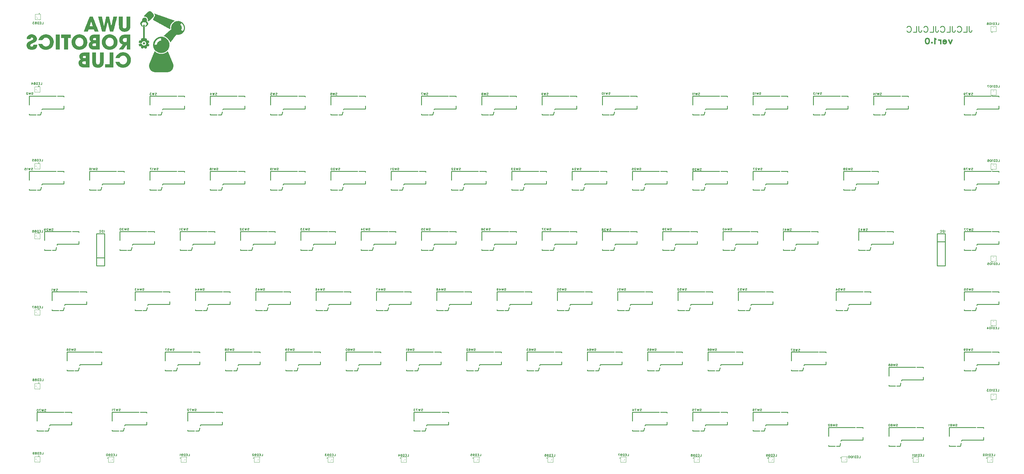
<source format=gbo>
G04 Layer: BottomSilkscreenLayer*
G04 EasyEDA Pro v2.2.36.7, 2025-02-27 19:51:26*
G04 Gerber Generator version 0.3*
G04 Scale: 100 percent, Rotated: No, Reflected: No*
G04 Dimensions in millimeters*
G04 Leading zeros omitted, absolute positions, 4 integers and 5 decimals*
G04 Panelize: V-CUT, Column: 1, Row: 1, Board Size: 327.343mm x 158.09mm, Panelized Board Size: 327.343mm x 170.091mm, Panelized Method: Only Board Outline*
%FSLAX45Y45*%
%MOMM*%
%ADD10C,0.4*%
%ADD11C,0.2286*%
%ADD12C,0.1524*%
%ADD13C,0.254*%
%ADD14C,0.1*%
G75*


G04 Image Start*
G36*
G01X943451Y13585573D02*
G01X926196Y13580718D01*
G01X905195Y13576593D01*
G01X895889Y13574933D01*
G01X867304Y13575028D01*
G01X838720Y13575122D01*
G01X826755Y13577454D01*
G01X809471Y13580825D01*
G01X798705Y13583321D01*
G01X787639Y13586644D01*
G01X776357Y13590755D01*
G01X764947Y13595616D01*
G01X753494Y13601187D01*
G01X742083Y13607429D01*
G01X730800Y13614303D01*
G01X719732Y13621770D01*
G01X711089Y13627895D01*
G01X677852Y13660562D01*
G01X669939Y13671387D01*
G01X660933Y13684747D01*
G01X652075Y13699728D01*
G01X644273Y13714694D01*
G01X638440Y13728009D01*
G01X636061Y13733989D01*
G01X633231Y13742295D01*
G01X630485Y13750663D01*
G01X629666Y13753586D01*
G01X629326Y13756324D01*
G01X629326Y13758932D01*
G01X692031Y13758587D01*
G01X754738Y13758243D01*
G01X757971Y13752261D01*
G01X762869Y13743731D01*
G01X768076Y13735675D01*
G01X773567Y13728121D01*
G01X779316Y13721100D01*
G01X785297Y13714641D01*
G01X791486Y13708773D01*
G01X797855Y13703527D01*
G01X804381Y13698930D01*
G01X812073Y13694184D01*
G01X818878Y13690628D01*
G01X826160Y13687624D01*
G01X835284Y13684538D01*
G01X842242Y13682623D01*
G01X846993Y13681827D01*
G01X851015Y13681379D01*
G01X856221Y13680304D01*
G01X862270Y13678782D01*
G01X877750Y13680422D01*
G01X890830Y13682130D01*
G01X900541Y13683932D01*
G01X907854Y13685803D01*
G01X935673Y13699647D01*
G01X943035Y13705608D01*
G01X951936Y13713516D01*
G01X960059Y13722185D01*
G01X967392Y13731591D01*
G01X973919Y13741709D01*
G01X979627Y13752515D01*
G01X984499Y13763983D01*
G01X988523Y13776089D01*
G01X991683Y13788808D01*
G01X993907Y13799440D01*
G01X994089Y13820039D01*
G01X994271Y13840637D01*
G01X992452Y13849277D01*
G01X989956Y13859514D01*
G01X986853Y13869458D01*
G01X983173Y13879046D01*
G01X978948Y13888216D01*
G01X974209Y13896907D01*
G01X968987Y13905055D01*
G01X963314Y13912598D01*
G01X957221Y13919474D01*
G01X951872Y13924582D01*
G01X945633Y13929839D01*
G01X932011Y13939782D01*
G01X925395Y13943959D01*
G01X919420Y13947266D01*
G01X914468Y13949449D01*
G01X910923Y13950253D01*
G01X909122Y13950616D01*
G01X907949Y13951453D01*
G01X906357Y13952496D01*
G01X903549Y13953351D01*
G01X889905Y13956162D01*
G01X879935Y13958248D01*
G01X869874Y13958249D01*
G01X859595Y13957703D01*
G01X848321Y13956240D01*
G01X837708Y13954130D01*
G01X829414Y13951646D01*
G01X817985Y13946561D01*
G01X807306Y13940563D01*
G01X797366Y13933641D01*
G01X788153Y13925785D01*
G01X779658Y13916985D01*
G01X771869Y13907229D01*
G01X764774Y13896509D01*
G01X758364Y13884813D01*
G01X753887Y13875829D01*
G01X691274Y13876175D01*
G01X628660Y13876520D01*
G01X629115Y13880506D01*
G01X630317Y13888023D01*
G01X632229Y13895899D01*
G01X634812Y13904072D01*
G01X638025Y13912479D01*
G01X641828Y13921057D01*
G01X646181Y13929743D01*
G01X651044Y13938474D01*
G01X656375Y13947187D01*
G01X662136Y13955819D01*
G01X668285Y13964307D01*
G01X674783Y13972589D01*
G01X681589Y13980601D01*
G01X688663Y13988279D01*
G01X695964Y13995563D01*
G01X703453Y14002387D01*
G01X711089Y14008690D01*
G01X718619Y14014677D01*
G01X725305Y14019716D01*
G01X733472Y14025103D01*
G01X742666Y14030600D01*
G01X752434Y14035968D01*
G01X762324Y14040968D01*
G01X771883Y14045362D01*
G01X780659Y14048910D01*
G01X788199Y14051374D01*
G01X797506Y14053950D01*
G01X809284Y14056866D01*
G01X822180Y14059387D01*
G01X835638Y14061458D01*
G01X849102Y14063024D01*
G01X862017Y14064032D01*
G01X873825Y14064428D01*
G01X883972Y14064156D01*
G01X891900Y14063164D01*
G01X897368Y14062365D01*
G01X903046Y14061988D01*
G01X908575Y14061556D01*
G01X913682Y14060625D01*
G01X927797Y14057171D01*
G01X944664Y14052466D01*
G01X962162Y14046181D01*
G01X979243Y14038733D01*
G01X994854Y14030539D01*
G01X1008175Y14022102D01*
G01X1017536Y14015497D01*
G01X1024184Y14010127D01*
G01X1031118Y14004520D01*
G01X1037932Y13998479D01*
G01X1051099Y13985245D01*
G01X1063485Y13970722D01*
G01X1074887Y13955205D01*
G01X1085102Y13938992D01*
G01X1093929Y13922381D01*
G01X1097759Y13914018D01*
G01X1101166Y13905666D01*
G01X1104124Y13897363D01*
G01X1106609Y13889146D01*
G01X1109304Y13879842D01*
G01X1111462Y13870109D01*
G01X1114547Y13851825D01*
G01X1115247Y13844997D01*
G01X1115580Y13836250D01*
G01X1115236Y13815195D01*
G01X1113707Y13793047D01*
G01X1112557Y13782933D01*
G01X1111181Y13774190D01*
G01X1106254Y13752043D01*
G01X1103632Y13742563D01*
G01X1101290Y13735650D01*
G01X1097179Y13725018D01*
G01X1093233Y13715519D01*
G01X1088695Y13706099D01*
G01X1083594Y13696791D01*
G01X1077961Y13687626D01*
G01X1071824Y13678635D01*
G01X1065215Y13669850D01*
G01X1058162Y13661303D01*
G01X1050695Y13653026D01*
G01X1042845Y13645049D01*
G01X1034640Y13637405D01*
G01X1026111Y13630125D01*
G01X1017288Y13623241D01*
G01X1008200Y13616784D01*
G01X998877Y13610786D01*
G01X989349Y13605278D01*
G01X979646Y13600293D01*
G01X960041Y13591243D01*
G01X952784Y13588561D01*
G01X943451Y13585573D01*
G37*
G36*
G01X449180Y13575114D02*
G01X423254Y13575019D01*
G01X397330Y13574923D01*
G01X386029Y13576656D01*
G01X369759Y13579717D01*
G01X354820Y13583769D01*
G01X340623Y13588998D01*
G01X326577Y13595593D01*
G01X313772Y13602230D01*
G01X307025Y13607793D01*
G01X300134Y13613843D01*
G01X293706Y13620239D01*
G01X287765Y13626944D01*
G01X282337Y13633924D01*
G01X277448Y13641143D01*
G01X273123Y13648567D01*
G01X269389Y13656159D01*
G01X266270Y13663885D01*
G01X263285Y13673015D01*
G01X261244Y13681827D01*
G01X258867Y13693123D01*
G01X258145Y13702342D01*
G01X257900Y13717889D01*
G01X258133Y13733678D01*
G01X258848Y13743623D01*
G01X261744Y13756150D01*
G01X265440Y13767313D01*
G01X270119Y13777580D01*
G01X275962Y13787416D01*
G01X281294Y13795454D01*
G01X303316Y13816895D01*
G01X315091Y13824953D01*
G01X324387Y13831193D01*
G01X332369Y13836083D01*
G01X356115Y13848548D01*
G01X375021Y13857885D01*
G01X390682Y13864625D01*
G01X406636Y13871800D01*
G01X422590Y13879281D01*
G01X436549Y13886930D01*
G01X445191Y13892093D01*
G01X459188Y13905704D01*
G01X461828Y13912757D01*
G01X464469Y13919812D01*
G01X464469Y13933030D01*
G01X461533Y13939272D01*
G01X458599Y13945515D01*
G01X453861Y13950221D01*
G01X449045Y13954240D01*
G01X443381Y13957632D01*
G01X437070Y13960294D01*
G01X430313Y13962125D01*
G01X423411Y13963506D01*
G01X415760Y13962092D01*
G01X408656Y13960295D01*
G01X402319Y13957957D01*
G01X396527Y13955236D01*
G01X393425Y13951096D01*
G01X390445Y13946599D01*
G01X387712Y13941456D01*
G01X385358Y13935945D01*
G01X383516Y13930343D01*
G01X380919Y13921041D01*
G01X379983Y13917717D01*
G01X261722Y13917717D01*
G01X262112Y13929679D01*
G01X263050Y13942473D01*
G01X265009Y13954726D01*
G01X267987Y13966434D01*
G01X271984Y13977594D01*
G01X276998Y13988204D01*
G01X283028Y13998259D01*
G01X290072Y14007758D01*
G01X298130Y14016696D01*
G01X306925Y14025587D01*
G01X318397Y14033021D01*
G01X333081Y14041826D01*
G01X347655Y14049112D01*
G01X362234Y14054906D01*
G01X376932Y14059237D01*
G01X391864Y14062132D01*
G01X407144Y14063619D01*
G01X422888Y14063726D01*
G01X439208Y14062482D01*
G01X458486Y14059918D01*
G01X472773Y14056636D01*
G01X485075Y14052713D01*
G01X492987Y14049283D01*
G01X503361Y14044030D01*
G01X514125Y14038055D01*
G01X523207Y14032458D01*
G01X534749Y14024755D01*
G01X544479Y14015008D01*
G01X551982Y14007103D01*
G01X558511Y13999340D01*
G01X564163Y13991546D01*
G01X569034Y13983544D01*
G01X573223Y13975158D01*
G01X576826Y13966213D01*
G01X579940Y13956532D01*
G01X582664Y13945940D01*
G01X584123Y13939608D01*
G01X584123Y13911233D01*
G01X582626Y13903179D01*
G01X579493Y13889776D01*
G01X575211Y13877344D01*
G01X569677Y13865742D01*
G01X562789Y13854825D01*
G01X554444Y13844450D01*
G01X544540Y13834475D01*
G01X532973Y13824756D01*
G01X519642Y13815149D01*
G01X509439Y13809093D01*
G01X495505Y13802030D01*
G01X478848Y13794443D01*
G01X460480Y13786815D01*
G01X441867Y13779261D01*
G01X434555Y13776211D01*
G01X427461Y13773116D01*
G01X419225Y13768995D01*
G01X410981Y13764444D01*
G01X403865Y13760061D01*
G01X394448Y13753807D01*
G01X388459Y13747150D01*
G01X382471Y13740492D01*
G01X379596Y13731389D01*
G01X378101Y13725422D01*
G01X377424Y13719594D01*
G01X377561Y13713914D01*
G01X378511Y13708395D01*
G01X380271Y13703044D01*
G01X382838Y13697873D01*
G01X386209Y13692892D01*
G01X390384Y13688112D01*
G01X395403Y13682980D01*
G01X402348Y13679974D01*
G01X409545Y13677355D01*
G01X417093Y13675280D01*
G01X424892Y13673594D01*
G01X431053Y13675197D01*
G01X439101Y13677862D01*
G01X446176Y13681453D01*
G01X452328Y13686035D01*
G01X457609Y13691673D01*
G01X462071Y13698432D01*
G01X465765Y13706377D01*
G01X468742Y13715574D01*
G01X471053Y13726087D01*
G01X473230Y13738308D01*
G01X591435Y13738308D01*
G01X591881Y13727676D01*
G01X592325Y13717044D01*
G01X590813Y13705748D01*
G01X589280Y13695924D01*
G01X587361Y13686514D01*
G01X585054Y13677516D01*
G01X582357Y13668922D01*
G01X579265Y13660730D01*
G01X575775Y13652934D01*
G01X571885Y13645529D01*
G01X567591Y13638510D01*
G01X562889Y13631873D01*
G01X557778Y13625613D01*
G01X552253Y13619724D01*
G01X546311Y13614202D01*
G01X539949Y13609043D01*
G01X533165Y13604240D01*
G01X525954Y13599791D01*
G01X518313Y13595688D01*
G01X503718Y13588946D01*
G01X489782Y13583791D01*
G01X475320Y13579846D01*
G01X459151Y13576732D01*
G01X449180Y13575114D01*
G37*
G36*
G01X1564284Y13765884D02*
G01X1563948Y13583483D01*
G01X1442982Y13583483D01*
G01X1442309Y13948284D01*
G01X1351904Y13949613D01*
G01X1351904Y14054602D01*
G01X1503837Y14054940D01*
G01X1655771Y14055277D01*
G01X1656412Y14053606D01*
G01X1656762Y14037398D01*
G01X1656705Y14000775D01*
G01X1656356Y13949613D01*
G01X1564622Y13948284D01*
G01X1564284Y13765884D01*
G37*
G36*
G01X1302047Y14053494D02*
G01X1302047Y13583483D01*
G01X1182393Y13583483D01*
G01X1182393Y14055266D01*
G01X1300275Y14055266D01*
G01X1301161Y14054380D01*
G01X1302047Y14053494D01*
G37*
G36*
G01X2543329Y13009174D02*
G01X2528214Y13007767D01*
G01X2513288Y13007136D01*
G01X2498766Y13007273D01*
G01X2484864Y13008171D01*
G01X2471796Y13009821D01*
G01X2459779Y13012217D01*
G01X2449028Y13015349D01*
G01X2441787Y13017324D01*
G01X2437141Y13018892D01*
G01X2428389Y13022720D01*
G01X2418266Y13027551D01*
G01X2409513Y13032129D01*
G01X2401012Y13037449D01*
G01X2392528Y13043836D01*
G01X2383974Y13051359D01*
G01X2375261Y13060092D01*
G01X2366279Y13070285D01*
G01X2358574Y13080538D01*
G01X2352029Y13091130D01*
G01X2346521Y13102338D01*
G01X2341932Y13114440D01*
G01X2338141Y13127712D01*
G01X2335027Y13142433D01*
G01X2332471Y13158879D01*
G01X2331054Y13169511D01*
G01X2331072Y13487798D01*
G01X2450726Y13487798D01*
G01X2450739Y13337956D01*
G01X2450751Y13188115D01*
G01X2452682Y13173497D01*
G01X2454516Y13161322D01*
G01X2456504Y13151905D01*
G01X2458840Y13144480D01*
G01X2461723Y13138280D01*
G01X2464314Y13133901D01*
G01X2466961Y13130124D01*
G01X2469759Y13126872D01*
G01X2472804Y13124067D01*
G01X2476189Y13121632D01*
G01X2480011Y13119489D01*
G01X2489342Y13115772D01*
G01X2497698Y13113029D01*
G01X2521546Y13113029D01*
G01X2527018Y13114523D01*
G01X2532936Y13116502D01*
G01X2539480Y13119163D01*
G01X2546471Y13122308D01*
G01X2552482Y13128578D01*
G01X2558491Y13134847D01*
G01X2561620Y13141547D01*
G01X2565584Y13150901D01*
G01X2568308Y13159883D01*
G01X2570198Y13170195D01*
G01X2571661Y13183535D01*
G01X2573040Y13198888D01*
G01X2573040Y13487798D01*
G01X2692694Y13487798D01*
G01X2692694Y13171613D01*
G01X2691346Y13161259D01*
G01X2689346Y13147437D01*
G01X2687102Y13135071D01*
G01X2684540Y13123930D01*
G01X2681584Y13113782D01*
G01X2678157Y13104394D01*
G01X2674184Y13095535D01*
G01X2669589Y13086973D01*
G01X2664296Y13078476D01*
G01X2657685Y13068509D01*
G01X2636191Y13047024D01*
G01X2626030Y13040213D01*
G01X2617828Y13035006D01*
G01X2609328Y13030159D01*
G01X2600643Y13025721D01*
G01X2591887Y13021742D01*
G01X2583173Y13018268D01*
G01X2574614Y13015348D01*
G01X2566324Y13013031D01*
G01X2558416Y13011366D01*
G01X2543329Y13009174D01*
G37*
G36*
G01X2153922Y13487770D02*
G01X2245992Y13487798D01*
G01X2245657Y13252238D01*
G01X2245320Y13016679D01*
G01X2037920Y13016679D01*
G01X2027948Y13018414D01*
G01X2007610Y13022362D01*
G01X1999578Y13024374D01*
G01X1992439Y13026598D01*
G01X1985795Y13029171D01*
G01X1979247Y13032233D01*
G01X1964844Y13040376D01*
G01X1956481Y13045900D01*
G01X1948381Y13052107D01*
G01X1940677Y13058855D01*
G01X1933503Y13066001D01*
G01X1926992Y13073406D01*
G01X1921276Y13080927D01*
G01X1916489Y13088423D01*
G01X1912763Y13095753D01*
G01X1907149Y13109544D01*
G01X1903315Y13121637D01*
G01X1900825Y13133700D01*
G01X1899241Y13147403D01*
G01X1898187Y13159849D01*
G01X1899861Y13173982D01*
G01X1900475Y13178178D01*
G01X2014655Y13178178D01*
G01X2014674Y13167200D01*
G01X2014694Y13156221D01*
G01X2016385Y13151569D01*
G01X2018160Y13147221D01*
G01X2020183Y13143301D01*
G01X2022483Y13139777D01*
G01X2025089Y13136616D01*
G01X2028032Y13133786D01*
G01X2031342Y13131255D01*
G01X2035047Y13128991D01*
G01X2039179Y13126962D01*
G01X2039179Y13126962D01*
G01X2045897Y13123996D01*
G01X2059856Y13122408D01*
G01X2073817Y13120822D01*
G01X2101735Y13121245D01*
G01X2129655Y13121668D01*
G01X2130007Y13163518D01*
G01X2130067Y13193566D01*
G01X2129716Y13207041D01*
G01X2129073Y13208714D01*
G01X2068256Y13208714D01*
G01X2045897Y13205852D01*
G01X2037986Y13202964D01*
G01X2030074Y13200076D01*
G01X2025299Y13195369D01*
G01X2020524Y13190661D01*
G01X2014655Y13178178D01*
G01X1900475Y13178178D01*
G01X1902318Y13190774D01*
G01X1903801Y13197537D01*
G01X1905587Y13203604D01*
G01X1907775Y13209267D01*
G01X1910464Y13214819D01*
G01X1917745Y13226768D01*
G01X1924032Y13236181D01*
G01X1931120Y13242560D01*
G01X1941818Y13251108D01*
G01X1953723Y13259052D01*
G01X1964404Y13264907D01*
G01X1968526Y13266588D01*
G01X1971431Y13267189D01*
G01X1973440Y13267189D01*
G01X1973440Y13270824D01*
G01X1967789Y13274552D01*
G01X1959681Y13280618D01*
G01X1952157Y13287683D01*
G01X1945285Y13295641D01*
G01X1939133Y13304382D01*
G01X1933771Y13313798D01*
G01X1929267Y13323781D01*
G01X1925690Y13334222D01*
G01X1923108Y13345013D01*
G01X1921590Y13353067D01*
G01X1921590Y13356895D01*
G01X2037920Y13356895D01*
G01X2037969Y13344933D01*
G01X2038018Y13332973D01*
G01X2040194Y13328917D01*
G01X2043444Y13324473D01*
G01X2048205Y13319484D01*
G01X2054041Y13314107D01*
G01X2061934Y13311579D01*
G01X2061934Y13311579D01*
G01X2069828Y13309052D01*
G01X2129655Y13309052D01*
G01X2130008Y13345266D01*
G01X2130363Y13381480D01*
G01X2098765Y13381460D01*
G01X2067169Y13381440D01*
G01X2061851Y13379767D01*
G01X2054107Y13376638D01*
G01X2050806Y13374728D01*
G01X2047879Y13372583D01*
G01X2045320Y13370196D01*
G01X2043123Y13367565D01*
G01X2041283Y13364683D01*
G01X2039794Y13361546D01*
G01X2037920Y13356895D01*
G01X1921590Y13356895D01*
G01X1921590Y13376828D01*
G01X1923512Y13386871D01*
G01X1925297Y13394648D01*
G01X1927632Y13402293D01*
G01X1930491Y13409773D01*
G01X1933845Y13417058D01*
G01X1937668Y13424115D01*
G01X1941932Y13430913D01*
G01X1946609Y13437420D01*
G01X1951672Y13443605D01*
G01X1957093Y13449436D01*
G01X1962844Y13454882D01*
G01X1968899Y13459911D01*
G01X1975229Y13464491D01*
G01X1981806Y13468591D01*
G01X1988604Y13472179D01*
G01X1995595Y13475224D01*
G01X2002751Y13477694D01*
G01X2011809Y13480281D01*
G01X2019994Y13482109D01*
G01X2030344Y13483744D01*
G01X2045897Y13485754D01*
G01X2061851Y13487740D01*
G01X2153922Y13487770D01*
G37*
G36*
G01X2998477Y13251899D02*
G01X2998477Y13016002D01*
G01X2869184Y13016340D01*
G01X2739891Y13016679D01*
G01X2739195Y13120980D01*
G01X2878158Y13121668D01*
G01X2878832Y13487798D01*
G01X2998477Y13487798D01*
G01X2998477Y13251899D01*
G37*
G36*
G01X3331514Y13008681D02*
G01X3315560Y13006765D01*
G01X3286618Y13006711D01*
G01X3277822Y13008098D01*
G01X3260386Y13010823D01*
G01X3248931Y13013074D01*
G01X3236021Y13016347D01*
G01X3223494Y13020134D01*
G01X3213189Y13023924D01*
G01X3194930Y13032153D01*
G01X3176885Y13041394D01*
G01X3170087Y13045508D01*
G01X3162369Y13050913D01*
G01X3154050Y13057335D01*
G01X3145447Y13064500D01*
G01X3136881Y13072133D01*
G01X3128669Y13079958D01*
G01X3121131Y13087702D01*
G01X3114585Y13095089D01*
G01X3104259Y13108657D01*
G01X3094193Y13124116D01*
G01X3085068Y13140344D01*
G01X3077560Y13156221D01*
G01X3074163Y13164195D01*
G01X3069118Y13178813D01*
G01X3065227Y13190773D01*
G01X3066166Y13191784D01*
G01X3067105Y13192794D01*
G01X3129368Y13192448D01*
G01X3191630Y13192103D01*
G01X3195999Y13183865D01*
G01X3199917Y13176881D01*
G01X3204084Y13170230D01*
G01X3208494Y13163918D01*
G01X3213140Y13157950D01*
G01X3218016Y13152330D01*
G01X3223115Y13147063D01*
G01X3228431Y13142155D01*
G01X3233956Y13137612D01*
G01X3239684Y13133437D01*
G01X3245610Y13129636D01*
G01X3251725Y13126214D01*
G01X3258024Y13123176D01*
G01X3264500Y13120528D01*
G01X3271147Y13118274D01*
G01X3277957Y13116419D01*
G01X3284925Y13114969D01*
G01X3295617Y13113078D01*
G01X3306520Y13113054D01*
G01X3315204Y13113334D01*
G01X3323633Y13114227D01*
G01X3331876Y13115756D01*
G01X3340002Y13117942D01*
G01X3348082Y13120807D01*
G01X3356185Y13124372D01*
G01X3364380Y13128660D01*
G01X3372738Y13133692D01*
G01X3380124Y13138414D01*
G01X3389761Y13147982D01*
G01X3397918Y13156631D01*
G01X3404997Y13165389D01*
G01X3411101Y13174463D01*
G01X3416329Y13184062D01*
G01X3420784Y13194393D01*
G01X3424566Y13205665D01*
G01X3427776Y13218085D01*
G01X3430516Y13231861D01*
G01X3431890Y13239725D01*
G01X3431841Y13267853D01*
G01X3429884Y13278485D01*
G01X3427660Y13288868D01*
G01X3424895Y13298816D01*
G01X3421598Y13308320D01*
G01X3417775Y13317372D01*
G01X3413434Y13325965D01*
G01X3408581Y13334088D01*
G01X3403223Y13341736D01*
G01X3397369Y13348899D01*
G01X3391025Y13355569D01*
G01X3384199Y13361738D01*
G01X3376897Y13367399D01*
G01X3369127Y13372542D01*
G01X3360895Y13377159D01*
G01X3352210Y13381243D01*
G01X3343078Y13384785D01*
G01X3333507Y13387778D01*
G01X3326196Y13389806D01*
G01X3285987Y13389918D01*
G01X3282161Y13388518D01*
G01X3268363Y13384009D01*
G01X3257202Y13379855D01*
G01X3246590Y13374543D01*
G01X3236574Y13368115D01*
G01X3227200Y13360612D01*
G01X3218517Y13352075D01*
G01X3210569Y13342547D01*
G01X3203405Y13332068D01*
G01X3197070Y13320680D01*
G01X3190932Y13308388D01*
G01X3066438Y13308388D01*
G01X3065791Y13309433D01*
G01X3066122Y13312574D01*
G01X3067676Y13319409D01*
G01X3072655Y13336959D01*
G01X3078142Y13351368D01*
G01X3083808Y13363872D01*
G01X3091029Y13376473D01*
G01X3097184Y13386028D01*
G01X3103629Y13395148D01*
G01X3110428Y13403561D01*
G01X3118970Y13412868D01*
G01X3130640Y13424671D01*
G01X3148057Y13441949D01*
G01X3159351Y13450091D01*
G01X3175631Y13461054D01*
G01X3185270Y13466534D01*
G01X3197479Y13473220D01*
G01X3207871Y13477731D01*
G01X3222106Y13483090D01*
G01X3235242Y13487271D01*
G01X3248651Y13490665D01*
G01X3263709Y13493665D01*
G01X3274345Y13495575D01*
G01X3295617Y13496169D01*
G01X3312788Y13496454D01*
G01X3324202Y13496306D01*
G01X3333511Y13495519D01*
G01X3343146Y13494321D01*
G01X3362501Y13490885D01*
G01X3380488Y13486374D01*
G01X3388413Y13483835D01*
G01X3395330Y13481169D01*
G01X3403971Y13477601D01*
G01X3417074Y13471424D01*
G01X3432342Y13463105D01*
G01X3445722Y13454974D01*
G01X3450438Y13451706D01*
G01X3453162Y13449357D01*
G01X3459810Y13443998D01*
G01X3468633Y13436728D01*
G01X3478012Y13428193D01*
G01X3486707Y13419573D01*
G01X3493473Y13412047D01*
G01X3508083Y13393487D01*
G01X3516875Y13380816D01*
G01X3524238Y13368083D01*
G01X3528313Y13360217D01*
G01X3535719Y13343971D01*
G01X3541381Y13328865D01*
G01X3545876Y13313155D01*
G01X3549778Y13295098D01*
G01X3551944Y13283801D01*
G01X3551812Y13255569D01*
G01X3551681Y13227336D01*
G01X3550219Y13219022D01*
G01X3547169Y13202138D01*
G01X3544780Y13190631D01*
G01X3542297Y13181273D01*
G01X3538967Y13170839D01*
G01X3532618Y13154090D01*
G01X3524897Y13137877D01*
G01X3515833Y13122241D01*
G01X3505456Y13107221D01*
G01X3493796Y13092858D01*
G01X3480885Y13079193D01*
G01X3466751Y13066265D01*
G01X3451426Y13054115D01*
G01X3441986Y13047597D01*
G01X3431649Y13041273D01*
G01X3420688Y13035268D01*
G01X3409376Y13029710D01*
G01X3397986Y13024726D01*
G01X3386792Y13020441D01*
G01X3376066Y13016983D01*
G01X3366081Y13014480D01*
G01X3353450Y13011847D01*
G01X3331514Y13008681D01*
G37*
G36*
G01X4732796Y12869896D02*
G01X4716843Y12867009D01*
G01X4710194Y12865700D01*
G01X4508112Y12866228D01*
G01X4306029Y12866755D01*
G01X4297388Y12868268D01*
G01X4279195Y12871995D01*
G01X4262840Y12876466D01*
G01X4248553Y12881607D01*
G01X4242257Y12884407D01*
G01X4236564Y12887348D01*
G01X4220103Y12896938D01*
G01X4204989Y12907841D01*
G01X4196303Y12914794D01*
G01X4187993Y12922330D01*
G01X4180081Y12930424D01*
G01X4172588Y12939047D01*
G01X4165536Y12948174D01*
G01X4158947Y12957778D01*
G01X4152843Y12967833D01*
G01X4147246Y12978311D01*
G01X4140312Y12993150D01*
G01X4135182Y13006747D01*
G01X4131228Y13021034D01*
G01X4127819Y13037942D01*
G01X4125932Y13048574D01*
G01X4125930Y13087115D01*
G01X4127834Y13098411D01*
G01X4130372Y13111148D01*
G01X4133618Y13123880D01*
G01X4137308Y13135671D01*
G01X4141179Y13145589D01*
G01X4145791Y13156777D01*
G01X4151144Y13169511D01*
G01X4156496Y13182243D01*
G01X4165614Y13203716D01*
G01X4168428Y13210708D01*
G01X4171087Y13217368D01*
G01X4176405Y13229300D01*
G01X4179064Y13235958D01*
G01X4181878Y13242950D01*
G01X4190994Y13264424D01*
G01X4196346Y13277157D01*
G01X4201664Y13289782D01*
G01X4206982Y13302406D01*
G01X4212335Y13315138D01*
G01X4221452Y13336613D01*
G01X4224266Y13343605D01*
G01X4226925Y13350264D01*
G01X4232243Y13362195D01*
G01X4234902Y13368855D01*
G01X4237716Y13375847D01*
G01X4246833Y13397321D01*
G01X4252185Y13410053D01*
G01X4257503Y13422679D01*
G01X4262821Y13435303D01*
G01X4278775Y13473180D01*
G01X4284093Y13485804D01*
G01X4289444Y13498513D01*
G01X4295308Y13512360D01*
G01X4300187Y13524179D01*
G01X4302032Y13529330D01*
G01X4305455Y13530643D01*
G01X4313057Y13523506D01*
G01X4325044Y13512987D01*
G01X4338388Y13502494D01*
G01X4351806Y13492988D01*
G01X4364012Y13485427D01*
G01X4371325Y13481318D01*
G01X4386306Y13474236D01*
G01X4407070Y13465157D01*
G01X4416029Y13461731D01*
G01X4425750Y13458574D01*
G01X4436116Y13455711D01*
G01X4447009Y13453167D01*
G01X4458310Y13450967D01*
G01X4469903Y13449137D01*
G01X4481668Y13447703D01*
G01X4493488Y13446688D01*
G01X4510771Y13445522D01*
G01X4528719Y13446697D01*
G01X4543192Y13447893D01*
G01X4556517Y13449556D01*
G01X4569571Y13451817D01*
G01X4583229Y13454806D01*
G01X4598157Y13459229D01*
G01X4616466Y13465780D01*
G01X4633877Y13472831D01*
G01X4646106Y13478749D01*
G01X4653212Y13482482D01*
G01X4657475Y13484983D01*
G01X4666322Y13490443D01*
G01X4674626Y13495842D01*
G01X4685547Y13503939D01*
G01X4696860Y13513016D01*
G01X4706337Y13521354D01*
G01X4713498Y13527689D01*
G01X4717396Y13530325D01*
G01X4718972Y13530325D01*
G01X4721034Y13525341D01*
G01X4726284Y13513341D01*
G01X4729472Y13505684D01*
G01X4732286Y13498747D01*
G01X4741437Y13477189D01*
G01X4747523Y13462863D01*
G01X4750744Y13455184D01*
G01X4753558Y13448246D01*
G01X4762675Y13426772D01*
G01X4768028Y13414040D01*
G01X4773346Y13401415D01*
G01X4778664Y13388790D01*
G01X4784016Y13376058D01*
G01X4793134Y13354583D01*
G01X4795946Y13347591D01*
G01X4797337Y13343854D01*
G01X4803767Y13329332D01*
G01X4806582Y13322341D01*
G01X4809396Y13315349D01*
G01X4818547Y13293791D01*
G01X4824634Y13279465D01*
G01X4827854Y13271787D01*
G01X4830668Y13264849D01*
G01X4839786Y13243376D01*
G01X4845138Y13230642D01*
G01X4850456Y13218018D01*
G01X4855774Y13205392D01*
G01X4861126Y13192660D01*
G01X4870244Y13171186D01*
G01X4873057Y13164195D01*
G01X4875849Y13157203D01*
G01X4882186Y13141935D01*
G01X4884710Y13135622D01*
G01X4886967Y13129315D01*
G01X4889170Y13121603D01*
G01X4893109Y13103622D01*
G01X4895915Y13085002D01*
G01X4896703Y13076490D01*
G01X4896977Y13069064D01*
G01X4896297Y13053869D01*
G01X4894332Y13038427D01*
G01X4891145Y13022935D01*
G01X4886799Y13007587D01*
G01X4881358Y12992581D01*
G01X4874884Y12978110D01*
G01X4867441Y12964372D01*
G01X4859091Y12951560D01*
G01X4853061Y12943527D01*
G01X4846707Y12935836D01*
G01X4840047Y12928497D01*
G01X4833095Y12921522D01*
G01X4825869Y12914920D01*
G01X4818383Y12908702D01*
G01X4810655Y12902878D01*
G01X4802699Y12897458D01*
G01X4794532Y12892453D01*
G01X4786171Y12887872D01*
G01X4777629Y12883728D01*
G01X4768925Y12880029D01*
G01X4760074Y12876785D01*
G01X4751091Y12874009D01*
G01X4741993Y12871709D01*
G01X4732796Y12869896D01*
G37*
G36*
G01X1986415Y13582063D02*
G01X1976099Y13579734D01*
G01X1961475Y13576565D01*
G01X1954162Y13574882D01*
G01X1922133Y13575019D01*
G01X1890102Y13575156D01*
G01X1883577Y13576576D01*
G01X1869739Y13579466D01*
G01X1856423Y13582575D01*
G01X1843320Y13586491D01*
G01X1830465Y13591187D01*
G01X1817895Y13596634D01*
G01X1805645Y13602804D01*
G01X1793752Y13609670D01*
G01X1782251Y13617203D01*
G01X1771178Y13625375D01*
G01X1760569Y13634158D01*
G01X1750460Y13643525D01*
G01X1740886Y13653447D01*
G01X1731885Y13663895D01*
G01X1723490Y13674843D01*
G01X1715739Y13686262D01*
G01X1708667Y13698123D01*
G01X1702310Y13710400D01*
G01X1693749Y13729610D01*
G01X1690346Y13738588D01*
G01X1687404Y13747561D01*
G01X1684828Y13756842D01*
G01X1682524Y13766739D01*
G01X1678359Y13789626D01*
G01X1676964Y13798418D01*
G01X1676964Y13814408D01*
G01X1797128Y13814408D01*
G01X1797896Y13801503D01*
G01X1799763Y13788679D01*
G01X1802752Y13776026D01*
G01X1806883Y13763636D01*
G01X1812178Y13751597D01*
G01X1817707Y13741048D01*
G01X1822858Y13732920D01*
G01X1828889Y13725457D01*
G01X1837058Y13716907D01*
G01X1847803Y13706138D01*
G01X1855780Y13700867D01*
G01X1862584Y13696594D01*
G01X1869217Y13692910D01*
G01X1875805Y13689767D01*
G01X1882475Y13687120D01*
G01X1889356Y13684925D01*
G01X1896575Y13683135D01*
G01X1896575Y13683135D01*
G01X1904259Y13681705D01*
G01X1912535Y13680590D01*
G01X1924087Y13679284D01*
G01X1936466Y13680575D01*
G01X1948033Y13682157D01*
G01X1958795Y13684441D01*
G01X1968884Y13687489D01*
G01X1978430Y13691359D01*
G01X1987562Y13696112D01*
G01X1996411Y13701808D01*
G01X2005107Y13708507D01*
G01X2013781Y13716269D01*
G01X2021549Y13723690D01*
G01X2028535Y13734321D01*
G01X2034577Y13744291D01*
G01X2039838Y13754613D01*
G01X2044309Y13765258D01*
G01X2047982Y13776196D01*
G01X2050848Y13787398D01*
G01X2052897Y13798833D01*
G01X2054122Y13810473D01*
G01X2054514Y13822287D01*
G01X2054490Y13832664D01*
G01X2052532Y13843295D01*
G01X2049714Y13856068D01*
G01X2046092Y13868218D01*
G01X2041698Y13879719D01*
G01X2036558Y13890544D01*
G01X2030703Y13900668D01*
G01X2024161Y13910063D01*
G01X2016961Y13918702D01*
G01X2009133Y13926560D01*
G01X2000704Y13933609D01*
G01X1991705Y13939824D01*
G01X1982163Y13945177D01*
G01X1972109Y13949642D01*
G01X1961571Y13953193D01*
G01X1950577Y13955802D01*
G01X1939158Y13957444D01*
G01X1927341Y13958092D01*
G01X1913815Y13958252D01*
G01X1906734Y13956817D01*
G01X1894628Y13954066D01*
G01X1886358Y13951610D01*
G01X1874557Y13946889D01*
G01X1865414Y13943191D01*
G01X1855278Y13935987D01*
G01X1845333Y13928129D01*
G01X1836257Y13919363D01*
G01X1828070Y13909777D01*
G01X1820794Y13899462D01*
G01X1814449Y13888508D01*
G01X1809058Y13877005D01*
G01X1804640Y13865043D01*
G01X1801217Y13852712D01*
G01X1798810Y13840103D01*
G01X1797440Y13827305D01*
G01X1797128Y13814408D01*
G01X1676964Y13814408D01*
G01X1676964Y13841253D01*
G01X1678464Y13850912D01*
G01X1681306Y13866908D01*
G01X1684861Y13883830D01*
G01X1687519Y13892960D01*
G01X1691622Y13904042D01*
G01X1696754Y13916220D01*
G01X1702504Y13928636D01*
G01X1708456Y13940435D01*
G01X1714197Y13950761D01*
G01X1719314Y13958757D01*
G01X1723393Y13963568D01*
G01X1729724Y13971542D01*
G01X1737094Y13980064D01*
G01X1747524Y13990642D01*
G01X1759381Y14001692D01*
G01X1771033Y14011630D01*
G01X1778455Y14017297D01*
G01X1786278Y14022685D01*
G01X1794474Y14027786D01*
G01X1803018Y14032590D01*
G01X1811883Y14037088D01*
G01X1821041Y14041271D01*
G01X1830466Y14045131D01*
G01X1840133Y14048657D01*
G01X1850013Y14051841D01*
G01X1860080Y14054673D01*
G01X1870307Y14057144D01*
G01X1880669Y14059246D01*
G01X1891137Y14060968D01*
G01X1901686Y14062303D01*
G01X1912289Y14063240D01*
G01X1922919Y14063771D01*
G01X1940868Y14064318D01*
G01X1951503Y14063072D01*
G01X1967512Y14060629D01*
G01X1984679Y14057009D01*
G01X2001876Y14052478D01*
G01X2017978Y14047304D01*
G01X2028928Y14042759D01*
G01X2041290Y14036565D01*
G01X2054334Y14029197D01*
G01X2067330Y14021129D01*
G01X2079546Y14012834D01*
G01X2090251Y14004788D01*
G01X2098715Y13997465D01*
G01X2101879Y13994222D01*
G01X2104208Y13991338D01*
G01X2111869Y13982426D01*
G01X2122115Y13970329D01*
G01X2131747Y13956906D01*
G01X2140649Y13942396D01*
G01X2148708Y13927038D01*
G01X2155806Y13911070D01*
G01X2161828Y13894732D01*
G01X2166659Y13878263D01*
G01X2170183Y13861901D01*
G01X2172999Y13846221D01*
G01X2174192Y13839842D01*
G01X2174144Y13784822D01*
G01X2172149Y13773525D01*
G01X2170040Y13762779D01*
G01X2167558Y13752338D01*
G01X2164701Y13742195D01*
G01X2161464Y13732343D01*
G01X2157843Y13722776D01*
G01X2153834Y13713486D01*
G01X2149433Y13704468D01*
G01X2144637Y13695713D01*
G01X2139441Y13687215D01*
G01X2133841Y13678968D01*
G01X2127834Y13670964D01*
G01X2121416Y13663197D01*
G01X2114582Y13655660D01*
G01X2107329Y13648346D01*
G01X2099652Y13641248D01*
G01X2091548Y13634360D01*
G01X2076801Y13623208D01*
G01X2061037Y13612799D01*
G01X2045626Y13603978D01*
G01X2038481Y13600428D01*
G01X2031937Y13597591D01*
G01X2021301Y13593206D01*
G01X2010402Y13588730D01*
G01X2002024Y13586103D01*
G01X1986415Y13582063D01*
G37*
G36*
G01X2528833Y14171632D02*
G01X2532851Y14160814D01*
G01X2534485Y14155569D01*
G01X2534485Y14153584D01*
G01X2470528Y14153930D01*
G01X2406573Y14154274D01*
G01X2403262Y14162912D01*
G01X2397420Y14178528D01*
G01X2392229Y14192814D01*
G01X2386794Y14207765D01*
G01X2382834Y14218397D01*
G01X2381650Y14221386D01*
G01X2217211Y14221386D01*
G01X2205977Y14187830D01*
G01X2194744Y14154274D01*
G01X2129959Y14153930D01*
G01X2065174Y14153584D01*
G01X2065169Y14155258D01*
G01X2066765Y14160539D01*
G01X2070611Y14170885D01*
G01X2077087Y14187498D01*
G01X2082280Y14200455D01*
G01X2087954Y14214409D01*
G01X2093427Y14228032D01*
G01X2095908Y14233661D01*
G01X2097082Y14237331D01*
G01X2099599Y14244326D01*
G01X2128967Y14317737D01*
G01X2250638Y14317737D01*
G01X2298203Y14317388D01*
G01X2298203Y14317388D01*
G01X2345767Y14317039D01*
G01X2346578Y14319148D01*
G01X2347387Y14321256D01*
G01X2345723Y14326806D01*
G01X2342975Y14335677D01*
G01X2338978Y14348967D01*
G01X2333731Y14366244D01*
G01X2328486Y14383520D01*
G01X2324472Y14396810D01*
G01X2320485Y14410100D01*
G01X2316495Y14423389D01*
G01X2312508Y14436679D01*
G01X2308541Y14449969D01*
G01X2300995Y14474997D01*
G01X2300493Y14476769D01*
G01X2297559Y14475791D01*
G01X2294374Y14465870D01*
G01X2285849Y14438008D01*
G01X2281833Y14424719D01*
G01X2277821Y14411429D01*
G01X2272575Y14394152D01*
G01X2267302Y14376876D01*
G01X2259472Y14350961D01*
G01X2253375Y14330928D01*
G01X2250999Y14321059D01*
G01X2250638Y14317737D01*
G01X2128967Y14317737D01*
G01X2130296Y14321059D01*
G01X2159688Y14395149D01*
G01X2162050Y14401129D01*
G01X2164886Y14408107D01*
G01X2167545Y14414751D01*
G01X2172686Y14427708D01*
G01X2175345Y14434354D01*
G01X2180663Y14447643D01*
G01X2215407Y14535022D01*
G01X2245289Y14610339D01*
G01X2250199Y14622070D01*
G01X2251753Y14625392D01*
G01X2346377Y14625392D01*
G01X2348143Y14621073D01*
G01X2353496Y14607784D01*
G01X2356333Y14600807D01*
G01X2358992Y14594161D01*
G01X2361473Y14587850D01*
G01X2364488Y14580540D01*
G01X2375124Y14553961D01*
G01X2377783Y14547315D01*
G01X2384120Y14532047D01*
G01X2386911Y14524609D01*
G01X2388804Y14519612D01*
G01X2433444Y14408771D01*
G01X2478082Y14297930D01*
G01X2479975Y14292932D01*
G01X2482766Y14285495D01*
G01X2489104Y14270226D01*
G01X2491763Y14263582D01*
G01X2494778Y14256272D01*
G01X2499740Y14243647D01*
G01X2502577Y14236670D01*
G01X2505236Y14230025D01*
G01X2507895Y14223380D01*
G01X2510376Y14217067D01*
G01X2518950Y14196136D01*
G01X2528833Y14171632D01*
G37*
G36*
G01X2567398Y13818046D02*
G01X2567057Y13584147D01*
G01X2366303Y13583332D01*
G01X2354339Y13584794D01*
G01X2341193Y13586688D01*
G01X2329341Y13588909D01*
G01X2320365Y13591120D01*
G01X2317451Y13592115D01*
G01X2315850Y13592982D01*
G01X2314309Y13593782D01*
G01X2312378Y13594115D01*
G01X2308689Y13595040D01*
G01X2303053Y13597581D01*
G01X2296034Y13601385D01*
G01X2288193Y13606100D01*
G01X2272296Y13616853D01*
G01X2265366Y13622185D01*
G01X2259863Y13627020D01*
G01X2250368Y13637083D01*
G01X2246301Y13642174D01*
G01X2242548Y13647514D01*
G01X2235572Y13659573D01*
G01X2228613Y13674517D01*
G01X2226888Y13679192D01*
G01X2225219Y13684943D01*
G01X2222268Y13698466D01*
G01X2220197Y13712678D01*
G01X2219442Y13725172D01*
G01X2219490Y13735650D01*
G01X2221243Y13746281D01*
G01X2335958Y13746281D01*
G01X2335958Y13721032D01*
G01X2342249Y13707878D01*
G01X2347316Y13702965D01*
G01X2352130Y13698975D01*
G01X2357622Y13695712D01*
G01X2357622Y13695712D01*
G01X2363872Y13693137D01*
G01X2370957Y13691211D01*
G01X2378270Y13689644D01*
G01X2414831Y13690055D01*
G01X2451391Y13690465D01*
G01X2451744Y13730985D01*
G01X2451797Y13760111D01*
G01X2451432Y13773237D01*
G01X2450767Y13774967D01*
G01X2411859Y13774466D01*
G01X2372952Y13773966D01*
G01X2367634Y13772630D01*
G01X2361763Y13770775D01*
G01X2355768Y13768224D01*
G01X2350294Y13765285D01*
G01X2345983Y13762266D01*
G01X2342009Y13758923D01*
G01X2338983Y13752602D01*
G01X2335958Y13746281D01*
G01X2221243Y13746281D01*
G01X2221353Y13746946D01*
G01X2223355Y13758108D01*
G01X2225431Y13766326D01*
G01X2228330Y13773990D01*
G01X2232802Y13783492D01*
G01X2238021Y13794124D01*
G01X2245447Y13802446D01*
G01X2252874Y13810769D01*
G01X2262392Y13817823D01*
G01X2270329Y13823216D01*
G01X2278775Y13828216D01*
G01X2286050Y13831896D01*
G01X2290475Y13833329D01*
G01X2292129Y13833860D01*
G01X2293694Y13835139D01*
G01X2295197Y13836948D01*
G01X2289536Y13840634D01*
G01X2284315Y13844418D01*
G01X2279022Y13848973D01*
G01X2273785Y13854147D01*
G01X2268734Y13859787D01*
G01X2263997Y13865739D01*
G01X2259704Y13871853D01*
G01X2255983Y13877974D01*
G01X2252963Y13883950D01*
G01X2248799Y13894357D01*
G01X2244761Y13908569D01*
G01X2243428Y13913649D01*
G01X2357775Y13913649D01*
G01X2358089Y13908489D01*
G01X2359254Y13902388D01*
G01X2360847Y13895494D01*
G01X2366683Y13889003D01*
G01X2372521Y13882514D01*
G01X2372521Y13882514D01*
G01X2376725Y13880658D01*
G01X2386911Y13877277D01*
G01X2392893Y13875751D01*
G01X2451391Y13876520D01*
G01X2451766Y13909744D01*
G01X2451802Y13934138D01*
G01X2451364Y13946131D01*
G01X2450589Y13949291D01*
G01X2417753Y13948651D01*
G01X2384916Y13948010D01*
G01X2377603Y13944712D01*
G01X2370289Y13941413D01*
G01X2366090Y13936634D01*
G01X2361893Y13931855D01*
G01X2359777Y13924581D01*
G01X2358331Y13918727D01*
G01X2357775Y13913649D01*
G01X2243428Y13913649D01*
G01X2243326Y13914040D01*
G01X2243326Y13948286D01*
G01X2245224Y13956924D01*
G01X2247497Y13965729D01*
G01X2250366Y13974207D01*
G01X2253814Y13982344D01*
G01X2257825Y13990122D01*
G01X2262380Y13997526D01*
G01X2267465Y14004541D01*
G01X2273061Y14011150D01*
G01X2279153Y14017338D01*
G01X2285723Y14023089D01*
G01X2292755Y14028386D01*
G01X2300232Y14033216D01*
G01X2308136Y14037560D01*
G01X2316453Y14041404D01*
G01X2325164Y14044733D01*
G01X2334253Y14047529D01*
G01X2343703Y14049777D01*
G01X2357662Y14052713D01*
G01X2364975Y14054289D01*
G01X2465664Y14054938D01*
G01X2566352Y14055586D01*
G01X2567046Y14053765D01*
G01X2567435Y13983771D01*
G01X2567398Y13818046D01*
G37*
G36*
G01X3002256Y14167563D02*
G01X2999952Y14159563D01*
G01X2998183Y14155255D01*
G01X2996796Y14153579D01*
G01X2943515Y14153927D01*
G01X2890234Y14154274D01*
G01X2888667Y14158925D01*
G01X2886064Y14168498D01*
G01X2880009Y14194807D01*
G01X2877492Y14205439D01*
G01X2874990Y14216070D01*
G01X2870846Y14234012D01*
G01X2866857Y14251289D01*
G01X2862869Y14268565D01*
G01X2858880Y14285842D01*
G01X2854892Y14303118D01*
G01X2850746Y14321059D01*
G01X2845741Y14342323D01*
G01X2841597Y14360264D01*
G01X2837608Y14377540D01*
G01X2833771Y14394152D01*
G01X2829546Y14412757D01*
G01X2826950Y14423389D01*
G01X2824312Y14434686D01*
G01X2821510Y14446513D01*
G01X2820673Y14450184D01*
G01X2820325Y14453600D01*
G01X2820325Y14456835D01*
G01X2818663Y14456284D01*
G01X2817223Y14454950D01*
G01X2816097Y14452519D01*
G01X2811175Y14432693D01*
G01X2807030Y14414751D01*
G01X2803041Y14397475D01*
G01X2799053Y14380198D01*
G01X2794908Y14362257D01*
G01X2792405Y14351625D01*
G01X2786911Y14327704D01*
G01X2784428Y14317072D01*
G01X2781927Y14306440D01*
G01X2777781Y14288500D01*
G01X2773792Y14271223D01*
G01X2769804Y14253947D01*
G01X2765659Y14236005D01*
G01X2763156Y14225374D01*
G01X2760655Y14214742D01*
G01X2756661Y14197465D01*
G01X2752382Y14178859D01*
G01X2748613Y14162912D01*
G01X2746468Y14154274D01*
G01X2695983Y14153904D01*
G01X2659493Y14153845D01*
G01X2642658Y14154223D01*
G01X2639820Y14154912D01*
G01X2639128Y14158580D01*
G01X2635652Y14172548D01*
G01X2630208Y14192814D01*
G01X2624977Y14212417D01*
G01X2611508Y14263582D01*
G01X2606278Y14283184D01*
G01X2600960Y14303118D01*
G01X2595642Y14323053D01*
G01X2590218Y14343320D01*
G01X2582451Y14373221D01*
G01X2577029Y14393488D01*
G01X2571711Y14413423D01*
G01X2566393Y14433357D01*
G01X2561161Y14452959D01*
G01X2547692Y14504124D01*
G01X2542462Y14523727D01*
G01X2537039Y14543993D01*
G01X2529271Y14573895D01*
G01X2518486Y14614778D01*
G01X2516860Y14622052D01*
G01X2516793Y14624395D01*
G01X2517359Y14625392D01*
G01X2636699Y14625392D01*
G01X2637508Y14624083D01*
G01X2638450Y14621103D01*
G01X2639578Y14615776D01*
G01X2642178Y14602800D01*
G01X2644691Y14590839D01*
G01X2654289Y14544990D01*
G01X2658141Y14526384D01*
G01X2660786Y14513759D01*
G01X2663445Y14501133D01*
G01X2666104Y14488509D01*
G01X2671422Y14463258D01*
G01X2674067Y14450634D01*
G01X2678069Y14431363D01*
G01X2682072Y14412093D01*
G01X2684717Y14399468D01*
G01X2687376Y14386844D01*
G01X2692694Y14361593D01*
G01X2695358Y14348967D01*
G01X2700194Y14324714D01*
G01X2701369Y14320211D01*
G01X2702038Y14319689D01*
G01X2702797Y14320373D01*
G01X2704685Y14325530D01*
G01X2707240Y14336010D01*
G01X2710071Y14348636D01*
G01X2712636Y14360264D01*
G01X2715109Y14371560D01*
G01X2717768Y14383520D01*
G01X2720520Y14395813D01*
G01X2723366Y14408438D01*
G01X2726025Y14420400D01*
G01X2728497Y14431696D01*
G01X2731156Y14443656D01*
G01X2733815Y14455617D01*
G01X2736381Y14467246D01*
G01X2739040Y14479206D01*
G01X2741792Y14491499D01*
G01X2744451Y14503460D01*
G01X2755087Y14551303D01*
G01X2757746Y14563263D01*
G01X2760497Y14575556D01*
G01X2763156Y14587517D01*
G01X2765750Y14599146D01*
G01X2768559Y14612103D01*
G01X2771263Y14622419D01*
G01X2772423Y14625428D01*
G01X2817834Y14625077D01*
G01X2863245Y14624728D01*
G01X2864245Y14622734D01*
G01X2866782Y14613432D01*
G01X2869582Y14600474D01*
G01X2872102Y14589178D01*
G01X2876164Y14571569D01*
G01X2882718Y14542665D01*
G01X2885469Y14530371D01*
G01X2888150Y14518411D01*
G01X2892118Y14501133D01*
G01X2896178Y14483525D01*
G01X2898764Y14471897D01*
G01X2901423Y14459936D01*
G01X2906741Y14436679D01*
G01X2909224Y14426047D01*
G01X2911967Y14413754D01*
G01X2914718Y14401462D01*
G01X2917377Y14389501D01*
G01X2922695Y14366244D01*
G01X2928115Y14342323D01*
G01X2930839Y14331160D01*
G01X2931661Y14327521D01*
G01X2932002Y14324183D01*
G01X2932002Y14321059D01*
G01X2933254Y14321059D01*
G01X2934057Y14321274D01*
G01X2934814Y14322122D01*
G01X2936513Y14326938D01*
G01X2938994Y14337952D01*
G01X2942904Y14357606D01*
G01X2949285Y14388836D01*
G01X2953306Y14408107D01*
G01X2955806Y14420731D01*
G01X2958592Y14434021D01*
G01X2961377Y14447311D01*
G01X2963878Y14459936D01*
G01X2967898Y14479206D01*
G01X2974279Y14510437D01*
G01X2978539Y14531036D01*
G01X2982523Y14550306D01*
G01X2986511Y14569576D01*
G01X2993017Y14601471D01*
G01X2996132Y14616754D01*
G01X2997811Y14624728D01*
G01X3058636Y14625073D01*
G01X3119460Y14625419D01*
G01X3119617Y14624409D01*
G01X3119470Y14622070D01*
G01X3104640Y14564260D01*
G01X3099518Y14544326D01*
G01X3083564Y14482528D01*
G01X3078246Y14461930D01*
G01X3067610Y14420731D01*
G01X3062292Y14400133D01*
G01X3046339Y14338335D01*
G01X3041021Y14317737D01*
G01X3035703Y14297138D01*
G01X3030580Y14277203D01*
G01X3021080Y14240657D01*
G01X3010269Y14198794D01*
G01X3002256Y14167563D01*
G37*
G36*
G01X2917377Y13576588D02*
G01X2910066Y13574929D01*
G01X2846250Y13574845D01*
G01X2839602Y13576387D01*
G01X2824979Y13579505D01*
G01X2814485Y13582166D01*
G01X2800458Y13586351D01*
G01X2783915Y13591620D01*
G01X2771874Y13597539D01*
G01X2759925Y13603783D01*
G01X2748350Y13610568D01*
G01X2737243Y13617821D01*
G01X2726697Y13625470D01*
G01X2716809Y13633443D01*
G01X2707672Y13641668D01*
G01X2699380Y13650072D01*
G01X2692029Y13658583D01*
G01X2686043Y13665879D01*
G01X2679463Y13673571D01*
G01X2672585Y13683675D01*
G01X2665647Y13695692D01*
G01X2658885Y13709118D01*
G01X2652537Y13723451D01*
G01X2646839Y13738191D01*
G01X2642028Y13752835D01*
G01X2638342Y13766881D01*
G01X2635743Y13780476D01*
G01X2633937Y13798112D01*
G01X2753853Y13798112D01*
G01X2755877Y13788411D01*
G01X2759708Y13773312D01*
G01X2764719Y13759351D01*
G01X2767721Y13752670D01*
G01X2771082Y13746119D01*
G01X2778969Y13733202D01*
G01X2785392Y13723690D01*
G01X2794819Y13714801D01*
G01X2803075Y13707434D01*
G01X2811141Y13701138D01*
G01X2819195Y13695828D01*
G01X2827415Y13691418D01*
G01X2835980Y13687824D01*
G01X2845068Y13684961D01*
G01X2854858Y13682743D01*
G01X2854858Y13682743D01*
G01X2865528Y13681085D01*
G01X2879487Y13679328D01*
G01X2892118Y13680595D01*
G01X2903117Y13682115D01*
G01X2913693Y13684415D01*
G01X2923826Y13687478D01*
G01X2933499Y13691288D01*
G01X2942695Y13695826D01*
G01X2951395Y13701078D01*
G01X2959581Y13707026D01*
G01X2967237Y13713653D01*
G01X2974343Y13720942D01*
G01X2980883Y13728877D01*
G01X2986838Y13737440D01*
G01X2992191Y13746616D01*
G01X2996923Y13756387D01*
G01X3001017Y13766737D01*
G01X3004456Y13777648D01*
G01X3007221Y13789104D01*
G01X3009349Y13799402D01*
G01X3009255Y13841967D01*
G01X3007335Y13850605D01*
G01X3004246Y13862458D01*
G01X3000388Y13873755D01*
G01X2995793Y13884468D01*
G01X2990493Y13894571D01*
G01X2984520Y13904034D01*
G01X2977906Y13912832D01*
G01X2970681Y13920935D01*
G01X2962879Y13928317D01*
G01X2954531Y13934951D01*
G01X2945669Y13940807D01*
G01X2936324Y13945859D01*
G01X2926529Y13950080D01*
G01X2916315Y13953441D01*
G01X2905713Y13955915D01*
G01X2894756Y13957475D01*
G01X2883476Y13958092D01*
G01X2870181Y13958251D01*
G01X2860135Y13956329D01*
G01X2850715Y13954242D01*
G01X2841941Y13951682D01*
G01X2833700Y13948592D01*
G01X2825880Y13944912D01*
G01X2818371Y13940584D01*
G01X2811059Y13935551D01*
G01X2803834Y13929754D01*
G01X2796583Y13923134D01*
G01X2785472Y13912402D01*
G01X2779185Y13903099D01*
G01X2774898Y13896405D01*
G01X2771001Y13889586D01*
G01X2767496Y13882641D01*
G01X2764380Y13875568D01*
G01X2761653Y13868364D01*
G01X2759314Y13861029D01*
G01X2757363Y13853559D01*
G01X2755799Y13845953D01*
G01X2753900Y13835322D01*
G01X2753876Y13816717D01*
G01X2753853Y13798112D01*
G01X2633937Y13798112D01*
G01X2633694Y13800481D01*
G01X2631932Y13820128D01*
G01X2633095Y13833041D01*
G01X2634825Y13850399D01*
G01X2636658Y13863671D01*
G01X2639036Y13875488D01*
G01X2642401Y13888480D01*
G01X2645629Y13898609D01*
G01X2649888Y13909672D01*
G01X2654942Y13921205D01*
G01X2660556Y13932748D01*
G01X2666493Y13943836D01*
G01X2672517Y13954010D01*
G01X2678393Y13962805D01*
G01X2683885Y13969761D01*
G01X2692010Y13979136D01*
G01X2702040Y13989602D01*
G01X2714422Y14000737D01*
G01X2728249Y14011905D01*
G01X2742613Y14022469D01*
G01X2756608Y14031793D01*
G01X2769325Y14039242D01*
G01X2779858Y14044177D01*
G01X2784022Y14045504D01*
G01X2787299Y14045964D01*
G01X2789023Y14046284D01*
G01X2790478Y14047053D01*
G01X2794299Y14048721D01*
G01X2801712Y14051201D01*
G01X2815007Y14055299D01*
G01X2822283Y14057245D01*
G01X2831670Y14059102D01*
G01X2860278Y14063156D01*
G01X2871649Y14064569D01*
G01X2884209Y14064364D01*
G01X2896205Y14063876D01*
G01X2907407Y14062991D01*
G01X2920633Y14061170D01*
G01X2937985Y14057637D01*
G01X2947946Y14055269D01*
G01X2957702Y14052544D01*
G01X2967248Y14049467D01*
G01X2976580Y14046045D01*
G01X2985691Y14042283D01*
G01X2994578Y14038187D01*
G01X3003235Y14033764D01*
G01X3011657Y14029018D01*
G01X3019839Y14023956D01*
G01X3027776Y14018584D01*
G01X3035463Y14012907D01*
G01X3042895Y14006931D01*
G01X3050067Y14000663D01*
G01X3056974Y13994107D01*
G01X3063611Y13987270D01*
G01X3069973Y13980158D01*
G01X3076055Y13972776D01*
G01X3081852Y13965130D01*
G01X3087358Y13957227D01*
G01X3092570Y13949072D01*
G01X3097481Y13940671D01*
G01X3102088Y13932029D01*
G01X3106384Y13923153D01*
G01X3110365Y13914048D01*
G01X3114025Y13904721D01*
G01X3117361Y13895176D01*
G01X3123036Y13875460D01*
G01X3127350Y13854946D01*
G01X3130262Y13833682D01*
G01X3131916Y13817422D01*
G01X3130238Y13795806D01*
G01X3128717Y13778740D01*
G01X3126863Y13765880D01*
G01X3123998Y13753608D01*
G01X3119441Y13738308D01*
G01X3115289Y13725018D01*
G01X3108543Y13711064D01*
G01X3100913Y13696849D01*
G01X3091916Y13682816D01*
G01X3081753Y13669182D01*
G01X3070621Y13656165D01*
G01X3058722Y13643985D01*
G01X3046255Y13632859D01*
G01X3033419Y13623006D01*
G01X3020413Y13614644D01*
G01X3009777Y13608473D01*
G01X2994354Y13600631D01*
G01X2976208Y13592651D01*
G01X2970225Y13590248D01*
G01X2963973Y13587909D01*
G01X2957928Y13586103D01*
G01X2942319Y13582063D01*
G01X2932002Y13579734D01*
G01X2917377Y13576588D01*
G37*
G36*
G01X3373469Y14145853D02*
G01X3355583Y14144763D01*
G01X3337108Y14143953D01*
G01X3327663Y14145533D01*
G01X3312771Y14148181D01*
G01X3299910Y14150854D01*
G01X3288684Y14153692D01*
G01X3278692Y14156834D01*
G01X3269536Y14160422D01*
G01X3260819Y14164595D01*
G01X3252141Y14169493D01*
G01X3243103Y14175256D01*
G01X3233132Y14181913D01*
G01X3206379Y14208762D01*
G01X3200877Y14216896D01*
G01X3196324Y14224033D01*
G01X3192285Y14231264D01*
G01X3188708Y14238731D01*
G01X3185541Y14246573D01*
G01X3182733Y14254931D01*
G01X3180231Y14263947D01*
G01X3177984Y14273760D01*
G01X3175939Y14284512D01*
G01X3174089Y14295144D01*
G01X3172624Y14327039D01*
G01X3171158Y14358935D01*
G01X3171566Y14491831D01*
G01X3171975Y14624728D01*
G01X3292958Y14624728D01*
G01X3293701Y14463924D01*
G01X3294443Y14303118D01*
G01X3295974Y14297138D01*
G01X3298660Y14287680D01*
G01X3301561Y14279694D01*
G01X3304808Y14273014D01*
G01X3308536Y14267473D01*
G01X3312877Y14262904D01*
G01X3317964Y14259141D01*
G01X3323930Y14256018D01*
G01X3330908Y14253366D01*
G01X3339265Y14250623D01*
G01X3351343Y14250640D01*
G01X3363422Y14250655D01*
G01X3370126Y14252441D01*
G01X3376707Y14254494D01*
G01X3382360Y14256963D01*
G01X3387452Y14260038D01*
G01X3392348Y14263908D01*
G01X3398075Y14268947D01*
G01X3402918Y14278723D01*
G01X3408061Y14289831D01*
G01X3410972Y14299796D01*
G01X3412468Y14305776D01*
G01X3413204Y14465252D01*
G01X3413942Y14624728D01*
G01X3474168Y14625073D01*
G01X3534393Y14625420D01*
G01X3533880Y14458953D01*
G01X3533365Y14292486D01*
G01X3531734Y14285842D01*
G01X3528713Y14271887D01*
G01X3526416Y14261379D01*
G01X3523577Y14251890D01*
G01X3519740Y14242099D01*
G01X3514449Y14230690D01*
G01X3508944Y14219394D01*
G01X3502375Y14210631D01*
G01X3494938Y14201805D01*
G01X3486283Y14192888D01*
G01X3476758Y14183907D01*
G01X3465222Y14176335D01*
G01X3452945Y14168739D01*
G01X3441047Y14162412D01*
G01X3429134Y14157241D01*
G01X3416813Y14153113D01*
G01X3403691Y14149915D01*
G01X3389374Y14147532D01*
G01X3373469Y14145853D01*
G37*
G36*
G01X3532931Y14053494D02*
G01X3532931Y13583483D01*
G01X3418595Y13583483D01*
G01X3418595Y13733656D01*
G01X3414983Y13733656D01*
G01X3410160Y13726679D01*
G01X3398666Y13710400D01*
G01X3385358Y13691794D01*
G01X3345473Y13635978D01*
G01X3317148Y13596109D01*
G01X3308694Y13584147D01*
G01X3240002Y13583803D01*
G01X3191489Y13583778D01*
G01X3171311Y13584201D01*
G01X3180030Y13595842D01*
G01X3196570Y13616707D01*
G01X3202820Y13624677D01*
G01X3250533Y13684368D01*
G01X3296650Y13742061D01*
G01X3294217Y13743839D01*
G01X3291960Y13745095D01*
G01X3289947Y13745617D01*
G01X3286388Y13746107D01*
G01X3281502Y13747476D01*
G01X3269112Y13752262D01*
G01X3255502Y13758790D01*
G01X3243394Y13765876D01*
G01X3233715Y13772332D01*
G01X3213523Y13792796D01*
G01X3207323Y13802098D01*
G01X3202399Y13810032D01*
G01X3197808Y13818509D01*
G01X3193691Y13827252D01*
G01X3190188Y13835987D01*
G01X3187107Y13845603D01*
G01X3183084Y13862566D01*
G01X3181426Y13869875D01*
G01X3181430Y13873328D01*
G01X3296283Y13873328D01*
G01X3298150Y13866156D01*
G01X3299816Y13860502D01*
G01X3301752Y13855357D01*
G01X3304006Y13850650D01*
G01X3306628Y13846309D01*
G01X3309665Y13842264D01*
G01X3313164Y13838443D01*
G01X3317175Y13834774D01*
G01X3321746Y13831187D01*
G01X3328285Y13826388D01*
G01X3337212Y13823373D01*
G01X3346138Y13820357D01*
G01X3346138Y13820357D01*
G01X3358104Y13818782D01*
G01X3370069Y13817206D01*
G01X3393999Y13817627D01*
G01X3417930Y13818046D01*
G01X3418276Y13881684D01*
G01X3418621Y13945323D01*
G01X3416993Y13947284D01*
G01X3415365Y13949244D01*
G01X3384075Y13948545D01*
G01X3352786Y13947845D01*
G01X3344853Y13945793D01*
G01X3336785Y13943090D01*
G01X3328523Y13939478D01*
G01X3320123Y13935216D01*
G01X3313854Y13929036D01*
G01X3307583Y13922857D01*
G01X3303780Y13915849D01*
G01X3300564Y13908692D01*
G01X3298176Y13901320D01*
G01X3296377Y13893796D01*
G01X3296283Y13873328D01*
G01X3181430Y13873328D01*
G01X3181450Y13891804D01*
G01X3181474Y13913731D01*
G01X3183084Y13921705D01*
G01X3186232Y13935665D01*
G01X3189824Y13948289D01*
G01X3193983Y13959821D01*
G01X3198833Y13970508D01*
G01X3204500Y13980595D01*
G01X3211107Y13990329D01*
G01X3218779Y13999954D01*
G01X3227641Y14009717D01*
G01X3236841Y14019318D01*
G01X3246344Y14025885D01*
G01X3253071Y14030231D01*
G01X3260077Y14034158D01*
G01X3267404Y14037680D01*
G01X3275091Y14040812D01*
G01X3283178Y14043570D01*
G01X3291706Y14045968D01*
G01X3300714Y14048021D01*
G01X3310242Y14049744D01*
G01X3328189Y14052793D01*
G01X3336832Y14054358D01*
G01X3530939Y14055486D01*
G01X3532931Y14053494D01*
G37*
G36*
G01X3937214Y13621027D02*
G01X3930153Y13613283D01*
G01X3926617Y13610063D01*
G01X3918447Y13612964D01*
G01X3903860Y13618957D01*
G01X3896547Y13622023D01*
G01X3889235Y13625101D01*
G01X3878932Y13629368D01*
G01X3873281Y13631614D01*
G01X3873349Y13641770D01*
G01X3873715Y13651674D01*
G01X3874499Y13661227D01*
G01X3875581Y13670531D01*
G01X3873913Y13674662D01*
G01X3872257Y13677790D01*
G01X3869863Y13680894D01*
G01X3866830Y13683863D01*
G01X3863257Y13686586D01*
G01X3860545Y13688411D01*
G01X3841529Y13687061D01*
G01X3827453Y13686316D01*
G01X3820311Y13686419D01*
G01X3818107Y13687125D01*
G01X3813586Y13698762D01*
G01X3808027Y13712650D01*
G01X3801550Y13727530D01*
G01X3798125Y13736663D01*
G01X3797296Y13739964D01*
G01X3803048Y13745291D01*
G01X3819922Y13760242D01*
G01X3825699Y13764806D01*
G01X3829162Y13766980D01*
G01X3832240Y13768209D01*
G01X3895732Y13768209D01*
G01X3897801Y13765255D01*
G01X3899263Y13762451D01*
G01X3899871Y13759857D01*
G01X3901081Y13755620D01*
G01X3903991Y13748869D01*
G01X3908112Y13740331D01*
G01X3915624Y13732593D01*
G01X3922357Y13726182D01*
G01X3928925Y13721073D01*
G01X3935706Y13717006D01*
G01X3943079Y13713721D01*
G01X3951056Y13710670D01*
G01X3977645Y13710571D01*
G01X3982963Y13712231D01*
G01X3989192Y13714603D01*
G01X3996698Y13717974D01*
G01X4005114Y13722056D01*
G01X4013316Y13730299D01*
G01X4021519Y13738542D01*
G01X4025218Y13745951D01*
G01X4028404Y13753384D01*
G01X4030868Y13760850D01*
G01X4032820Y13768339D01*
G01X4032820Y13789218D01*
G01X4029621Y13798670D01*
G01X4026338Y13806926D01*
G01X4022340Y13814270D01*
G01X4017477Y13820939D01*
G01X4011602Y13827167D01*
G01X4004995Y13833422D01*
G01X3997967Y13837075D01*
G01X3992078Y13839879D01*
G01X3986273Y13842056D01*
G01X3980036Y13843771D01*
G01X3972851Y13845193D01*
G01X3965397Y13846457D01*
G01X3955568Y13845043D01*
G01X3945738Y13843629D01*
G01X3936340Y13839341D01*
G01X3926943Y13835054D01*
G01X3908512Y13816327D01*
G01X3905660Y13810542D01*
G01X3901773Y13802017D01*
G01X3899300Y13794124D01*
G01X3897876Y13788808D01*
G01X3863422Y13788453D01*
G01X3828969Y13788098D01*
G01X3822209Y13793722D01*
G01X3805944Y13807801D01*
G01X3796441Y13816258D01*
G01X3799750Y13824461D01*
G01X3808277Y13844625D01*
G01X3814012Y13858579D01*
G01X3818546Y13869875D01*
G01X3823644Y13869732D01*
G01X3845362Y13868628D01*
G01X3861980Y13867666D01*
G01X3876280Y13881757D01*
G01X3875171Y13895086D01*
G01X3874004Y13916851D01*
G01X3873945Y13925286D01*
G01X3889235Y13931257D01*
G01X3907038Y13938265D01*
G01X3916489Y13942336D01*
G01X3922081Y13944424D01*
G01X3926191Y13945292D01*
G01X3929245Y13945294D01*
G01X3933939Y13939811D01*
G01X3937609Y13935940D01*
G01X3939839Y13934331D01*
G01X3941045Y13934331D01*
G01X3941397Y14143310D01*
G01X3941750Y14352290D01*
G01X3943744Y14355560D01*
G01X3947246Y14360362D01*
G01X3952412Y14364499D01*
G01X3956427Y14367319D01*
G01X3962383Y14368056D01*
G01X3966980Y14368433D01*
G01X3969669Y14368300D01*
G01X3974552Y14367025D01*
G01X3978277Y14365451D01*
G01X3982246Y14362763D01*
G01X3986385Y14359281D01*
G01X3988331Y14354627D01*
G01X3990276Y14349972D01*
G01X3990276Y13935659D01*
G01X3991551Y13935659D01*
G01X3993903Y13937225D01*
G01X3997764Y13940991D01*
G01X4002699Y13946325D01*
G01X4005461Y13945559D01*
G01X4009894Y13944065D01*
G01X4018195Y13940553D01*
G01X4033484Y13934331D01*
G01X4048109Y13928385D01*
G01X4054424Y13925875D01*
G01X4056751Y13925111D01*
G01X4056747Y13915434D01*
G01X4056319Y13905135D01*
G01X4055296Y13893961D01*
G01X4053849Y13882165D01*
G01X4060949Y13874892D01*
G01X4068051Y13867619D01*
G01X4079351Y13868469D01*
G01X4100809Y13870108D01*
G01X4110964Y13870899D01*
G01X4113242Y13865736D01*
G01X4116577Y13857915D01*
G01X4119662Y13850605D01*
G01X4124520Y13838752D01*
G01X4129942Y13825867D01*
G01X4131770Y13821064D01*
G01X4132531Y13817496D01*
G01X4132531Y13814807D01*
G01X4117291Y13801808D01*
G01X4102051Y13788808D01*
G01X4102001Y13778084D01*
G01X4101953Y13767359D01*
G01X4104974Y13764794D01*
G01X4128900Y13744357D01*
G01X4132627Y13741105D01*
G01X4131746Y13737092D01*
G01X4129815Y13731042D01*
G01X4121895Y13712392D01*
G01X4117113Y13700704D01*
G01X4112710Y13691129D01*
G01X4110431Y13686478D01*
G01X4097883Y13686835D01*
G01X4076937Y13687948D01*
G01X4068541Y13688702D01*
G01X4061130Y13681292D01*
G01X4053718Y13673883D01*
G01X4054612Y13666891D01*
G01X4056316Y13645853D01*
G01X4057124Y13631806D01*
G01X4052284Y13629572D01*
G01X4043123Y13625500D01*
G01X4032502Y13620849D01*
G01X4027652Y13618863D01*
G01X4024839Y13618036D01*
G01X4021169Y13616863D01*
G01X4015536Y13614370D01*
G01X4008494Y13611557D01*
G01X4005205Y13610441D01*
G01X4003900Y13610462D01*
G01X4002569Y13611024D01*
G01X3999076Y13614241D01*
G01X3993221Y13621027D01*
G01X3979270Y13636975D01*
G01X3974628Y13641958D01*
G01X3955816Y13641958D01*
G01X3951301Y13636975D01*
G01X3937214Y13621027D01*
G37*
G36*
G01X4046169Y14321466D02*
G01X4025616Y14301124D01*
G01X4014075Y14301124D01*
G01X4010332Y14303060D01*
G01X4006588Y14304995D01*
G01X4004291Y14309833D01*
G01X4001994Y14314673D01*
G01X4002805Y14318992D01*
G01X4003615Y14323312D01*
G01X4017078Y14339794D01*
G01X4036152Y14362338D01*
G01X4041383Y14369079D01*
G01X4045360Y14376482D01*
G01X4047888Y14384100D01*
G01X4048548Y14387850D01*
G01X4048774Y14391486D01*
G01X4048774Y14396397D01*
G01X4046291Y14403919D01*
G01X4043537Y14410795D01*
G01X4039559Y14417226D01*
G01X4033270Y14424681D01*
G01X4023582Y14434632D01*
G01X4010277Y14447867D01*
G01X4005927Y14446375D01*
G01X3999499Y14444842D01*
G01X3990153Y14443256D01*
G01X3978729Y14441629D01*
G01X3971540Y14443242D01*
G01X3960973Y14446074D01*
G01X3950738Y14450126D01*
G01X3946630Y14451892D01*
G01X3944011Y14452291D01*
G01X3941381Y14451091D01*
G01X3937241Y14448066D01*
G01X3911709Y14428763D01*
G01X3906245Y14424184D01*
G01X3903238Y14421072D01*
G01X3899647Y14416760D01*
G01X3897100Y14409793D01*
G01X3894553Y14402828D01*
G01X3894553Y14388361D01*
G01X3896189Y14383615D01*
G01X3897392Y14380362D01*
G01X3899090Y14376836D01*
G01X3907987Y14361389D01*
G01X3917444Y14344981D01*
G01X3923841Y14333864D01*
G01X3926904Y14328727D01*
G01X3926904Y14317440D01*
G01X3924058Y14313445D01*
G01X3921211Y14309450D01*
G01X3917119Y14307756D01*
G01X3913027Y14306060D01*
G01X3907798Y14307786D01*
G01X3903569Y14309458D01*
G01X3901657Y14310883D01*
G01X3899411Y14313254D01*
G01X3892506Y14322496D01*
G01X3880036Y14340504D01*
G01X3871947Y14351625D01*
G01X3868281Y14356381D01*
G01X3862287Y14365565D01*
G01X3856324Y14375420D01*
G01X3852751Y14382192D01*
G01X3850199Y14389167D01*
G01X3848382Y14395628D01*
G01X3847302Y14401754D01*
G01X3846958Y14407724D01*
G01X3847352Y14413718D01*
G01X3848484Y14419915D01*
G01X3850355Y14426495D01*
G01X3852966Y14433637D01*
G01X3856253Y14441892D01*
G01X3864976Y14450915D01*
G01X3891230Y14477937D01*
G01X3908762Y14495938D01*
G01X3907507Y14530696D01*
G01X3910435Y14539837D01*
G01X3912871Y14546432D01*
G01X3915867Y14552853D01*
G01X3919343Y14558993D01*
G01X3923218Y14564741D01*
G01X3927414Y14569989D01*
G01X3931849Y14574627D01*
G01X3936443Y14578546D01*
G01X3941117Y14581637D01*
G01X3948087Y14585862D01*
G01X3952881Y14588191D01*
G01X3959839Y14590797D01*
G01X3968340Y14593602D01*
G01X3978310Y14594104D01*
G01X3987500Y14594171D01*
G01X3995594Y14593629D01*
G01X4001552Y14592577D01*
G01X4007322Y14591035D01*
G01X4012909Y14589000D01*
G01X4018322Y14586469D01*
G01X4023567Y14583437D01*
G01X4028652Y14579900D01*
G01X4033585Y14575856D01*
G01X4038371Y14571299D01*
G01X4045919Y14563596D01*
G01X4049876Y14556286D01*
G01X4053491Y14548620D01*
G01X4056622Y14540451D01*
G01X4059409Y14531926D01*
G01X4059409Y14509620D01*
G01X4057992Y14503384D01*
G01X4056653Y14498344D01*
G01X4055424Y14494985D01*
G01X4054371Y14492141D01*
G01X4053455Y14488340D01*
G01X4052637Y14483858D01*
G01X4064433Y14466582D01*
G01X4084000Y14438008D01*
G01X4090202Y14428172D01*
G01X4094202Y14420385D01*
G01X4096635Y14414058D01*
G01X4096635Y14386805D01*
G01X4094072Y14379794D01*
G01X4091934Y14374397D01*
G01X4089473Y14369403D01*
G01X4086299Y14364342D01*
G01X4082026Y14358740D01*
G01X4076265Y14352123D01*
G01X4068627Y14344021D01*
G01X4046169Y14321466D01*
G37*
G36*
G01X3974887Y13745897D02*
G01X3970333Y13744577D01*
G01X3964351Y13743145D01*
G01X3958368Y13744759D01*
G01X3954079Y13746137D01*
G01X3950115Y13747867D01*
G01X3946486Y13749939D01*
G01X3943204Y13752343D01*
G01X3940281Y13755070D01*
G01X3937726Y13758111D01*
G01X3935553Y13761457D01*
G01X3933770Y13765099D01*
G01X3931778Y13769862D01*
G01X3931778Y13786844D01*
G01X3934623Y13792892D01*
G01X3937725Y13798257D01*
G01X3941187Y13802661D01*
G01X3945591Y13806121D01*
G01X3950958Y13809222D01*
G01X3957010Y13812066D01*
G01X3965334Y13811925D01*
G01X3973658Y13811785D01*
G01X3979640Y13808742D01*
G01X3984454Y13805836D01*
G01X3988644Y13802294D01*
G01X3992321Y13798005D01*
G01X3995596Y13792858D01*
G01X3998511Y13787604D01*
G01X3998513Y13778904D01*
G01X3998516Y13770203D01*
G01X3996393Y13765269D01*
G01X3994478Y13761453D01*
G01X3992166Y13757978D01*
G01X3989464Y13754848D01*
G01X3986379Y13752071D01*
G01X3982917Y13749649D01*
G01X3979084Y13747590D01*
G01X3974887Y13745897D01*
G37*
G36*
G01X4120456Y14487482D02*
G01X4113033Y14484725D01*
G01X4103172Y14483383D01*
G01X4093312Y14482042D01*
G01X4087609Y14483112D01*
G01X4083505Y14484003D01*
G01X4081450Y14484939D01*
G01X4081070Y14485535D01*
G01X4081057Y14486278D01*
G01X4081940Y14488378D01*
G01X4083747Y14493354D01*
G01X4086017Y14501450D01*
G01X4088618Y14511765D01*
G01X4088658Y14535688D01*
G01X4086823Y14544326D01*
G01X4084873Y14552157D01*
G01X4082428Y14559653D01*
G01X4079500Y14566804D01*
G01X4076097Y14573601D01*
G01X4072231Y14580034D01*
G01X4067912Y14586093D01*
G01X4063149Y14591768D01*
G01X4057953Y14597051D01*
G01X4052335Y14601931D01*
G01X4046305Y14606398D01*
G01X4039872Y14610444D01*
G01X4033047Y14614058D01*
G01X4025841Y14617231D01*
G01X4018263Y14619953D01*
G01X4010325Y14622215D01*
G01X4002035Y14624007D01*
G01X3993186Y14625631D01*
G01X3984086Y14624717D01*
G01X3969124Y14622550D01*
G01X3963261Y14621299D01*
G01X3960823Y14623736D01*
G01X3962339Y14629549D01*
G01X3966196Y14642822D01*
G01X3970759Y14653301D01*
G01X3974984Y14661939D01*
G01X3990939Y14677898D01*
G01X4019656Y14705981D01*
G01X4077621Y14761570D01*
G01X4088522Y14771529D01*
G01X4097563Y14779055D01*
G01X4104524Y14783946D01*
G01X4111148Y14787559D01*
G01X4119246Y14790729D01*
G01X4130632Y14794291D01*
G01X4134715Y14795500D01*
G01X4147250Y14795480D01*
G01X4159786Y14795459D01*
G01X4161780Y14794172D01*
G01X4163911Y14793256D01*
G01X4166231Y14792862D01*
G01X4171346Y14791241D01*
G01X4180192Y14787373D01*
G01X4191694Y14781904D01*
G01X4216954Y14756445D01*
G01X4252390Y14720077D01*
G01X4262566Y14709169D01*
G01X4265942Y14703129D01*
G01X4270640Y14693601D01*
G01X4274060Y14684082D01*
G01X4276203Y14674542D01*
G01X4277070Y14664948D01*
G01X4276662Y14655268D01*
G01X4274980Y14645470D01*
G01X4272024Y14635522D01*
G01X4267796Y14625392D01*
G01X4263689Y14616754D01*
G01X4244974Y14598074D01*
G01X4197752Y14552090D01*
G01X4151809Y14508268D01*
G01X4143866Y14501475D01*
G01X4135755Y14495589D01*
G01X4127833Y14490846D01*
G01X4120456Y14487482D01*
G37*
G36*
G01X4790306Y14284512D02*
G01X4791109Y14261255D01*
G01X4792727Y14231022D01*
G01X4793544Y14224044D01*
G01X4792624Y14224044D01*
G01X4788213Y14226045D01*
G01X4772015Y14234964D01*
G01X4758389Y14242467D01*
G01X4743100Y14250808D01*
G01X4729805Y14258117D01*
G01X4718504Y14264394D01*
G01X4689587Y14280230D01*
G01X4676625Y14287355D01*
G01X4665325Y14293632D01*
G01X4636407Y14309468D01*
G01X4623112Y14316777D01*
G01X4611812Y14323054D01*
G01X4598517Y14330361D01*
G01X4574586Y14343651D01*
G01X4563619Y14349820D01*
G01X4540685Y14362553D01*
G01X4527058Y14370048D01*
G01X4511768Y14378388D01*
G01X4498473Y14385698D01*
G01X4487173Y14391975D01*
G01X4473878Y14399285D01*
G01X4458588Y14407626D01*
G01X4445294Y14414935D01*
G01X4433329Y14421582D01*
G01X4421363Y14428226D01*
G01X4410062Y14434502D01*
G01X4381146Y14450338D01*
G01X4367851Y14457648D01*
G01X4356218Y14464109D01*
G01X4332952Y14477058D01*
G01X4318660Y14484834D01*
G01X4304036Y14492777D01*
G01X4292070Y14499434D01*
G01X4280105Y14506081D01*
G01X4253847Y14520390D01*
G01X4248197Y14523330D01*
G01X4248197Y14524974D01*
G01X4252723Y14535078D01*
G01X4263604Y14557067D01*
G01X4290058Y14609455D01*
G01X4303545Y14637014D01*
G01X4306907Y14644686D01*
G01X4308805Y14649995D01*
G01X4309831Y14654221D01*
G01X4310577Y14658647D01*
G01X4311986Y14667318D01*
G01X4310572Y14675925D01*
G01X4308280Y14686395D01*
G01X4306743Y14691072D01*
G01X4304873Y14695530D01*
G01X4299920Y14704253D01*
G01X4292986Y14713490D01*
G01X4289323Y14718127D01*
G01X4288871Y14719294D01*
G01X4289614Y14719696D01*
G01X4295517Y14718224D01*
G01X4308688Y14713735D01*
G01X4344585Y14701291D01*
G01X4375828Y14690526D01*
G01X4410395Y14678551D01*
G01X4444962Y14666591D01*
G01X4479529Y14654629D01*
G01X4514095Y14642669D01*
G01X4548662Y14630711D01*
G01X4587217Y14617418D01*
G01X4625771Y14604138D01*
G01X4659009Y14592729D01*
G01X4675628Y14586853D01*
G01X4692246Y14580976D01*
G01X4725484Y14569586D01*
G01X4789300Y14547559D01*
G01X4805918Y14541668D01*
G01X4822536Y14535791D01*
G01X4855774Y14524375D01*
G01X4886352Y14513739D01*
G01X4932422Y14497651D01*
G01X4939014Y14494811D01*
G01X4939800Y14494086D01*
G01X4939521Y14493593D01*
G01X4926902Y14487269D01*
G01X4915929Y14481421D01*
G01X4904846Y14474670D01*
G01X4893839Y14467160D01*
G01X4883092Y14459040D01*
G01X4872790Y14450456D01*
G01X4863118Y14441555D01*
G01X4854263Y14432484D01*
G01X4846407Y14423389D01*
G01X4839726Y14415415D01*
G01X4836679Y14411880D01*
G01X4832524Y14405695D01*
G01X4822387Y14388139D01*
G01X4812301Y14368273D01*
G01X4808211Y14359201D01*
G01X4805253Y14351625D01*
G01X4802591Y14344317D01*
G01X4800023Y14336053D01*
G01X4797081Y14323759D01*
G01X4794206Y14309450D01*
G01X4791839Y14295144D01*
G01X4790306Y14284512D01*
G37*
G36*
G01X4534007Y13473453D02*
G01X4517827Y13472423D01*
G01X4501845Y13472415D01*
G01X4486112Y13473433D01*
G01X4470680Y13475476D01*
G01X4455598Y13478546D01*
G01X4444296Y13481226D01*
G01X4430978Y13484981D01*
G01X4419037Y13489078D01*
G01X4401234Y13496961D01*
G01X4385574Y13504952D01*
G01X4371523Y13513347D01*
G01X4358544Y13522440D01*
G01X4348841Y13530017D01*
G01X4339903Y13537517D01*
G01X4331624Y13545051D01*
G01X4323899Y13552730D01*
G01X4316621Y13560663D01*
G01X4309683Y13568962D01*
G01X4302980Y13577736D01*
G01X4296406Y13587097D01*
G01X4285832Y13602753D01*
G01X4278818Y13617372D01*
G01X4270506Y13636006D01*
G01X4267122Y13644830D01*
G01X4264144Y13653674D01*
G01X4259080Y13672461D01*
G01X4254660Y13694452D01*
G01X4253007Y13703754D01*
G01X4253041Y13742186D01*
G01X4303750Y13742186D01*
G01X4303897Y13732674D01*
G01X4304036Y13731027D01*
G01X4336941Y13731847D01*
G01X4369845Y13732667D01*
G01X4370913Y13733630D01*
G01X4372004Y13737394D01*
G01X4373130Y13745089D01*
G01X4374089Y13751688D01*
G01X4375538Y13758816D01*
G01X4379537Y13773489D01*
G01X4384387Y13786771D01*
G01X4386899Y13792159D01*
G01X4389347Y13796322D01*
G01X4391782Y13800715D01*
G01X4393554Y13804209D01*
G01X4397905Y13810454D01*
G01X4403388Y13817497D01*
G01X4408559Y13823383D01*
G01X4418613Y13832977D01*
G01X4428693Y13840989D01*
G01X4439468Y13847900D01*
G01X4451609Y13854189D01*
G01X4462909Y13859505D01*
G01X4470886Y13861178D01*
G01X4482717Y13864038D01*
G01X4486572Y13865224D01*
G01X4509197Y13865224D01*
G01X4508272Y13902644D01*
G01X4507415Y13929400D01*
G01X4506653Y13941183D01*
G01X4505961Y13942304D01*
G01X4497730Y13942261D01*
G01X4488207Y13941683D01*
G01X4476870Y13940349D01*
G01X4465699Y13938448D01*
G01X4455647Y13936199D01*
G01X4446402Y13933520D01*
G01X4437649Y13930333D01*
G01X4429008Y13927034D01*
G01X4418907Y13922761D01*
G01X4408879Y13917525D01*
G01X4398985Y13911397D01*
G01X4389283Y13904447D01*
G01X4379831Y13896747D01*
G01X4370690Y13888367D01*
G01X4361917Y13879380D01*
G01X4353573Y13869855D01*
G01X4345714Y13859863D01*
G01X4338402Y13849476D01*
G01X4331694Y13838765D01*
G01X4325650Y13827801D01*
G01X4320328Y13816654D01*
G01X4315787Y13805395D01*
G01X4312087Y13794096D01*
G01X4309287Y13782828D01*
G01X4306498Y13767765D01*
G01X4304634Y13754051D01*
G01X4303750Y13742186D01*
G01X4303750Y13742186D01*
G01X4253041Y13742186D01*
G01X4253048Y13750269D01*
G01X4254655Y13761565D01*
G01X4256404Y13772808D01*
G01X4258381Y13783087D01*
G01X4264156Y13806086D01*
G01X4268135Y13818638D01*
G01X4273161Y13831489D01*
G01X4279113Y13844422D01*
G01X4285869Y13857220D01*
G01X4293305Y13869666D01*
G01X4301302Y13881541D01*
G01X4309735Y13892630D01*
G01X4318483Y13902715D01*
G01X4326130Y13911560D01*
G01X4328970Y13914719D01*
G01X4333895Y13919305D01*
G01X4347711Y13930915D01*
G01X4362994Y13942705D01*
G01X4375163Y13950989D01*
G01X4386614Y13957543D01*
G01X4395756Y13962386D01*
G01X4404406Y13966425D01*
G01X4414383Y13970568D01*
G01X4420365Y13972992D01*
G01X4435606Y13978162D01*
G01X4450911Y13982398D01*
G01X4462909Y13985029D01*
G01X4472311Y13986352D01*
G01X4488215Y13988008D01*
G01X4504263Y13989393D01*
G01X4514095Y13989901D01*
G01X4534037Y13988113D01*
G01X4552057Y13985920D01*
G01X4571278Y13982280D01*
G01X4579758Y13979987D01*
G01X4591720Y13976212D01*
G01X4608871Y13969857D01*
G01X4631089Y13959855D01*
G01X4638513Y13955888D01*
G01X4647913Y13950165D01*
G01X4657957Y13943529D01*
G01X4667318Y13936827D01*
G01X4678287Y13928573D01*
G01X4695573Y13911185D01*
G01X4712860Y13893796D01*
G01X4722333Y13879842D01*
G01X4731608Y13865602D01*
G01X4739349Y13852437D01*
G01X4745648Y13840184D01*
G01X4750596Y13828677D01*
G01X4754742Y13818046D01*
G01X4756970Y13812076D01*
G01X4758759Y13806086D01*
G01X4764591Y13782624D01*
G01X4767967Y13763302D01*
G01X4769357Y13753743D01*
G01X4769357Y13709784D01*
G01X4767927Y13700125D01*
G01X4765812Y13686978D01*
G01X4763503Y13674979D01*
G01X4760925Y13663882D01*
G01X4758004Y13653446D01*
G01X4754666Y13643424D01*
G01X4750835Y13633575D01*
G01X4746437Y13623653D01*
G01X4741397Y13613415D01*
G01X4735494Y13602122D01*
G01X4730897Y13594057D01*
G01X4726165Y13586859D01*
G01X4719852Y13578167D01*
G01X4710489Y13565542D01*
G01X4691729Y13546827D01*
G01X4672969Y13528114D01*
G01X4662997Y13521445D01*
G01X4643213Y13509000D01*
G01X4624030Y13498409D01*
G01X4606548Y13490237D01*
G01X4598790Y13487233D01*
G01X4591870Y13485046D01*
G01X4583229Y13482662D01*
G01X4566759Y13478574D01*
G01X4550334Y13475504D01*
G01X4534007Y13473453D01*
G37*
G36*
G01X4802623Y13816440D02*
G01X4798781Y13811980D01*
G01X4796142Y13809671D01*
G01X4795164Y13809257D01*
G01X4794355Y13809301D01*
G01X4793070Y13810660D01*
G01X4790605Y13817713D01*
G01X4786610Y13828677D01*
G01X4782601Y13837979D01*
G01X4775999Y13852583D01*
G01X4767509Y13867981D01*
G01X4757477Y13883720D01*
G01X4746247Y13899346D01*
G01X4734163Y13914405D01*
G01X4721570Y13928445D01*
G01X4708812Y13941012D01*
G01X4696235Y13951652D01*
G01X4689587Y13956987D01*
G01X4684269Y13960910D01*
G01X4678951Y13964944D01*
G01X4674940Y13968268D01*
G01X4667364Y13973164D01*
G01X4646161Y13985191D01*
G01X4624625Y13996053D01*
G01X4616633Y13999494D01*
G01X4612040Y14000779D01*
G01X4610475Y14001105D01*
G01X4609087Y14001889D01*
G01X4604771Y14003761D01*
G01X4596168Y14006704D01*
G01X4587722Y14009666D01*
G01X4583785Y14011585D01*
G01X4583059Y14012759D01*
G01X4584807Y14014410D01*
G01X4596525Y14024698D01*
G01X4607160Y14034002D01*
G01X4617795Y14043306D01*
G01X4628430Y14052608D01*
G01X4639066Y14061911D01*
G01X4649702Y14071214D01*
G01X4660338Y14080517D01*
G01X4670974Y14089819D01*
G01X4681610Y14099122D01*
G01X4692246Y14108425D01*
G01X4702882Y14117728D01*
G01X4713518Y14127030D01*
G01X4724154Y14136334D01*
G01X4745426Y14154938D01*
G01X4756062Y14164241D01*
G01X4766698Y14173543D01*
G01X4777333Y14182847D01*
G01X4787969Y14192149D01*
G01X4798605Y14201452D01*
G01X4809230Y14210757D01*
G01X4822407Y14222287D01*
G01X4825625Y14225179D01*
G01X4825379Y14232086D01*
G01X4824835Y14238574D01*
G01X4823869Y14244476D01*
G01X4822602Y14249959D01*
G01X4822569Y14266463D01*
G01X4822536Y14282966D01*
G01X4823875Y14291713D01*
G01X4826225Y14306733D01*
G01X4828061Y14316408D01*
G01X4830319Y14324894D01*
G01X4833936Y14336343D01*
G01X4838285Y14348638D01*
G01X4843245Y14360337D01*
G01X4848377Y14370535D01*
G01X5113022Y14370535D01*
G01X5113479Y14368672D01*
G01X5114832Y14366728D01*
G01X5120232Y14361481D01*
G01X5126561Y14355127D01*
G01X5132440Y14348347D01*
G01X5137562Y14341516D01*
G01X5141623Y14335013D01*
G01X5145536Y14328369D01*
G01X5147325Y14325416D01*
G01X5149160Y14321426D01*
G01X5152751Y14311060D01*
G01X5155881Y14298716D01*
G01X5158122Y14285842D01*
G01X5159857Y14272552D01*
G01X5158681Y14261921D01*
G01X5156449Y14247206D01*
G01X5155079Y14241248D01*
G01X5153630Y14236670D01*
G01X5147599Y14222819D01*
G01X5144513Y14217007D01*
G01X5141326Y14211825D01*
G01X5138015Y14206614D01*
G01X5136610Y14203458D01*
G01X5136570Y14202406D01*
G01X5136944Y14201574D01*
G01X5138851Y14200179D01*
G01X5143173Y14197093D01*
G01X5143173Y14197093D01*
G01X5151366Y14190976D01*
G01X5178699Y14172016D01*
G01X5189858Y14164320D01*
G01X5190979Y14165013D01*
G01X5193049Y14167255D01*
G01X5196107Y14171720D01*
G01X5203626Y14184499D01*
G01X5210425Y14197705D01*
G01X5212583Y14202704D01*
G01X5213395Y14205693D01*
G01X5213747Y14207492D01*
G01X5214578Y14208663D01*
G01X5215663Y14210254D01*
G01X5216631Y14213061D01*
G01X5218830Y14222052D01*
G01X5222068Y14237334D01*
G01X5223990Y14247301D01*
G01X5223993Y14285842D01*
G01X5222036Y14296474D01*
G01X5219169Y14309925D01*
G01X5215661Y14322498D01*
G01X5211434Y14334443D01*
G01X5206409Y14346008D01*
G01X5197662Y14362336D01*
G01X5193399Y14369420D01*
G01X5190882Y14372888D01*
G01X5186777Y14378204D01*
G01X5180853Y14385897D01*
G01X5173344Y14394309D01*
G01X5164601Y14403069D01*
G01X5154975Y14411808D01*
G01X5150133Y14415833D01*
G01X5147147Y14417642D01*
G01X5146087Y14417804D01*
G01X5145176Y14417518D01*
G01X5143380Y14415748D01*
G01X5134709Y14403455D01*
G01X5120127Y14382737D01*
G01X5114790Y14375129D01*
G01X5113459Y14372594D01*
G01X5113022Y14370535D01*
G01X4848377Y14370535D01*
G01X4848886Y14371546D01*
G01X4855276Y14382376D01*
G01X4862484Y14392933D01*
G01X4870578Y14403327D01*
G01X4879629Y14413664D01*
G01X4889703Y14424055D01*
G01X4903192Y14437344D01*
G01X4915712Y14446246D01*
G01X4928231Y14455149D01*
G01X4944185Y14463061D01*
G01X4959049Y14469883D01*
G01X4973421Y14475206D01*
G01X4988631Y14479463D01*
G01X5006006Y14483082D01*
G01X5016476Y14484109D01*
G01X5032551Y14484909D01*
G01X5048982Y14485291D01*
G01X5060516Y14485063D01*
G01X5072209Y14483564D01*
G01X5085928Y14481001D01*
G01X5099404Y14477850D01*
G01X5110371Y14474587D01*
G01X5123155Y14469517D01*
G01X5136753Y14463189D01*
G01X5149624Y14456369D01*
G01X5160227Y14449821D01*
G01X5173836Y14439510D01*
G01X5188463Y14426938D01*
G01X5201698Y14414288D01*
G01X5207040Y14408616D01*
G01X5211129Y14403742D01*
G01X5218880Y14393020D01*
G01X5226048Y14381845D01*
G01X5232590Y14370310D01*
G01X5238464Y14358506D01*
G01X5243626Y14346524D01*
G01X5248035Y14334456D01*
G01X5251648Y14322393D01*
G01X5254422Y14310428D01*
G01X5256818Y14299132D01*
G01X5257775Y14295144D01*
G01X5257787Y14269229D01*
G01X5257800Y14243315D01*
G01X5256279Y14234676D01*
G01X5253943Y14222716D01*
G01X5251715Y14213412D01*
G01X5248154Y14201095D01*
G01X5243123Y14187274D01*
G01X5237328Y14173730D01*
G01X5231474Y14162247D01*
G01X5224379Y14150835D01*
G01X5211648Y14133036D01*
G01X5207454Y14127762D01*
G01X5201838Y14121390D01*
G01X5188172Y14107358D01*
G01X5179504Y14098982D01*
G01X5164216Y14088633D01*
G01X5148927Y14078286D01*
G01X5136960Y14072571D01*
G01X5122337Y14065837D01*
G01X5102610Y14058734D01*
G01X5095618Y14056813D01*
G01X5088434Y14055324D01*
G01X5073145Y14052175D01*
G01X5066498Y14050614D01*
G01X5039244Y14050631D01*
G01X5011988Y14050646D01*
G01X5005342Y14052247D01*
G01X4994709Y14054225D01*
G01X4990727Y14054602D01*
G01X4979421Y14040494D01*
G01X4964792Y14022008D01*
G01X4936477Y13986156D01*
G01X4930226Y13978186D01*
G01X4923974Y13970217D01*
G01X4895492Y13934182D01*
G01X4875149Y13908415D01*
G01X4855207Y13883164D01*
G01X4835264Y13857915D01*
G01X4815313Y13832664D01*
G01X4802623Y13816440D01*
G37*
G04 Image End*

G04 Text Start*
G54D10*
G01X29482034Y13884402D02*
G01X29432504Y13768578D01*
G01X29382720Y13884402D02*
G01X29432504Y13768578D01*
G01X29302964Y13834618D02*
G01X29203650Y13834618D01*
G01X29203650Y13851382D01*
G01X29212032Y13867892D01*
G01X29220160Y13876020D01*
G01X29236924Y13884402D01*
G01X29261562Y13884402D01*
G01X29278072Y13876020D01*
G01X29294836Y13859510D01*
G01X29302964Y13834618D01*
G01X29302964Y13818108D01*
G01X29294836Y13793470D01*
G01X29278072Y13776706D01*
G01X29261562Y13768578D01*
G01X29236924Y13768578D01*
G01X29220160Y13776706D01*
G01X29203650Y13793470D01*
G01X29123894Y13884402D02*
G01X29123894Y13768578D01*
G01X29123894Y13834618D02*
G01X29115766Y13859510D01*
G01X29099002Y13876020D01*
G01X29082492Y13884402D01*
G01X29057854Y13884402D01*
G01X28978098Y13909294D02*
G01X28961588Y13917422D01*
G01X28936696Y13942314D01*
G01X28936696Y13768578D01*
G01X28848812Y13809980D02*
G01X28856940Y13801598D01*
G01X28848812Y13793470D01*
G01X28840430Y13801598D01*
G01X28848812Y13809980D01*
G01X28711144Y13942314D02*
G01X28735782Y13933932D01*
G01X28752546Y13909294D01*
G01X28760674Y13867892D01*
G01X28760674Y13843000D01*
G01X28752546Y13801598D01*
G01X28735782Y13776706D01*
G01X28711144Y13768578D01*
G01X28694634Y13768578D01*
G01X28669742Y13776706D01*
G01X28653232Y13801598D01*
G01X28644850Y13843000D01*
G01X28644850Y13867892D01*
G01X28653232Y13909294D01*
G01X28669742Y13933932D01*
G01X28694634Y13942314D01*
G01X28711144Y13942314D01*
G54D11*
G01X30023308Y14321536D02*
G01X30023308Y14178026D01*
G01X30032198Y14151102D01*
G01X30041088Y14141958D01*
G01X30059122Y14133068D01*
G01X30077156Y14133068D01*
G01X30094936Y14141958D01*
G01X30104080Y14151102D01*
G01X30112970Y14178026D01*
G01X30112970Y14195806D01*
G01X29957268Y14321536D02*
G01X29957268Y14133068D01*
G01X29957268Y14133068D02*
G01X29849826Y14133068D01*
G01X29649420Y14276578D02*
G01X29658310Y14294612D01*
G01X29676344Y14312392D01*
G01X29694124Y14321536D01*
G01X29730192Y14321536D01*
G01X29747972Y14312392D01*
G01X29766006Y14294612D01*
G01X29774896Y14276578D01*
G01X29783786Y14249654D01*
G01X29783786Y14204950D01*
G01X29774896Y14178026D01*
G01X29766006Y14159992D01*
G01X29747972Y14141958D01*
G01X29730192Y14133068D01*
G01X29694124Y14133068D01*
G01X29676344Y14141958D01*
G01X29658310Y14159992D01*
G01X29649420Y14178026D01*
G01X29493718Y14321536D02*
G01X29493718Y14178026D01*
G01X29502862Y14151102D01*
G01X29511752Y14141958D01*
G01X29529786Y14133068D01*
G01X29547566Y14133068D01*
G01X29565600Y14141958D01*
G01X29574490Y14151102D01*
G01X29583380Y14178026D01*
G01X29583380Y14195806D01*
G01X29427678Y14321536D02*
G01X29427678Y14133068D01*
G01X29427678Y14133068D02*
G01X29320236Y14133068D01*
G01X29119830Y14276578D02*
G01X29128720Y14294612D01*
G01X29146754Y14312392D01*
G01X29164534Y14321536D01*
G01X29200602Y14321536D01*
G01X29218382Y14312392D01*
G01X29236416Y14294612D01*
G01X29245306Y14276578D01*
G01X29254196Y14249654D01*
G01X29254196Y14204950D01*
G01X29245306Y14178026D01*
G01X29236416Y14159992D01*
G01X29218382Y14141958D01*
G01X29200602Y14133068D01*
G01X29164534Y14133068D01*
G01X29146754Y14141958D01*
G01X29128720Y14159992D01*
G01X29119830Y14178026D01*
G01X28964128Y14321536D02*
G01X28964128Y14178026D01*
G01X28973272Y14151102D01*
G01X28982162Y14141958D01*
G01X29000196Y14133068D01*
G01X29017976Y14133068D01*
G01X29036010Y14141958D01*
G01X29044900Y14151102D01*
G01X29053790Y14178026D01*
G01X29053790Y14195806D01*
G01X28898088Y14321536D02*
G01X28898088Y14133068D01*
G01X28898088Y14133068D02*
G01X28790646Y14133068D01*
G01X28590240Y14276578D02*
G01X28599130Y14294612D01*
G01X28617164Y14312392D01*
G01X28634944Y14321536D01*
G01X28671012Y14321536D01*
G01X28688792Y14312392D01*
G01X28706826Y14294612D01*
G01X28715716Y14276578D01*
G01X28724606Y14249654D01*
G01X28724606Y14204950D01*
G01X28715716Y14178026D01*
G01X28706826Y14159992D01*
G01X28688792Y14141958D01*
G01X28671012Y14133068D01*
G01X28634944Y14133068D01*
G01X28617164Y14141958D01*
G01X28599130Y14159992D01*
G01X28590240Y14178026D01*
G01X28434538Y14321536D02*
G01X28434538Y14178026D01*
G01X28443682Y14151102D01*
G01X28452572Y14141958D01*
G01X28470606Y14133068D01*
G01X28488386Y14133068D01*
G01X28506420Y14141958D01*
G01X28515310Y14151102D01*
G01X28524200Y14178026D01*
G01X28524200Y14195806D01*
G01X28368498Y14321536D02*
G01X28368498Y14133068D01*
G01X28368498Y14133068D02*
G01X28261056Y14133068D01*
G01X28060650Y14276578D02*
G01X28069540Y14294612D01*
G01X28087574Y14312392D01*
G01X28105354Y14321536D01*
G01X28141422Y14321536D01*
G01X28159202Y14312392D01*
G01X28177236Y14294612D01*
G01X28186126Y14276578D01*
G01X28195016Y14249654D01*
G01X28195016Y14204950D01*
G01X28186126Y14178026D01*
G01X28177236Y14159992D01*
G01X28159202Y14141958D01*
G01X28141422Y14133068D01*
G01X28105354Y14133068D01*
G01X28087574Y14141958D01*
G01X28069540Y14159992D01*
G01X28060650Y14178026D01*
G54D12*
G01X2710180Y7866634D02*
G01X2710180Y7801610D01*
G01X2676906Y7851140D02*
G01X2676906Y7854188D01*
G01X2673858Y7860538D01*
G01X2670810Y7863586D01*
G01X2664714Y7866634D01*
G01X2652268Y7866634D01*
G01X2645918Y7863586D01*
G01X2642870Y7860538D01*
G01X2639822Y7854188D01*
G01X2639822Y7848092D01*
G01X2642870Y7841996D01*
G01X2649220Y7832598D01*
G01X2679954Y7801610D01*
G01X2636774Y7801610D01*
G01X2560320Y7851140D02*
G01X2563368Y7857490D01*
G01X2569464Y7863586D01*
G01X2575814Y7866634D01*
G01X2588006Y7866634D01*
G01X2594356Y7863586D01*
G01X2600452Y7857490D01*
G01X2603500Y7851140D01*
G01X2606548Y7841996D01*
G01X2606548Y7826502D01*
G01X2603500Y7817104D01*
G01X2600452Y7811008D01*
G01X2594356Y7804658D01*
G01X2588006Y7801610D01*
G01X2575814Y7801610D01*
G01X2569464Y7804658D01*
G01X2563368Y7811008D01*
G01X2560320Y7817104D01*
G01X29265880Y7866634D02*
G01X29265880Y7801610D01*
G01X29232606Y7851140D02*
G01X29232606Y7854188D01*
G01X29229558Y7860538D01*
G01X29226510Y7863586D01*
G01X29220414Y7866634D01*
G01X29207968Y7866634D01*
G01X29201618Y7863586D01*
G01X29198570Y7860538D01*
G01X29195522Y7854188D01*
G01X29195522Y7848092D01*
G01X29198570Y7841996D01*
G01X29204920Y7832598D01*
G01X29235654Y7801610D01*
G01X29192474Y7801610D01*
G01X29116020Y7851140D02*
G01X29119068Y7857490D01*
G01X29125164Y7863586D01*
G01X29131514Y7866634D01*
G01X29143706Y7866634D01*
G01X29150056Y7863586D01*
G01X29156152Y7857490D01*
G01X29159200Y7851140D01*
G01X29162248Y7841996D01*
G01X29162248Y7826502D01*
G01X29159200Y7817104D01*
G01X29156152Y7811008D01*
G01X29150056Y7804658D01*
G01X29143706Y7801610D01*
G01X29131514Y7801610D01*
G01X29125164Y7804658D01*
G01X29119068Y7811008D01*
G01X29116020Y7817104D01*
G01X4317746Y12200890D02*
G01X4324096Y12206986D01*
G01X4333240Y12210034D01*
G01X4345686Y12210034D01*
G01X4355084Y12206986D01*
G01X4361180Y12200890D01*
G01X4361180Y12194540D01*
G01X4358132Y12188444D01*
G01X4355084Y12185396D01*
G01X4348734Y12182348D01*
G01X4330192Y12175998D01*
G01X4324096Y12172950D01*
G01X4321048Y12169902D01*
G01X4317746Y12163552D01*
G01X4317746Y12154408D01*
G01X4324096Y12148058D01*
G01X4333240Y12145010D01*
G01X4345686Y12145010D01*
G01X4355084Y12148058D01*
G01X4361180Y12154408D01*
G01X4287520Y12210034D02*
G01X4272280Y12145010D01*
G01X4256786Y12210034D02*
G01X4272280Y12145010D01*
G01X4256786Y12210034D02*
G01X4241292Y12145010D01*
G01X4225798Y12210034D02*
G01X4241292Y12145010D01*
G01X4189476Y12210034D02*
G01X4155440Y12210034D01*
G01X4173982Y12185396D01*
G01X4164838Y12185396D01*
G01X4158488Y12182348D01*
G01X4155440Y12179046D01*
G01X4152392Y12169902D01*
G01X4152392Y12163552D01*
G01X4155440Y12154408D01*
G01X4161536Y12148058D01*
G01X4170934Y12145010D01*
G01X4180332Y12145010D01*
G01X4189476Y12148058D01*
G01X4192524Y12151360D01*
G01X4195572Y12157456D01*
G01X418846Y12213590D02*
G01X425196Y12219686D01*
G01X434340Y12222734D01*
G01X446786Y12222734D01*
G01X456184Y12219686D01*
G01X462280Y12213590D01*
G01X462280Y12207240D01*
G01X459232Y12201144D01*
G01X456184Y12198096D01*
G01X449834Y12195048D01*
G01X431292Y12188698D01*
G01X425196Y12185650D01*
G01X422148Y12182602D01*
G01X418846Y12176252D01*
G01X418846Y12167108D01*
G01X425196Y12160758D01*
G01X434340Y12157710D01*
G01X446786Y12157710D01*
G01X456184Y12160758D01*
G01X462280Y12167108D01*
G01X388620Y12222734D02*
G01X373380Y12157710D01*
G01X357886Y12222734D02*
G01X373380Y12157710D01*
G01X357886Y12222734D02*
G01X342392Y12157710D01*
G01X326898Y12222734D02*
G01X342392Y12157710D01*
G01X293624Y12207240D02*
G01X293624Y12210288D01*
G01X290576Y12216638D01*
G01X287528Y12219686D01*
G01X281432Y12222734D01*
G01X268986Y12222734D01*
G01X262636Y12219686D01*
G01X259588Y12216638D01*
G01X256540Y12210288D01*
G01X256540Y12204192D01*
G01X259588Y12198096D01*
G01X265938Y12188698D01*
G01X296672Y12157710D01*
G01X253492Y12157710D01*
G01X6222746Y12200890D02*
G01X6229096Y12206986D01*
G01X6238240Y12210034D01*
G01X6250686Y12210034D01*
G01X6260084Y12206986D01*
G01X6266180Y12200890D01*
G01X6266180Y12194540D01*
G01X6263132Y12188444D01*
G01X6260084Y12185396D01*
G01X6253734Y12182348D01*
G01X6235192Y12175998D01*
G01X6229096Y12172950D01*
G01X6226048Y12169902D01*
G01X6222746Y12163552D01*
G01X6222746Y12154408D01*
G01X6229096Y12148058D01*
G01X6238240Y12145010D01*
G01X6250686Y12145010D01*
G01X6260084Y12148058D01*
G01X6266180Y12154408D01*
G01X6192520Y12210034D02*
G01X6177280Y12145010D01*
G01X6161786Y12210034D02*
G01X6177280Y12145010D01*
G01X6161786Y12210034D02*
G01X6146292Y12145010D01*
G01X6130798Y12210034D02*
G01X6146292Y12145010D01*
G01X6069838Y12210034D02*
G01X6100572Y12166854D01*
G01X6054344Y12166854D01*
G01X6069838Y12210034D02*
G01X6069838Y12145010D01*
G01X8127746Y12200890D02*
G01X8134096Y12206986D01*
G01X8143240Y12210034D01*
G01X8155686Y12210034D01*
G01X8165084Y12206986D01*
G01X8171180Y12200890D01*
G01X8171180Y12194540D01*
G01X8168132Y12188444D01*
G01X8165084Y12185396D01*
G01X8158734Y12182348D01*
G01X8140192Y12175998D01*
G01X8134096Y12172950D01*
G01X8131048Y12169902D01*
G01X8127746Y12163552D01*
G01X8127746Y12154408D01*
G01X8134096Y12148058D01*
G01X8143240Y12145010D01*
G01X8155686Y12145010D01*
G01X8165084Y12148058D01*
G01X8171180Y12154408D01*
G01X8097520Y12210034D02*
G01X8082280Y12145010D01*
G01X8066786Y12210034D02*
G01X8082280Y12145010D01*
G01X8066786Y12210034D02*
G01X8051292Y12145010D01*
G01X8035798Y12210034D02*
G01X8051292Y12145010D01*
G01X7968488Y12210034D02*
G01X7999476Y12210034D01*
G01X8002524Y12182348D01*
G01X7999476Y12185396D01*
G01X7990332Y12188444D01*
G01X7980934Y12188444D01*
G01X7971536Y12185396D01*
G01X7965440Y12179046D01*
G01X7962392Y12169902D01*
G01X7962392Y12163552D01*
G01X7965440Y12154408D01*
G01X7971536Y12148058D01*
G01X7980934Y12145010D01*
G01X7990332Y12145010D01*
G01X7999476Y12148058D01*
G01X8002524Y12151360D01*
G01X8005572Y12157456D01*
G01X10020046Y12200890D02*
G01X10026396Y12206986D01*
G01X10035540Y12210034D01*
G01X10047986Y12210034D01*
G01X10057384Y12206986D01*
G01X10063480Y12200890D01*
G01X10063480Y12194540D01*
G01X10060432Y12188444D01*
G01X10057384Y12185396D01*
G01X10051034Y12182348D01*
G01X10032492Y12175998D01*
G01X10026396Y12172950D01*
G01X10023348Y12169902D01*
G01X10020046Y12163552D01*
G01X10020046Y12154408D01*
G01X10026396Y12148058D01*
G01X10035540Y12145010D01*
G01X10047986Y12145010D01*
G01X10057384Y12148058D01*
G01X10063480Y12154408D01*
G01X9989820Y12210034D02*
G01X9974580Y12145010D01*
G01X9959086Y12210034D02*
G01X9974580Y12145010D01*
G01X9959086Y12210034D02*
G01X9943592Y12145010D01*
G01X9928098Y12210034D02*
G01X9943592Y12145010D01*
G01X9860788Y12200890D02*
G01X9863836Y12206986D01*
G01X9873234Y12210034D01*
G01X9879330Y12210034D01*
G01X9888728Y12206986D01*
G01X9894824Y12197588D01*
G01X9897872Y12182348D01*
G01X9897872Y12166854D01*
G01X9894824Y12154408D01*
G01X9888728Y12148058D01*
G01X9879330Y12145010D01*
G01X9876282Y12145010D01*
G01X9867138Y12148058D01*
G01X9860788Y12154408D01*
G01X9857740Y12163552D01*
G01X9857740Y12166854D01*
G01X9860788Y12175998D01*
G01X9867138Y12182348D01*
G01X9876282Y12185396D01*
G01X9879330Y12185396D01*
G01X9888728Y12182348D01*
G01X9894824Y12175998D01*
G01X9897872Y12166854D01*
G01X12890246Y12200890D02*
G01X12896596Y12206986D01*
G01X12905740Y12210034D01*
G01X12918186Y12210034D01*
G01X12927584Y12206986D01*
G01X12933680Y12200890D01*
G01X12933680Y12194540D01*
G01X12930632Y12188444D01*
G01X12927584Y12185396D01*
G01X12921234Y12182348D01*
G01X12902692Y12175998D01*
G01X12896596Y12172950D01*
G01X12893548Y12169902D01*
G01X12890246Y12163552D01*
G01X12890246Y12154408D01*
G01X12896596Y12148058D01*
G01X12905740Y12145010D01*
G01X12918186Y12145010D01*
G01X12927584Y12148058D01*
G01X12933680Y12154408D01*
G01X12860020Y12210034D02*
G01X12844780Y12145010D01*
G01X12829286Y12210034D02*
G01X12844780Y12145010D01*
G01X12829286Y12210034D02*
G01X12813792Y12145010D01*
G01X12798298Y12210034D02*
G01X12813792Y12145010D01*
G01X12724892Y12210034D02*
G01X12755880Y12145010D01*
G01X12768072Y12210034D02*
G01X12724892Y12210034D01*
G01X14795246Y12200890D02*
G01X14801596Y12206986D01*
G01X14810740Y12210034D01*
G01X14823186Y12210034D01*
G01X14832584Y12206986D01*
G01X14838680Y12200890D01*
G01X14838680Y12194540D01*
G01X14835632Y12188444D01*
G01X14832584Y12185396D01*
G01X14826234Y12182348D01*
G01X14807692Y12175998D01*
G01X14801596Y12172950D01*
G01X14798548Y12169902D01*
G01X14795246Y12163552D01*
G01X14795246Y12154408D01*
G01X14801596Y12148058D01*
G01X14810740Y12145010D01*
G01X14823186Y12145010D01*
G01X14832584Y12148058D01*
G01X14838680Y12154408D01*
G01X14765020Y12210034D02*
G01X14749780Y12145010D01*
G01X14734286Y12210034D02*
G01X14749780Y12145010D01*
G01X14734286Y12210034D02*
G01X14718792Y12145010D01*
G01X14703298Y12210034D02*
G01X14718792Y12145010D01*
G01X14657832Y12210034D02*
G01X14666976Y12206986D01*
G01X14670024Y12200890D01*
G01X14670024Y12194540D01*
G01X14666976Y12188444D01*
G01X14660880Y12185396D01*
G01X14648434Y12182348D01*
G01X14639036Y12179046D01*
G01X14632940Y12172950D01*
G01X14629892Y12166854D01*
G01X14629892Y12157456D01*
G01X14632940Y12151360D01*
G01X14635988Y12148058D01*
G01X14645386Y12145010D01*
G01X14657832Y12145010D01*
G01X14666976Y12148058D01*
G01X14670024Y12151360D01*
G01X14673072Y12157456D01*
G01X14673072Y12166854D01*
G01X14670024Y12172950D01*
G01X14663928Y12179046D01*
G01X14654530Y12182348D01*
G01X14642338Y12185396D01*
G01X14635988Y12188444D01*
G01X14632940Y12194540D01*
G01X14632940Y12200890D01*
G01X14635988Y12206986D01*
G01X14645386Y12210034D01*
G01X14657832Y12210034D01*
G01X16687546Y12200890D02*
G01X16693896Y12206986D01*
G01X16703040Y12210034D01*
G01X16715486Y12210034D01*
G01X16724884Y12206986D01*
G01X16730980Y12200890D01*
G01X16730980Y12194540D01*
G01X16727932Y12188444D01*
G01X16724884Y12185396D01*
G01X16718534Y12182348D01*
G01X16699992Y12175998D01*
G01X16693896Y12172950D01*
G01X16690848Y12169902D01*
G01X16687546Y12163552D01*
G01X16687546Y12154408D01*
G01X16693896Y12148058D01*
G01X16703040Y12145010D01*
G01X16715486Y12145010D01*
G01X16724884Y12148058D01*
G01X16730980Y12154408D01*
G01X16657320Y12210034D02*
G01X16642080Y12145010D01*
G01X16626586Y12210034D02*
G01X16642080Y12145010D01*
G01X16626586Y12210034D02*
G01X16611092Y12145010D01*
G01X16595598Y12210034D02*
G01X16611092Y12145010D01*
G01X16525240Y12188444D02*
G01X16528288Y12179046D01*
G01X16534638Y12172950D01*
G01X16543782Y12169902D01*
G01X16546830Y12169902D01*
G01X16556228Y12172950D01*
G01X16562324Y12179046D01*
G01X16565372Y12188444D01*
G01X16565372Y12191492D01*
G01X16562324Y12200890D01*
G01X16556228Y12206986D01*
G01X16546830Y12210034D01*
G01X16543782Y12210034D01*
G01X16534638Y12206986D01*
G01X16528288Y12200890D01*
G01X16525240Y12188444D01*
G01X16525240Y12172950D01*
G01X16528288Y12157456D01*
G01X16534638Y12148058D01*
G01X16543782Y12145010D01*
G01X16550132Y12145010D01*
G01X16559276Y12148058D01*
G01X16562324Y12154408D01*
G01X18643346Y12213590D02*
G01X18649696Y12219686D01*
G01X18658840Y12222734D01*
G01X18671286Y12222734D01*
G01X18680684Y12219686D01*
G01X18686780Y12213590D01*
G01X18686780Y12207240D01*
G01X18683732Y12201144D01*
G01X18680684Y12198096D01*
G01X18674334Y12195048D01*
G01X18655792Y12188698D01*
G01X18649696Y12185650D01*
G01X18646648Y12182602D01*
G01X18643346Y12176252D01*
G01X18643346Y12167108D01*
G01X18649696Y12160758D01*
G01X18658840Y12157710D01*
G01X18671286Y12157710D01*
G01X18680684Y12160758D01*
G01X18686780Y12167108D01*
G01X18613120Y12222734D02*
G01X18597880Y12157710D01*
G01X18582386Y12222734D02*
G01X18597880Y12157710D01*
G01X18582386Y12222734D02*
G01X18566892Y12157710D01*
G01X18551398Y12222734D02*
G01X18566892Y12157710D01*
G01X18521172Y12210288D02*
G01X18515076Y12213590D01*
G01X18505932Y12222734D01*
G01X18505932Y12157710D01*
G01X18457164Y12222734D02*
G01X18466562Y12219686D01*
G01X18472658Y12210288D01*
G01X18475706Y12195048D01*
G01X18475706Y12185650D01*
G01X18472658Y12170156D01*
G01X18466562Y12160758D01*
G01X18457164Y12157710D01*
G01X18451068Y12157710D01*
G01X18441670Y12160758D01*
G01X18435574Y12170156D01*
G01X18432526Y12185650D01*
G01X18432526Y12195048D01*
G01X18435574Y12210288D01*
G01X18441670Y12219686D01*
G01X18451068Y12222734D01*
G01X18457164Y12222734D01*
G01X21475446Y12200890D02*
G01X21481796Y12206986D01*
G01X21490940Y12210034D01*
G01X21503386Y12210034D01*
G01X21512784Y12206986D01*
G01X21518880Y12200890D01*
G01X21518880Y12194540D01*
G01X21515832Y12188444D01*
G01X21512784Y12185396D01*
G01X21506434Y12182348D01*
G01X21487892Y12175998D01*
G01X21481796Y12172950D01*
G01X21478748Y12169902D01*
G01X21475446Y12163552D01*
G01X21475446Y12154408D01*
G01X21481796Y12148058D01*
G01X21490940Y12145010D01*
G01X21503386Y12145010D01*
G01X21512784Y12148058D01*
G01X21518880Y12154408D01*
G01X21445220Y12210034D02*
G01X21429980Y12145010D01*
G01X21414486Y12210034D02*
G01X21429980Y12145010D01*
G01X21414486Y12210034D02*
G01X21398992Y12145010D01*
G01X21383498Y12210034D02*
G01X21398992Y12145010D01*
G01X21353272Y12197588D02*
G01X21347176Y12200890D01*
G01X21338032Y12210034D01*
G01X21338032Y12145010D01*
G01X21307806Y12197588D02*
G01X21301710Y12200890D01*
G01X21292566Y12210034D01*
G01X21292566Y12145010D01*
G01X23405846Y12213590D02*
G01X23412196Y12219686D01*
G01X23421340Y12222734D01*
G01X23433786Y12222734D01*
G01X23443184Y12219686D01*
G01X23449280Y12213590D01*
G01X23449280Y12207240D01*
G01X23446232Y12201144D01*
G01X23443184Y12198096D01*
G01X23436834Y12195048D01*
G01X23418292Y12188698D01*
G01X23412196Y12185650D01*
G01X23409148Y12182602D01*
G01X23405846Y12176252D01*
G01X23405846Y12167108D01*
G01X23412196Y12160758D01*
G01X23421340Y12157710D01*
G01X23433786Y12157710D01*
G01X23443184Y12160758D01*
G01X23449280Y12167108D01*
G01X23375620Y12222734D02*
G01X23360380Y12157710D01*
G01X23344886Y12222734D02*
G01X23360380Y12157710D01*
G01X23344886Y12222734D02*
G01X23329392Y12157710D01*
G01X23313898Y12222734D02*
G01X23329392Y12157710D01*
G01X23283672Y12210288D02*
G01X23277576Y12213590D01*
G01X23268432Y12222734D01*
G01X23268432Y12157710D01*
G01X23235158Y12207240D02*
G01X23235158Y12210288D01*
G01X23232110Y12216638D01*
G01X23229062Y12219686D01*
G01X23222966Y12222734D01*
G01X23210520Y12222734D01*
G01X23204170Y12219686D01*
G01X23201122Y12216638D01*
G01X23198074Y12210288D01*
G01X23198074Y12204192D01*
G01X23201122Y12198096D01*
G01X23207472Y12188698D01*
G01X23238206Y12157710D01*
G01X23195026Y12157710D01*
G01X25323546Y12213590D02*
G01X25329896Y12219686D01*
G01X25339040Y12222734D01*
G01X25351486Y12222734D01*
G01X25360884Y12219686D01*
G01X25366980Y12213590D01*
G01X25366980Y12207240D01*
G01X25363932Y12201144D01*
G01X25360884Y12198096D01*
G01X25354534Y12195048D01*
G01X25335992Y12188698D01*
G01X25329896Y12185650D01*
G01X25326848Y12182602D01*
G01X25323546Y12176252D01*
G01X25323546Y12167108D01*
G01X25329896Y12160758D01*
G01X25339040Y12157710D01*
G01X25351486Y12157710D01*
G01X25360884Y12160758D01*
G01X25366980Y12167108D01*
G01X25293320Y12222734D02*
G01X25278080Y12157710D01*
G01X25262586Y12222734D02*
G01X25278080Y12157710D01*
G01X25262586Y12222734D02*
G01X25247092Y12157710D01*
G01X25231598Y12222734D02*
G01X25247092Y12157710D01*
G01X25201372Y12210288D02*
G01X25195276Y12213590D01*
G01X25186132Y12222734D01*
G01X25186132Y12157710D01*
G01X25149810Y12222734D02*
G01X25115774Y12222734D01*
G01X25134316Y12198096D01*
G01X25125172Y12198096D01*
G01X25118822Y12195048D01*
G01X25115774Y12191746D01*
G01X25112726Y12182602D01*
G01X25112726Y12176252D01*
G01X25115774Y12167108D01*
G01X25121870Y12160758D01*
G01X25131268Y12157710D01*
G01X25140666Y12157710D01*
G01X25149810Y12160758D01*
G01X25152858Y12164060D01*
G01X25155906Y12170156D01*
G01X27215846Y12200890D02*
G01X27222196Y12206986D01*
G01X27231340Y12210034D01*
G01X27243786Y12210034D01*
G01X27253184Y12206986D01*
G01X27259280Y12200890D01*
G01X27259280Y12194540D01*
G01X27256232Y12188444D01*
G01X27253184Y12185396D01*
G01X27246834Y12182348D01*
G01X27228292Y12175998D01*
G01X27222196Y12172950D01*
G01X27219148Y12169902D01*
G01X27215846Y12163552D01*
G01X27215846Y12154408D01*
G01X27222196Y12148058D01*
G01X27231340Y12145010D01*
G01X27243786Y12145010D01*
G01X27253184Y12148058D01*
G01X27259280Y12154408D01*
G01X27185620Y12210034D02*
G01X27170380Y12145010D01*
G01X27154886Y12210034D02*
G01X27170380Y12145010D01*
G01X27154886Y12210034D02*
G01X27139392Y12145010D01*
G01X27123898Y12210034D02*
G01X27139392Y12145010D01*
G01X27093672Y12197588D02*
G01X27087576Y12200890D01*
G01X27078432Y12210034D01*
G01X27078432Y12145010D01*
G01X27017472Y12210034D02*
G01X27048206Y12166854D01*
G01X27001978Y12166854D01*
G01X27017472Y12210034D02*
G01X27017472Y12145010D01*
G01X406146Y9825990D02*
G01X412496Y9832086D01*
G01X421640Y9835134D01*
G01X434086Y9835134D01*
G01X443484Y9832086D01*
G01X449580Y9825990D01*
G01X449580Y9819640D01*
G01X446532Y9813544D01*
G01X443484Y9810496D01*
G01X437134Y9807448D01*
G01X418592Y9801098D01*
G01X412496Y9798050D01*
G01X409448Y9795002D01*
G01X406146Y9788652D01*
G01X406146Y9779508D01*
G01X412496Y9773158D01*
G01X421640Y9770110D01*
G01X434086Y9770110D01*
G01X443484Y9773158D01*
G01X449580Y9779508D01*
G01X375920Y9835134D02*
G01X360680Y9770110D01*
G01X345186Y9835134D02*
G01X360680Y9770110D01*
G01X345186Y9835134D02*
G01X329692Y9770110D01*
G01X314198Y9835134D02*
G01X329692Y9770110D01*
G01X283972Y9822688D02*
G01X277876Y9825990D01*
G01X268732Y9835134D01*
G01X268732Y9770110D01*
G01X201422Y9835134D02*
G01X232410Y9835134D01*
G01X235458Y9807448D01*
G01X232410Y9810496D01*
G01X223266Y9813544D01*
G01X213868Y9813544D01*
G01X204470Y9810496D01*
G01X198374Y9804146D01*
G01X195326Y9795002D01*
G01X195326Y9788652D01*
G01X198374Y9779508D01*
G01X204470Y9773158D01*
G01X213868Y9770110D01*
G01X223266Y9770110D01*
G01X232410Y9773158D01*
G01X235458Y9776460D01*
G01X238506Y9782556D01*
G01X2450846Y9825990D02*
G01X2457196Y9832086D01*
G01X2466340Y9835134D01*
G01X2478786Y9835134D01*
G01X2488184Y9832086D01*
G01X2494280Y9825990D01*
G01X2494280Y9819640D01*
G01X2491232Y9813544D01*
G01X2488184Y9810496D01*
G01X2481834Y9807448D01*
G01X2463292Y9801098D01*
G01X2457196Y9798050D01*
G01X2454148Y9795002D01*
G01X2450846Y9788652D01*
G01X2450846Y9779508D01*
G01X2457196Y9773158D01*
G01X2466340Y9770110D01*
G01X2478786Y9770110D01*
G01X2488184Y9773158D01*
G01X2494280Y9779508D01*
G01X2420620Y9835134D02*
G01X2405380Y9770110D01*
G01X2389886Y9835134D02*
G01X2405380Y9770110D01*
G01X2389886Y9835134D02*
G01X2374392Y9770110D01*
G01X2358898Y9835134D02*
G01X2374392Y9770110D01*
G01X2328672Y9822688D02*
G01X2322576Y9825990D01*
G01X2313432Y9835134D01*
G01X2313432Y9770110D01*
G01X2246122Y9825990D02*
G01X2249170Y9832086D01*
G01X2258568Y9835134D01*
G01X2264664Y9835134D01*
G01X2274062Y9832086D01*
G01X2280158Y9822688D01*
G01X2283206Y9807448D01*
G01X2283206Y9791954D01*
G01X2280158Y9779508D01*
G01X2274062Y9773158D01*
G01X2264664Y9770110D01*
G01X2261616Y9770110D01*
G01X2252472Y9773158D01*
G01X2246122Y9779508D01*
G01X2243074Y9788652D01*
G01X2243074Y9791954D01*
G01X2246122Y9801098D01*
G01X2252472Y9807448D01*
G01X2261616Y9810496D01*
G01X2264664Y9810496D01*
G01X2274062Y9807448D01*
G01X2280158Y9801098D01*
G01X2283206Y9791954D01*
G01X4368546Y9825990D02*
G01X4374896Y9832086D01*
G01X4384040Y9835134D01*
G01X4396486Y9835134D01*
G01X4405884Y9832086D01*
G01X4411980Y9825990D01*
G01X4411980Y9819640D01*
G01X4408932Y9813544D01*
G01X4405884Y9810496D01*
G01X4399534Y9807448D01*
G01X4380992Y9801098D01*
G01X4374896Y9798050D01*
G01X4371848Y9795002D01*
G01X4368546Y9788652D01*
G01X4368546Y9779508D01*
G01X4374896Y9773158D01*
G01X4384040Y9770110D01*
G01X4396486Y9770110D01*
G01X4405884Y9773158D01*
G01X4411980Y9779508D01*
G01X4338320Y9835134D02*
G01X4323080Y9770110D01*
G01X4307586Y9835134D02*
G01X4323080Y9770110D01*
G01X4307586Y9835134D02*
G01X4292092Y9770110D01*
G01X4276598Y9835134D02*
G01X4292092Y9770110D01*
G01X4246372Y9822688D02*
G01X4240276Y9825990D01*
G01X4231132Y9835134D01*
G01X4231132Y9770110D01*
G01X4157726Y9835134D02*
G01X4188714Y9770110D01*
G01X4200906Y9835134D02*
G01X4157726Y9835134D01*
G01X6260846Y9825990D02*
G01X6267196Y9832086D01*
G01X6276340Y9835134D01*
G01X6288786Y9835134D01*
G01X6298184Y9832086D01*
G01X6304280Y9825990D01*
G01X6304280Y9819640D01*
G01X6301232Y9813544D01*
G01X6298184Y9810496D01*
G01X6291834Y9807448D01*
G01X6273292Y9801098D01*
G01X6267196Y9798050D01*
G01X6264148Y9795002D01*
G01X6260846Y9788652D01*
G01X6260846Y9779508D01*
G01X6267196Y9773158D01*
G01X6276340Y9770110D01*
G01X6288786Y9770110D01*
G01X6298184Y9773158D01*
G01X6304280Y9779508D01*
G01X6230620Y9835134D02*
G01X6215380Y9770110D01*
G01X6199886Y9835134D02*
G01X6215380Y9770110D01*
G01X6199886Y9835134D02*
G01X6184392Y9770110D01*
G01X6168898Y9835134D02*
G01X6184392Y9770110D01*
G01X6138672Y9822688D02*
G01X6132576Y9825990D01*
G01X6123432Y9835134D01*
G01X6123432Y9770110D01*
G01X6077966Y9835134D02*
G01X6087110Y9832086D01*
G01X6090158Y9825990D01*
G01X6090158Y9819640D01*
G01X6087110Y9813544D01*
G01X6081014Y9810496D01*
G01X6068568Y9807448D01*
G01X6059170Y9804146D01*
G01X6053074Y9798050D01*
G01X6050026Y9791954D01*
G01X6050026Y9782556D01*
G01X6053074Y9776460D01*
G01X6056122Y9773158D01*
G01X6065520Y9770110D01*
G01X6077966Y9770110D01*
G01X6087110Y9773158D01*
G01X6090158Y9776460D01*
G01X6093206Y9782556D01*
G01X6093206Y9791954D01*
G01X6090158Y9798050D01*
G01X6084062Y9804146D01*
G01X6074664Y9807448D01*
G01X6062472Y9810496D01*
G01X6056122Y9813544D01*
G01X6053074Y9819640D01*
G01X6053074Y9825990D01*
G01X6056122Y9832086D01*
G01X6065520Y9835134D01*
G01X6077966Y9835134D01*
G01X8165846Y9825990D02*
G01X8172196Y9832086D01*
G01X8181340Y9835134D01*
G01X8193786Y9835134D01*
G01X8203184Y9832086D01*
G01X8209280Y9825990D01*
G01X8209280Y9819640D01*
G01X8206232Y9813544D01*
G01X8203184Y9810496D01*
G01X8196834Y9807448D01*
G01X8178292Y9801098D01*
G01X8172196Y9798050D01*
G01X8169148Y9795002D01*
G01X8165846Y9788652D01*
G01X8165846Y9779508D01*
G01X8172196Y9773158D01*
G01X8181340Y9770110D01*
G01X8193786Y9770110D01*
G01X8203184Y9773158D01*
G01X8209280Y9779508D01*
G01X8135620Y9835134D02*
G01X8120380Y9770110D01*
G01X8104886Y9835134D02*
G01X8120380Y9770110D01*
G01X8104886Y9835134D02*
G01X8089392Y9770110D01*
G01X8073898Y9835134D02*
G01X8089392Y9770110D01*
G01X8043672Y9822688D02*
G01X8037576Y9825990D01*
G01X8028432Y9835134D01*
G01X8028432Y9770110D01*
G01X7958074Y9813544D02*
G01X7961122Y9804146D01*
G01X7967472Y9798050D01*
G01X7976616Y9795002D01*
G01X7979664Y9795002D01*
G01X7989062Y9798050D01*
G01X7995158Y9804146D01*
G01X7998206Y9813544D01*
G01X7998206Y9816592D01*
G01X7995158Y9825990D01*
G01X7989062Y9832086D01*
G01X7979664Y9835134D01*
G01X7976616Y9835134D01*
G01X7967472Y9832086D01*
G01X7961122Y9825990D01*
G01X7958074Y9813544D01*
G01X7958074Y9798050D01*
G01X7961122Y9782556D01*
G01X7967472Y9773158D01*
G01X7976616Y9770110D01*
G01X7982966Y9770110D01*
G01X7992110Y9773158D01*
G01X7995158Y9779508D01*
G01X10108946Y9825990D02*
G01X10115296Y9832086D01*
G01X10124440Y9835134D01*
G01X10136886Y9835134D01*
G01X10146284Y9832086D01*
G01X10152380Y9825990D01*
G01X10152380Y9819640D01*
G01X10149332Y9813544D01*
G01X10146284Y9810496D01*
G01X10139934Y9807448D01*
G01X10121392Y9801098D01*
G01X10115296Y9798050D01*
G01X10112248Y9795002D01*
G01X10108946Y9788652D01*
G01X10108946Y9779508D01*
G01X10115296Y9773158D01*
G01X10124440Y9770110D01*
G01X10136886Y9770110D01*
G01X10146284Y9773158D01*
G01X10152380Y9779508D01*
G01X10078720Y9835134D02*
G01X10063480Y9770110D01*
G01X10047986Y9835134D02*
G01X10063480Y9770110D01*
G01X10047986Y9835134D02*
G01X10032492Y9770110D01*
G01X10016998Y9835134D02*
G01X10032492Y9770110D01*
G01X9983724Y9819640D02*
G01X9983724Y9822688D01*
G01X9980676Y9829038D01*
G01X9977628Y9832086D01*
G01X9971532Y9835134D01*
G01X9959086Y9835134D01*
G01X9952736Y9832086D01*
G01X9949688Y9829038D01*
G01X9946640Y9822688D01*
G01X9946640Y9816592D01*
G01X9949688Y9810496D01*
G01X9956038Y9801098D01*
G01X9986772Y9770110D01*
G01X9943592Y9770110D01*
G01X9894824Y9835134D02*
G01X9904222Y9832086D01*
G01X9910318Y9822688D01*
G01X9913366Y9807448D01*
G01X9913366Y9798050D01*
G01X9910318Y9782556D01*
G01X9904222Y9773158D01*
G01X9894824Y9770110D01*
G01X9888728Y9770110D01*
G01X9879330Y9773158D01*
G01X9873234Y9782556D01*
G01X9870186Y9798050D01*
G01X9870186Y9807448D01*
G01X9873234Y9822688D01*
G01X9879330Y9832086D01*
G01X9888728Y9835134D01*
G01X9894824Y9835134D01*
G01X11975846Y9825990D02*
G01X11982196Y9832086D01*
G01X11991340Y9835134D01*
G01X12003786Y9835134D01*
G01X12013184Y9832086D01*
G01X12019280Y9825990D01*
G01X12019280Y9819640D01*
G01X12016232Y9813544D01*
G01X12013184Y9810496D01*
G01X12006834Y9807448D01*
G01X11988292Y9801098D01*
G01X11982196Y9798050D01*
G01X11979148Y9795002D01*
G01X11975846Y9788652D01*
G01X11975846Y9779508D01*
G01X11982196Y9773158D01*
G01X11991340Y9770110D01*
G01X12003786Y9770110D01*
G01X12013184Y9773158D01*
G01X12019280Y9779508D01*
G01X11945620Y9835134D02*
G01X11930380Y9770110D01*
G01X11914886Y9835134D02*
G01X11930380Y9770110D01*
G01X11914886Y9835134D02*
G01X11899392Y9770110D01*
G01X11883898Y9835134D02*
G01X11899392Y9770110D01*
G01X11850624Y9819640D02*
G01X11850624Y9822688D01*
G01X11847576Y9829038D01*
G01X11844528Y9832086D01*
G01X11838432Y9835134D01*
G01X11825986Y9835134D01*
G01X11819636Y9832086D01*
G01X11816588Y9829038D01*
G01X11813540Y9822688D01*
G01X11813540Y9816592D01*
G01X11816588Y9810496D01*
G01X11822938Y9801098D01*
G01X11853672Y9770110D01*
G01X11810492Y9770110D01*
G01X11780266Y9822688D02*
G01X11774170Y9825990D01*
G01X11765026Y9835134D01*
G01X11765026Y9770110D01*
G01X13918946Y9825990D02*
G01X13925296Y9832086D01*
G01X13934440Y9835134D01*
G01X13946886Y9835134D01*
G01X13956284Y9832086D01*
G01X13962380Y9825990D01*
G01X13962380Y9819640D01*
G01X13959332Y9813544D01*
G01X13956284Y9810496D01*
G01X13949934Y9807448D01*
G01X13931392Y9801098D01*
G01X13925296Y9798050D01*
G01X13922248Y9795002D01*
G01X13918946Y9788652D01*
G01X13918946Y9779508D01*
G01X13925296Y9773158D01*
G01X13934440Y9770110D01*
G01X13946886Y9770110D01*
G01X13956284Y9773158D01*
G01X13962380Y9779508D01*
G01X13888720Y9835134D02*
G01X13873480Y9770110D01*
G01X13857986Y9835134D02*
G01X13873480Y9770110D01*
G01X13857986Y9835134D02*
G01X13842492Y9770110D01*
G01X13826998Y9835134D02*
G01X13842492Y9770110D01*
G01X13793724Y9819640D02*
G01X13793724Y9822688D01*
G01X13790676Y9829038D01*
G01X13787628Y9832086D01*
G01X13781532Y9835134D01*
G01X13769086Y9835134D01*
G01X13762736Y9832086D01*
G01X13759688Y9829038D01*
G01X13756640Y9822688D01*
G01X13756640Y9816592D01*
G01X13759688Y9810496D01*
G01X13766038Y9801098D01*
G01X13796772Y9770110D01*
G01X13753592Y9770110D01*
G01X13720318Y9819640D02*
G01X13720318Y9822688D01*
G01X13717270Y9829038D01*
G01X13714222Y9832086D01*
G01X13708126Y9835134D01*
G01X13695680Y9835134D01*
G01X13689330Y9832086D01*
G01X13686282Y9829038D01*
G01X13683234Y9822688D01*
G01X13683234Y9816592D01*
G01X13686282Y9810496D01*
G01X13692632Y9801098D01*
G01X13723366Y9770110D01*
G01X13680186Y9770110D01*
G01X15811246Y9825990D02*
G01X15817596Y9832086D01*
G01X15826740Y9835134D01*
G01X15839186Y9835134D01*
G01X15848584Y9832086D01*
G01X15854680Y9825990D01*
G01X15854680Y9819640D01*
G01X15851632Y9813544D01*
G01X15848584Y9810496D01*
G01X15842234Y9807448D01*
G01X15823692Y9801098D01*
G01X15817596Y9798050D01*
G01X15814548Y9795002D01*
G01X15811246Y9788652D01*
G01X15811246Y9779508D01*
G01X15817596Y9773158D01*
G01X15826740Y9770110D01*
G01X15839186Y9770110D01*
G01X15848584Y9773158D01*
G01X15854680Y9779508D01*
G01X15781020Y9835134D02*
G01X15765780Y9770110D01*
G01X15750286Y9835134D02*
G01X15765780Y9770110D01*
G01X15750286Y9835134D02*
G01X15734792Y9770110D01*
G01X15719298Y9835134D02*
G01X15734792Y9770110D01*
G01X15686024Y9819640D02*
G01X15686024Y9822688D01*
G01X15682976Y9829038D01*
G01X15679928Y9832086D01*
G01X15673832Y9835134D01*
G01X15661386Y9835134D01*
G01X15655036Y9832086D01*
G01X15651988Y9829038D01*
G01X15648940Y9822688D01*
G01X15648940Y9816592D01*
G01X15651988Y9810496D01*
G01X15658338Y9801098D01*
G01X15689072Y9770110D01*
G01X15645892Y9770110D01*
G01X15609570Y9835134D02*
G01X15575534Y9835134D01*
G01X15594076Y9810496D01*
G01X15584932Y9810496D01*
G01X15578582Y9807448D01*
G01X15575534Y9804146D01*
G01X15572486Y9795002D01*
G01X15572486Y9788652D01*
G01X15575534Y9779508D01*
G01X15581630Y9773158D01*
G01X15591028Y9770110D01*
G01X15600426Y9770110D01*
G01X15609570Y9773158D01*
G01X15612618Y9776460D01*
G01X15615666Y9782556D01*
G01X17728946Y9825990D02*
G01X17735296Y9832086D01*
G01X17744440Y9835134D01*
G01X17756886Y9835134D01*
G01X17766284Y9832086D01*
G01X17772380Y9825990D01*
G01X17772380Y9819640D01*
G01X17769332Y9813544D01*
G01X17766284Y9810496D01*
G01X17759934Y9807448D01*
G01X17741392Y9801098D01*
G01X17735296Y9798050D01*
G01X17732248Y9795002D01*
G01X17728946Y9788652D01*
G01X17728946Y9779508D01*
G01X17735296Y9773158D01*
G01X17744440Y9770110D01*
G01X17756886Y9770110D01*
G01X17766284Y9773158D01*
G01X17772380Y9779508D01*
G01X17698720Y9835134D02*
G01X17683480Y9770110D01*
G01X17667986Y9835134D02*
G01X17683480Y9770110D01*
G01X17667986Y9835134D02*
G01X17652492Y9770110D01*
G01X17636998Y9835134D02*
G01X17652492Y9770110D01*
G01X17603724Y9819640D02*
G01X17603724Y9822688D01*
G01X17600676Y9829038D01*
G01X17597628Y9832086D01*
G01X17591532Y9835134D01*
G01X17579086Y9835134D01*
G01X17572736Y9832086D01*
G01X17569688Y9829038D01*
G01X17566640Y9822688D01*
G01X17566640Y9816592D01*
G01X17569688Y9810496D01*
G01X17576038Y9801098D01*
G01X17606772Y9770110D01*
G01X17563592Y9770110D01*
G01X17502632Y9835134D02*
G01X17533366Y9791954D01*
G01X17487138Y9791954D01*
G01X17502632Y9835134D02*
G01X17502632Y9770110D01*
G01X19621246Y9825990D02*
G01X19627596Y9832086D01*
G01X19636740Y9835134D01*
G01X19649186Y9835134D01*
G01X19658584Y9832086D01*
G01X19664680Y9825990D01*
G01X19664680Y9819640D01*
G01X19661632Y9813544D01*
G01X19658584Y9810496D01*
G01X19652234Y9807448D01*
G01X19633692Y9801098D01*
G01X19627596Y9798050D01*
G01X19624548Y9795002D01*
G01X19621246Y9788652D01*
G01X19621246Y9779508D01*
G01X19627596Y9773158D01*
G01X19636740Y9770110D01*
G01X19649186Y9770110D01*
G01X19658584Y9773158D01*
G01X19664680Y9779508D01*
G01X19591020Y9835134D02*
G01X19575780Y9770110D01*
G01X19560286Y9835134D02*
G01X19575780Y9770110D01*
G01X19560286Y9835134D02*
G01X19544792Y9770110D01*
G01X19529298Y9835134D02*
G01X19544792Y9770110D01*
G01X19496024Y9819640D02*
G01X19496024Y9822688D01*
G01X19492976Y9829038D01*
G01X19489928Y9832086D01*
G01X19483832Y9835134D01*
G01X19471386Y9835134D01*
G01X19465036Y9832086D01*
G01X19461988Y9829038D01*
G01X19458940Y9822688D01*
G01X19458940Y9816592D01*
G01X19461988Y9810496D01*
G01X19468338Y9801098D01*
G01X19499072Y9770110D01*
G01X19455892Y9770110D01*
G01X19388582Y9835134D02*
G01X19419570Y9835134D01*
G01X19422618Y9807448D01*
G01X19419570Y9810496D01*
G01X19410426Y9813544D01*
G01X19401028Y9813544D01*
G01X19391630Y9810496D01*
G01X19385534Y9804146D01*
G01X19382486Y9795002D01*
G01X19382486Y9788652D01*
G01X19385534Y9779508D01*
G01X19391630Y9773158D01*
G01X19401028Y9770110D01*
G01X19410426Y9770110D01*
G01X19419570Y9773158D01*
G01X19422618Y9776460D01*
G01X19425666Y9782556D01*
G01X21526246Y9813290D02*
G01X21532596Y9819386D01*
G01X21541740Y9822434D01*
G01X21554186Y9822434D01*
G01X21563584Y9819386D01*
G01X21569680Y9813290D01*
G01X21569680Y9806940D01*
G01X21566632Y9800844D01*
G01X21563584Y9797796D01*
G01X21557234Y9794748D01*
G01X21538692Y9788398D01*
G01X21532596Y9785350D01*
G01X21529548Y9782302D01*
G01X21526246Y9775952D01*
G01X21526246Y9766808D01*
G01X21532596Y9760458D01*
G01X21541740Y9757410D01*
G01X21554186Y9757410D01*
G01X21563584Y9760458D01*
G01X21569680Y9766808D01*
G01X21496020Y9822434D02*
G01X21480780Y9757410D01*
G01X21465286Y9822434D02*
G01X21480780Y9757410D01*
G01X21465286Y9822434D02*
G01X21449792Y9757410D01*
G01X21434298Y9822434D02*
G01X21449792Y9757410D01*
G01X21401024Y9806940D02*
G01X21401024Y9809988D01*
G01X21397976Y9816338D01*
G01X21394928Y9819386D01*
G01X21388832Y9822434D01*
G01X21376386Y9822434D01*
G01X21370036Y9819386D01*
G01X21366988Y9816338D01*
G01X21363940Y9809988D01*
G01X21363940Y9803892D01*
G01X21366988Y9797796D01*
G01X21373338Y9788398D01*
G01X21404072Y9757410D01*
G01X21360892Y9757410D01*
G01X21293582Y9813290D02*
G01X21296630Y9819386D01*
G01X21306028Y9822434D01*
G01X21312124Y9822434D01*
G01X21321522Y9819386D01*
G01X21327618Y9809988D01*
G01X21330666Y9794748D01*
G01X21330666Y9779254D01*
G01X21327618Y9766808D01*
G01X21321522Y9760458D01*
G01X21312124Y9757410D01*
G01X21309076Y9757410D01*
G01X21299932Y9760458D01*
G01X21293582Y9766808D01*
G01X21290534Y9775952D01*
G01X21290534Y9779254D01*
G01X21293582Y9788398D01*
G01X21299932Y9794748D01*
G01X21309076Y9797796D01*
G01X21312124Y9797796D01*
G01X21321522Y9794748D01*
G01X21327618Y9788398D01*
G01X21330666Y9779254D01*
G01X23443946Y9825990D02*
G01X23450296Y9832086D01*
G01X23459440Y9835134D01*
G01X23471886Y9835134D01*
G01X23481284Y9832086D01*
G01X23487380Y9825990D01*
G01X23487380Y9819640D01*
G01X23484332Y9813544D01*
G01X23481284Y9810496D01*
G01X23474934Y9807448D01*
G01X23456392Y9801098D01*
G01X23450296Y9798050D01*
G01X23447248Y9795002D01*
G01X23443946Y9788652D01*
G01X23443946Y9779508D01*
G01X23450296Y9773158D01*
G01X23459440Y9770110D01*
G01X23471886Y9770110D01*
G01X23481284Y9773158D01*
G01X23487380Y9779508D01*
G01X23413720Y9835134D02*
G01X23398480Y9770110D01*
G01X23382986Y9835134D02*
G01X23398480Y9770110D01*
G01X23382986Y9835134D02*
G01X23367492Y9770110D01*
G01X23351998Y9835134D02*
G01X23367492Y9770110D01*
G01X23318724Y9819640D02*
G01X23318724Y9822688D01*
G01X23315676Y9829038D01*
G01X23312628Y9832086D01*
G01X23306532Y9835134D01*
G01X23294086Y9835134D01*
G01X23287736Y9832086D01*
G01X23284688Y9829038D01*
G01X23281640Y9822688D01*
G01X23281640Y9816592D01*
G01X23284688Y9810496D01*
G01X23291038Y9801098D01*
G01X23321772Y9770110D01*
G01X23278592Y9770110D01*
G01X23205186Y9835134D02*
G01X23236174Y9770110D01*
G01X23248366Y9835134D02*
G01X23205186Y9835134D01*
G01X26301446Y9825990D02*
G01X26307796Y9832086D01*
G01X26316940Y9835134D01*
G01X26329386Y9835134D01*
G01X26338784Y9832086D01*
G01X26344880Y9825990D01*
G01X26344880Y9819640D01*
G01X26341832Y9813544D01*
G01X26338784Y9810496D01*
G01X26332434Y9807448D01*
G01X26313892Y9801098D01*
G01X26307796Y9798050D01*
G01X26304748Y9795002D01*
G01X26301446Y9788652D01*
G01X26301446Y9779508D01*
G01X26307796Y9773158D01*
G01X26316940Y9770110D01*
G01X26329386Y9770110D01*
G01X26338784Y9773158D01*
G01X26344880Y9779508D01*
G01X26271220Y9835134D02*
G01X26255980Y9770110D01*
G01X26240486Y9835134D02*
G01X26255980Y9770110D01*
G01X26240486Y9835134D02*
G01X26224992Y9770110D01*
G01X26209498Y9835134D02*
G01X26224992Y9770110D01*
G01X26176224Y9819640D02*
G01X26176224Y9822688D01*
G01X26173176Y9829038D01*
G01X26170128Y9832086D01*
G01X26164032Y9835134D01*
G01X26151586Y9835134D01*
G01X26145236Y9832086D01*
G01X26142188Y9829038D01*
G01X26139140Y9822688D01*
G01X26139140Y9816592D01*
G01X26142188Y9810496D01*
G01X26148538Y9801098D01*
G01X26179272Y9770110D01*
G01X26136092Y9770110D01*
G01X26090626Y9835134D02*
G01X26099770Y9832086D01*
G01X26102818Y9825990D01*
G01X26102818Y9819640D01*
G01X26099770Y9813544D01*
G01X26093674Y9810496D01*
G01X26081228Y9807448D01*
G01X26071830Y9804146D01*
G01X26065734Y9798050D01*
G01X26062686Y9791954D01*
G01X26062686Y9782556D01*
G01X26065734Y9776460D01*
G01X26068782Y9773158D01*
G01X26078180Y9770110D01*
G01X26090626Y9770110D01*
G01X26099770Y9773158D01*
G01X26102818Y9776460D01*
G01X26105866Y9782556D01*
G01X26105866Y9791954D01*
G01X26102818Y9798050D01*
G01X26096722Y9804146D01*
G01X26087324Y9807448D01*
G01X26075132Y9810496D01*
G01X26068782Y9813544D01*
G01X26065734Y9819640D01*
G01X26065734Y9825990D01*
G01X26068782Y9832086D01*
G01X26078180Y9835134D01*
G01X26090626Y9835134D01*
G01X1053846Y7908290D02*
G01X1060196Y7914386D01*
G01X1069340Y7917434D01*
G01X1081786Y7917434D01*
G01X1091184Y7914386D01*
G01X1097280Y7908290D01*
G01X1097280Y7901940D01*
G01X1094232Y7895844D01*
G01X1091184Y7892796D01*
G01X1084834Y7889748D01*
G01X1066292Y7883398D01*
G01X1060196Y7880350D01*
G01X1057148Y7877302D01*
G01X1053846Y7870952D01*
G01X1053846Y7861808D01*
G01X1060196Y7855458D01*
G01X1069340Y7852410D01*
G01X1081786Y7852410D01*
G01X1091184Y7855458D01*
G01X1097280Y7861808D01*
G01X1023620Y7917434D02*
G01X1008380Y7852410D01*
G01X992886Y7917434D02*
G01X1008380Y7852410D01*
G01X992886Y7917434D02*
G01X977392Y7852410D01*
G01X961898Y7917434D02*
G01X977392Y7852410D01*
G01X928624Y7901940D02*
G01X928624Y7904988D01*
G01X925576Y7911338D01*
G01X922528Y7914386D01*
G01X916432Y7917434D01*
G01X903986Y7917434D01*
G01X897636Y7914386D01*
G01X894588Y7911338D01*
G01X891540Y7904988D01*
G01X891540Y7898892D01*
G01X894588Y7892796D01*
G01X900938Y7883398D01*
G01X931672Y7852410D01*
G01X888492Y7852410D01*
G01X818134Y7895844D02*
G01X821182Y7886446D01*
G01X827532Y7880350D01*
G01X836676Y7877302D01*
G01X839724Y7877302D01*
G01X849122Y7880350D01*
G01X855218Y7886446D01*
G01X858266Y7895844D01*
G01X858266Y7898892D01*
G01X855218Y7908290D01*
G01X849122Y7914386D01*
G01X839724Y7917434D01*
G01X836676Y7917434D01*
G01X827532Y7914386D01*
G01X821182Y7908290D01*
G01X818134Y7895844D01*
G01X818134Y7880350D01*
G01X821182Y7864856D01*
G01X827532Y7855458D01*
G01X836676Y7852410D01*
G01X843026Y7852410D01*
G01X852170Y7855458D01*
G01X855218Y7861808D01*
G01X3441446Y7920990D02*
G01X3447796Y7927086D01*
G01X3456940Y7930134D01*
G01X3469386Y7930134D01*
G01X3478784Y7927086D01*
G01X3484880Y7920990D01*
G01X3484880Y7914640D01*
G01X3481832Y7908544D01*
G01X3478784Y7905496D01*
G01X3472434Y7902448D01*
G01X3453892Y7896098D01*
G01X3447796Y7893050D01*
G01X3444748Y7890002D01*
G01X3441446Y7883652D01*
G01X3441446Y7874508D01*
G01X3447796Y7868158D01*
G01X3456940Y7865110D01*
G01X3469386Y7865110D01*
G01X3478784Y7868158D01*
G01X3484880Y7874508D01*
G01X3411220Y7930134D02*
G01X3395980Y7865110D01*
G01X3380486Y7930134D02*
G01X3395980Y7865110D01*
G01X3380486Y7930134D02*
G01X3364992Y7865110D01*
G01X3349498Y7930134D02*
G01X3364992Y7865110D01*
G01X3313176Y7930134D02*
G01X3279140Y7930134D01*
G01X3297682Y7905496D01*
G01X3288538Y7905496D01*
G01X3282188Y7902448D01*
G01X3279140Y7899146D01*
G01X3276092Y7890002D01*
G01X3276092Y7883652D01*
G01X3279140Y7874508D01*
G01X3285236Y7868158D01*
G01X3294634Y7865110D01*
G01X3304032Y7865110D01*
G01X3313176Y7868158D01*
G01X3316224Y7871460D01*
G01X3319272Y7877556D01*
G01X3227324Y7930134D02*
G01X3236722Y7927086D01*
G01X3242818Y7917688D01*
G01X3245866Y7902448D01*
G01X3245866Y7893050D01*
G01X3242818Y7877556D01*
G01X3236722Y7868158D01*
G01X3227324Y7865110D01*
G01X3221228Y7865110D01*
G01X3211830Y7868158D01*
G01X3205734Y7877556D01*
G01X3202686Y7893050D01*
G01X3202686Y7902448D01*
G01X3205734Y7917688D01*
G01X3211830Y7927086D01*
G01X3221228Y7930134D01*
G01X3227324Y7930134D01*
G01X5308346Y7920990D02*
G01X5314696Y7927086D01*
G01X5323840Y7930134D01*
G01X5336286Y7930134D01*
G01X5345684Y7927086D01*
G01X5351780Y7920990D01*
G01X5351780Y7914640D01*
G01X5348732Y7908544D01*
G01X5345684Y7905496D01*
G01X5339334Y7902448D01*
G01X5320792Y7896098D01*
G01X5314696Y7893050D01*
G01X5311648Y7890002D01*
G01X5308346Y7883652D01*
G01X5308346Y7874508D01*
G01X5314696Y7868158D01*
G01X5323840Y7865110D01*
G01X5336286Y7865110D01*
G01X5345684Y7868158D01*
G01X5351780Y7874508D01*
G01X5278120Y7930134D02*
G01X5262880Y7865110D01*
G01X5247386Y7930134D02*
G01X5262880Y7865110D01*
G01X5247386Y7930134D02*
G01X5231892Y7865110D01*
G01X5216398Y7930134D02*
G01X5231892Y7865110D01*
G01X5180076Y7930134D02*
G01X5146040Y7930134D01*
G01X5164582Y7905496D01*
G01X5155438Y7905496D01*
G01X5149088Y7902448D01*
G01X5146040Y7899146D01*
G01X5142992Y7890002D01*
G01X5142992Y7883652D01*
G01X5146040Y7874508D01*
G01X5152136Y7868158D01*
G01X5161534Y7865110D01*
G01X5170932Y7865110D01*
G01X5180076Y7868158D01*
G01X5183124Y7871460D01*
G01X5186172Y7877556D01*
G01X5112766Y7917688D02*
G01X5106670Y7920990D01*
G01X5097526Y7930134D01*
G01X5097526Y7865110D01*
G01X7238746Y7920990D02*
G01X7245096Y7927086D01*
G01X7254240Y7930134D01*
G01X7266686Y7930134D01*
G01X7276084Y7927086D01*
G01X7282180Y7920990D01*
G01X7282180Y7914640D01*
G01X7279132Y7908544D01*
G01X7276084Y7905496D01*
G01X7269734Y7902448D01*
G01X7251192Y7896098D01*
G01X7245096Y7893050D01*
G01X7242048Y7890002D01*
G01X7238746Y7883652D01*
G01X7238746Y7874508D01*
G01X7245096Y7868158D01*
G01X7254240Y7865110D01*
G01X7266686Y7865110D01*
G01X7276084Y7868158D01*
G01X7282180Y7874508D01*
G01X7208520Y7930134D02*
G01X7193280Y7865110D01*
G01X7177786Y7930134D02*
G01X7193280Y7865110D01*
G01X7177786Y7930134D02*
G01X7162292Y7865110D01*
G01X7146798Y7930134D02*
G01X7162292Y7865110D01*
G01X7110476Y7930134D02*
G01X7076440Y7930134D01*
G01X7094982Y7905496D01*
G01X7085838Y7905496D01*
G01X7079488Y7902448D01*
G01X7076440Y7899146D01*
G01X7073392Y7890002D01*
G01X7073392Y7883652D01*
G01X7076440Y7874508D01*
G01X7082536Y7868158D01*
G01X7091934Y7865110D01*
G01X7101332Y7865110D01*
G01X7110476Y7868158D01*
G01X7113524Y7871460D01*
G01X7116572Y7877556D01*
G01X7040118Y7914640D02*
G01X7040118Y7917688D01*
G01X7037070Y7924038D01*
G01X7034022Y7927086D01*
G01X7027926Y7930134D01*
G01X7015480Y7930134D01*
G01X7009130Y7927086D01*
G01X7006082Y7924038D01*
G01X7003034Y7917688D01*
G01X7003034Y7911592D01*
G01X7006082Y7905496D01*
G01X7012432Y7896098D01*
G01X7043166Y7865110D01*
G01X6999986Y7865110D01*
G01X9156446Y7920990D02*
G01X9162796Y7927086D01*
G01X9171940Y7930134D01*
G01X9184386Y7930134D01*
G01X9193784Y7927086D01*
G01X9199880Y7920990D01*
G01X9199880Y7914640D01*
G01X9196832Y7908544D01*
G01X9193784Y7905496D01*
G01X9187434Y7902448D01*
G01X9168892Y7896098D01*
G01X9162796Y7893050D01*
G01X9159748Y7890002D01*
G01X9156446Y7883652D01*
G01X9156446Y7874508D01*
G01X9162796Y7868158D01*
G01X9171940Y7865110D01*
G01X9184386Y7865110D01*
G01X9193784Y7868158D01*
G01X9199880Y7874508D01*
G01X9126220Y7930134D02*
G01X9110980Y7865110D01*
G01X9095486Y7930134D02*
G01X9110980Y7865110D01*
G01X9095486Y7930134D02*
G01X9079992Y7865110D01*
G01X9064498Y7930134D02*
G01X9079992Y7865110D01*
G01X9028176Y7930134D02*
G01X8994140Y7930134D01*
G01X9012682Y7905496D01*
G01X9003538Y7905496D01*
G01X8997188Y7902448D01*
G01X8994140Y7899146D01*
G01X8991092Y7890002D01*
G01X8991092Y7883652D01*
G01X8994140Y7874508D01*
G01X9000236Y7868158D01*
G01X9009634Y7865110D01*
G01X9019032Y7865110D01*
G01X9028176Y7868158D01*
G01X9031224Y7871460D01*
G01X9034272Y7877556D01*
G01X8954770Y7930134D02*
G01X8920734Y7930134D01*
G01X8939276Y7905496D01*
G01X8930132Y7905496D01*
G01X8923782Y7902448D01*
G01X8920734Y7899146D01*
G01X8917686Y7890002D01*
G01X8917686Y7883652D01*
G01X8920734Y7874508D01*
G01X8926830Y7868158D01*
G01X8936228Y7865110D01*
G01X8945626Y7865110D01*
G01X8954770Y7868158D01*
G01X8957818Y7871460D01*
G01X8960866Y7877556D01*
G01X11061446Y7920990D02*
G01X11067796Y7927086D01*
G01X11076940Y7930134D01*
G01X11089386Y7930134D01*
G01X11098784Y7927086D01*
G01X11104880Y7920990D01*
G01X11104880Y7914640D01*
G01X11101832Y7908544D01*
G01X11098784Y7905496D01*
G01X11092434Y7902448D01*
G01X11073892Y7896098D01*
G01X11067796Y7893050D01*
G01X11064748Y7890002D01*
G01X11061446Y7883652D01*
G01X11061446Y7874508D01*
G01X11067796Y7868158D01*
G01X11076940Y7865110D01*
G01X11089386Y7865110D01*
G01X11098784Y7868158D01*
G01X11104880Y7874508D01*
G01X11031220Y7930134D02*
G01X11015980Y7865110D01*
G01X11000486Y7930134D02*
G01X11015980Y7865110D01*
G01X11000486Y7930134D02*
G01X10984992Y7865110D01*
G01X10969498Y7930134D02*
G01X10984992Y7865110D01*
G01X10933176Y7930134D02*
G01X10899140Y7930134D01*
G01X10917682Y7905496D01*
G01X10908538Y7905496D01*
G01X10902188Y7902448D01*
G01X10899140Y7899146D01*
G01X10896092Y7890002D01*
G01X10896092Y7883652D01*
G01X10899140Y7874508D01*
G01X10905236Y7868158D01*
G01X10914634Y7865110D01*
G01X10924032Y7865110D01*
G01X10933176Y7868158D01*
G01X10936224Y7871460D01*
G01X10939272Y7877556D01*
G01X10835132Y7930134D02*
G01X10865866Y7886954D01*
G01X10819638Y7886954D01*
G01X10835132Y7930134D02*
G01X10835132Y7865110D01*
G01X12966446Y7920990D02*
G01X12972796Y7927086D01*
G01X12981940Y7930134D01*
G01X12994386Y7930134D01*
G01X13003784Y7927086D01*
G01X13009880Y7920990D01*
G01X13009880Y7914640D01*
G01X13006832Y7908544D01*
G01X13003784Y7905496D01*
G01X12997434Y7902448D01*
G01X12978892Y7896098D01*
G01X12972796Y7893050D01*
G01X12969748Y7890002D01*
G01X12966446Y7883652D01*
G01X12966446Y7874508D01*
G01X12972796Y7868158D01*
G01X12981940Y7865110D01*
G01X12994386Y7865110D01*
G01X13003784Y7868158D01*
G01X13009880Y7874508D01*
G01X12936220Y7930134D02*
G01X12920980Y7865110D01*
G01X12905486Y7930134D02*
G01X12920980Y7865110D01*
G01X12905486Y7930134D02*
G01X12889992Y7865110D01*
G01X12874498Y7930134D02*
G01X12889992Y7865110D01*
G01X12838176Y7930134D02*
G01X12804140Y7930134D01*
G01X12822682Y7905496D01*
G01X12813538Y7905496D01*
G01X12807188Y7902448D01*
G01X12804140Y7899146D01*
G01X12801092Y7890002D01*
G01X12801092Y7883652D01*
G01X12804140Y7874508D01*
G01X12810236Y7868158D01*
G01X12819634Y7865110D01*
G01X12829032Y7865110D01*
G01X12838176Y7868158D01*
G01X12841224Y7871460D01*
G01X12844272Y7877556D01*
G01X12733782Y7930134D02*
G01X12764770Y7930134D01*
G01X12767818Y7902448D01*
G01X12764770Y7905496D01*
G01X12755626Y7908544D01*
G01X12746228Y7908544D01*
G01X12736830Y7905496D01*
G01X12730734Y7899146D01*
G01X12727686Y7890002D01*
G01X12727686Y7883652D01*
G01X12730734Y7874508D01*
G01X12736830Y7868158D01*
G01X12746228Y7865110D01*
G01X12755626Y7865110D01*
G01X12764770Y7868158D01*
G01X12767818Y7871460D01*
G01X12770866Y7877556D01*
G01X14858746Y7920990D02*
G01X14865096Y7927086D01*
G01X14874240Y7930134D01*
G01X14886686Y7930134D01*
G01X14896084Y7927086D01*
G01X14902180Y7920990D01*
G01X14902180Y7914640D01*
G01X14899132Y7908544D01*
G01X14896084Y7905496D01*
G01X14889734Y7902448D01*
G01X14871192Y7896098D01*
G01X14865096Y7893050D01*
G01X14862048Y7890002D01*
G01X14858746Y7883652D01*
G01X14858746Y7874508D01*
G01X14865096Y7868158D01*
G01X14874240Y7865110D01*
G01X14886686Y7865110D01*
G01X14896084Y7868158D01*
G01X14902180Y7874508D01*
G01X14828520Y7930134D02*
G01X14813280Y7865110D01*
G01X14797786Y7930134D02*
G01X14813280Y7865110D01*
G01X14797786Y7930134D02*
G01X14782292Y7865110D01*
G01X14766798Y7930134D02*
G01X14782292Y7865110D01*
G01X14730476Y7930134D02*
G01X14696440Y7930134D01*
G01X14714982Y7905496D01*
G01X14705838Y7905496D01*
G01X14699488Y7902448D01*
G01X14696440Y7899146D01*
G01X14693392Y7890002D01*
G01X14693392Y7883652D01*
G01X14696440Y7874508D01*
G01X14702536Y7868158D01*
G01X14711934Y7865110D01*
G01X14721332Y7865110D01*
G01X14730476Y7868158D01*
G01X14733524Y7871460D01*
G01X14736572Y7877556D01*
G01X14626082Y7920990D02*
G01X14629130Y7927086D01*
G01X14638528Y7930134D01*
G01X14644624Y7930134D01*
G01X14654022Y7927086D01*
G01X14660118Y7917688D01*
G01X14663166Y7902448D01*
G01X14663166Y7886954D01*
G01X14660118Y7874508D01*
G01X14654022Y7868158D01*
G01X14644624Y7865110D01*
G01X14641576Y7865110D01*
G01X14632432Y7868158D01*
G01X14626082Y7874508D01*
G01X14623034Y7883652D01*
G01X14623034Y7886954D01*
G01X14626082Y7896098D01*
G01X14632432Y7902448D01*
G01X14641576Y7905496D01*
G01X14644624Y7905496D01*
G01X14654022Y7902448D01*
G01X14660118Y7896098D01*
G01X14663166Y7886954D01*
G01X16776446Y7920990D02*
G01X16782796Y7927086D01*
G01X16791940Y7930134D01*
G01X16804386Y7930134D01*
G01X16813784Y7927086D01*
G01X16819880Y7920990D01*
G01X16819880Y7914640D01*
G01X16816832Y7908544D01*
G01X16813784Y7905496D01*
G01X16807434Y7902448D01*
G01X16788892Y7896098D01*
G01X16782796Y7893050D01*
G01X16779748Y7890002D01*
G01X16776446Y7883652D01*
G01X16776446Y7874508D01*
G01X16782796Y7868158D01*
G01X16791940Y7865110D01*
G01X16804386Y7865110D01*
G01X16813784Y7868158D01*
G01X16819880Y7874508D01*
G01X16746220Y7930134D02*
G01X16730980Y7865110D01*
G01X16715486Y7930134D02*
G01X16730980Y7865110D01*
G01X16715486Y7930134D02*
G01X16699992Y7865110D01*
G01X16684498Y7930134D02*
G01X16699992Y7865110D01*
G01X16648176Y7930134D02*
G01X16614140Y7930134D01*
G01X16632682Y7905496D01*
G01X16623538Y7905496D01*
G01X16617188Y7902448D01*
G01X16614140Y7899146D01*
G01X16611092Y7890002D01*
G01X16611092Y7883652D01*
G01X16614140Y7874508D01*
G01X16620236Y7868158D01*
G01X16629634Y7865110D01*
G01X16639032Y7865110D01*
G01X16648176Y7868158D01*
G01X16651224Y7871460D01*
G01X16654272Y7877556D01*
G01X16537686Y7930134D02*
G01X16568674Y7865110D01*
G01X16580866Y7930134D02*
G01X16537686Y7930134D01*
G01X18668746Y7908290D02*
G01X18675096Y7914386D01*
G01X18684240Y7917434D01*
G01X18696686Y7917434D01*
G01X18706084Y7914386D01*
G01X18712180Y7908290D01*
G01X18712180Y7901940D01*
G01X18709132Y7895844D01*
G01X18706084Y7892796D01*
G01X18699734Y7889748D01*
G01X18681192Y7883398D01*
G01X18675096Y7880350D01*
G01X18672048Y7877302D01*
G01X18668746Y7870952D01*
G01X18668746Y7861808D01*
G01X18675096Y7855458D01*
G01X18684240Y7852410D01*
G01X18696686Y7852410D01*
G01X18706084Y7855458D01*
G01X18712180Y7861808D01*
G01X18638520Y7917434D02*
G01X18623280Y7852410D01*
G01X18607786Y7917434D02*
G01X18623280Y7852410D01*
G01X18607786Y7917434D02*
G01X18592292Y7852410D01*
G01X18576798Y7917434D02*
G01X18592292Y7852410D01*
G01X18540476Y7917434D02*
G01X18506440Y7917434D01*
G01X18524982Y7892796D01*
G01X18515838Y7892796D01*
G01X18509488Y7889748D01*
G01X18506440Y7886446D01*
G01X18503392Y7877302D01*
G01X18503392Y7870952D01*
G01X18506440Y7861808D01*
G01X18512536Y7855458D01*
G01X18521934Y7852410D01*
G01X18531332Y7852410D01*
G01X18540476Y7855458D01*
G01X18543524Y7858760D01*
G01X18546572Y7864856D01*
G01X18457926Y7917434D02*
G01X18467070Y7914386D01*
G01X18470118Y7908290D01*
G01X18470118Y7901940D01*
G01X18467070Y7895844D01*
G01X18460974Y7892796D01*
G01X18448528Y7889748D01*
G01X18439130Y7886446D01*
G01X18433034Y7880350D01*
G01X18429986Y7874254D01*
G01X18429986Y7864856D01*
G01X18433034Y7858760D01*
G01X18436082Y7855458D01*
G01X18445480Y7852410D01*
G01X18457926Y7852410D01*
G01X18467070Y7855458D01*
G01X18470118Y7858760D01*
G01X18473166Y7864856D01*
G01X18473166Y7874254D01*
G01X18470118Y7880350D01*
G01X18464022Y7886446D01*
G01X18454624Y7889748D01*
G01X18442432Y7892796D01*
G01X18436082Y7895844D01*
G01X18433034Y7901940D01*
G01X18433034Y7908290D01*
G01X18436082Y7914386D01*
G01X18445480Y7917434D01*
G01X18457926Y7917434D01*
G01X20586446Y7920990D02*
G01X20592796Y7927086D01*
G01X20601940Y7930134D01*
G01X20614386Y7930134D01*
G01X20623784Y7927086D01*
G01X20629880Y7920990D01*
G01X20629880Y7914640D01*
G01X20626832Y7908544D01*
G01X20623784Y7905496D01*
G01X20617434Y7902448D01*
G01X20598892Y7896098D01*
G01X20592796Y7893050D01*
G01X20589748Y7890002D01*
G01X20586446Y7883652D01*
G01X20586446Y7874508D01*
G01X20592796Y7868158D01*
G01X20601940Y7865110D01*
G01X20614386Y7865110D01*
G01X20623784Y7868158D01*
G01X20629880Y7874508D01*
G01X20556220Y7930134D02*
G01X20540980Y7865110D01*
G01X20525486Y7930134D02*
G01X20540980Y7865110D01*
G01X20525486Y7930134D02*
G01X20509992Y7865110D01*
G01X20494498Y7930134D02*
G01X20509992Y7865110D01*
G01X20458176Y7930134D02*
G01X20424140Y7930134D01*
G01X20442682Y7905496D01*
G01X20433538Y7905496D01*
G01X20427188Y7902448D01*
G01X20424140Y7899146D01*
G01X20421092Y7890002D01*
G01X20421092Y7883652D01*
G01X20424140Y7874508D01*
G01X20430236Y7868158D01*
G01X20439634Y7865110D01*
G01X20449032Y7865110D01*
G01X20458176Y7868158D01*
G01X20461224Y7871460D01*
G01X20464272Y7877556D01*
G01X20350734Y7908544D02*
G01X20353782Y7899146D01*
G01X20360132Y7893050D01*
G01X20369276Y7890002D01*
G01X20372324Y7890002D01*
G01X20381722Y7893050D01*
G01X20387818Y7899146D01*
G01X20390866Y7908544D01*
G01X20390866Y7911592D01*
G01X20387818Y7920990D01*
G01X20381722Y7927086D01*
G01X20372324Y7930134D01*
G01X20369276Y7930134D01*
G01X20360132Y7927086D01*
G01X20353782Y7920990D01*
G01X20350734Y7908544D01*
G01X20350734Y7893050D01*
G01X20353782Y7877556D01*
G01X20360132Y7868158D01*
G01X20369276Y7865110D01*
G01X20375626Y7865110D01*
G01X20384770Y7868158D01*
G01X20387818Y7874508D01*
G01X22491446Y7920990D02*
G01X22497796Y7927086D01*
G01X22506940Y7930134D01*
G01X22519386Y7930134D01*
G01X22528784Y7927086D01*
G01X22534880Y7920990D01*
G01X22534880Y7914640D01*
G01X22531832Y7908544D01*
G01X22528784Y7905496D01*
G01X22522434Y7902448D01*
G01X22503892Y7896098D01*
G01X22497796Y7893050D01*
G01X22494748Y7890002D01*
G01X22491446Y7883652D01*
G01X22491446Y7874508D01*
G01X22497796Y7868158D01*
G01X22506940Y7865110D01*
G01X22519386Y7865110D01*
G01X22528784Y7868158D01*
G01X22534880Y7874508D01*
G01X22461220Y7930134D02*
G01X22445980Y7865110D01*
G01X22430486Y7930134D02*
G01X22445980Y7865110D01*
G01X22430486Y7930134D02*
G01X22414992Y7865110D01*
G01X22399498Y7930134D02*
G01X22414992Y7865110D01*
G01X22338538Y7930134D02*
G01X22369272Y7886954D01*
G01X22323044Y7886954D01*
G01X22338538Y7930134D02*
G01X22338538Y7865110D01*
G01X22274276Y7930134D02*
G01X22283674Y7927086D01*
G01X22289770Y7917688D01*
G01X22292818Y7902448D01*
G01X22292818Y7893050D01*
G01X22289770Y7877556D01*
G01X22283674Y7868158D01*
G01X22274276Y7865110D01*
G01X22268180Y7865110D01*
G01X22258782Y7868158D01*
G01X22252686Y7877556D01*
G01X22249638Y7893050D01*
G01X22249638Y7902448D01*
G01X22252686Y7917688D01*
G01X22258782Y7927086D01*
G01X22268180Y7930134D01*
G01X22274276Y7930134D01*
G01X24371046Y7908290D02*
G01X24377396Y7914386D01*
G01X24386540Y7917434D01*
G01X24398986Y7917434D01*
G01X24408384Y7914386D01*
G01X24414480Y7908290D01*
G01X24414480Y7901940D01*
G01X24411432Y7895844D01*
G01X24408384Y7892796D01*
G01X24402034Y7889748D01*
G01X24383492Y7883398D01*
G01X24377396Y7880350D01*
G01X24374348Y7877302D01*
G01X24371046Y7870952D01*
G01X24371046Y7861808D01*
G01X24377396Y7855458D01*
G01X24386540Y7852410D01*
G01X24398986Y7852410D01*
G01X24408384Y7855458D01*
G01X24414480Y7861808D01*
G01X24340820Y7917434D02*
G01X24325580Y7852410D01*
G01X24310086Y7917434D02*
G01X24325580Y7852410D01*
G01X24310086Y7917434D02*
G01X24294592Y7852410D01*
G01X24279098Y7917434D02*
G01X24294592Y7852410D01*
G01X24218138Y7917434D02*
G01X24248872Y7874254D01*
G01X24202644Y7874254D01*
G01X24218138Y7917434D02*
G01X24218138Y7852410D01*
G01X24172418Y7904988D02*
G01X24166322Y7908290D01*
G01X24157178Y7917434D01*
G01X24157178Y7852410D01*
G01X26771346Y7908290D02*
G01X26777696Y7914386D01*
G01X26786840Y7917434D01*
G01X26799286Y7917434D01*
G01X26808684Y7914386D01*
G01X26814780Y7908290D01*
G01X26814780Y7901940D01*
G01X26811732Y7895844D01*
G01X26808684Y7892796D01*
G01X26802334Y7889748D01*
G01X26783792Y7883398D01*
G01X26777696Y7880350D01*
G01X26774648Y7877302D01*
G01X26771346Y7870952D01*
G01X26771346Y7861808D01*
G01X26777696Y7855458D01*
G01X26786840Y7852410D01*
G01X26799286Y7852410D01*
G01X26808684Y7855458D01*
G01X26814780Y7861808D01*
G01X26741120Y7917434D02*
G01X26725880Y7852410D01*
G01X26710386Y7917434D02*
G01X26725880Y7852410D01*
G01X26710386Y7917434D02*
G01X26694892Y7852410D01*
G01X26679398Y7917434D02*
G01X26694892Y7852410D01*
G01X26618438Y7917434D02*
G01X26649172Y7874254D01*
G01X26602944Y7874254D01*
G01X26618438Y7917434D02*
G01X26618438Y7852410D01*
G01X26569670Y7901940D02*
G01X26569670Y7904988D01*
G01X26566622Y7911338D01*
G01X26563574Y7914386D01*
G01X26557478Y7917434D01*
G01X26545032Y7917434D01*
G01X26538682Y7914386D01*
G01X26535634Y7911338D01*
G01X26532586Y7904988D01*
G01X26532586Y7898892D01*
G01X26535634Y7892796D01*
G01X26541984Y7883398D01*
G01X26572718Y7852410D01*
G01X26529538Y7852410D01*
G01X1193546Y6003290D02*
G01X1199896Y6009386D01*
G01X1209040Y6012434D01*
G01X1221486Y6012434D01*
G01X1230884Y6009386D01*
G01X1236980Y6003290D01*
G01X1236980Y5996940D01*
G01X1233932Y5990844D01*
G01X1230884Y5987796D01*
G01X1224534Y5984748D01*
G01X1205992Y5978398D01*
G01X1199896Y5975350D01*
G01X1196848Y5972302D01*
G01X1193546Y5965952D01*
G01X1193546Y5956808D01*
G01X1199896Y5950458D01*
G01X1209040Y5947410D01*
G01X1221486Y5947410D01*
G01X1230884Y5950458D01*
G01X1236980Y5956808D01*
G01X1163320Y6012434D02*
G01X1148080Y5947410D01*
G01X1132586Y6012434D02*
G01X1148080Y5947410D01*
G01X1132586Y6012434D02*
G01X1117092Y5947410D01*
G01X1101598Y6012434D02*
G01X1117092Y5947410D01*
G01X1071372Y5999988D02*
G01X1065276Y6003290D01*
G01X1056132Y6012434D01*
G01X1056132Y5947410D01*
G01X3924046Y6015990D02*
G01X3930396Y6022086D01*
G01X3939540Y6025134D01*
G01X3951986Y6025134D01*
G01X3961384Y6022086D01*
G01X3967480Y6015990D01*
G01X3967480Y6009640D01*
G01X3964432Y6003544D01*
G01X3961384Y6000496D01*
G01X3955034Y5997448D01*
G01X3936492Y5991098D01*
G01X3930396Y5988050D01*
G01X3927348Y5985002D01*
G01X3924046Y5978652D01*
G01X3924046Y5969508D01*
G01X3930396Y5963158D01*
G01X3939540Y5960110D01*
G01X3951986Y5960110D01*
G01X3961384Y5963158D01*
G01X3967480Y5969508D01*
G01X3893820Y6025134D02*
G01X3878580Y5960110D01*
G01X3863086Y6025134D02*
G01X3878580Y5960110D01*
G01X3863086Y6025134D02*
G01X3847592Y5960110D01*
G01X3832098Y6025134D02*
G01X3847592Y5960110D01*
G01X3771138Y6025134D02*
G01X3801872Y5981954D01*
G01X3755644Y5981954D01*
G01X3771138Y6025134D02*
G01X3771138Y5960110D01*
G01X3719322Y6025134D02*
G01X3685286Y6025134D01*
G01X3703828Y6000496D01*
G01X3694684Y6000496D01*
G01X3688334Y5997448D01*
G01X3685286Y5994146D01*
G01X3682238Y5985002D01*
G01X3682238Y5978652D01*
G01X3685286Y5969508D01*
G01X3691382Y5963158D01*
G01X3700780Y5960110D01*
G01X3710178Y5960110D01*
G01X3719322Y5963158D01*
G01X3722370Y5966460D01*
G01X3725418Y5972556D01*
G01X5829046Y6015990D02*
G01X5835396Y6022086D01*
G01X5844540Y6025134D01*
G01X5856986Y6025134D01*
G01X5866384Y6022086D01*
G01X5872480Y6015990D01*
G01X5872480Y6009640D01*
G01X5869432Y6003544D01*
G01X5866384Y6000496D01*
G01X5860034Y5997448D01*
G01X5841492Y5991098D01*
G01X5835396Y5988050D01*
G01X5832348Y5985002D01*
G01X5829046Y5978652D01*
G01X5829046Y5969508D01*
G01X5835396Y5963158D01*
G01X5844540Y5960110D01*
G01X5856986Y5960110D01*
G01X5866384Y5963158D01*
G01X5872480Y5969508D01*
G01X5798820Y6025134D02*
G01X5783580Y5960110D01*
G01X5768086Y6025134D02*
G01X5783580Y5960110D01*
G01X5768086Y6025134D02*
G01X5752592Y5960110D01*
G01X5737098Y6025134D02*
G01X5752592Y5960110D01*
G01X5676138Y6025134D02*
G01X5706872Y5981954D01*
G01X5660644Y5981954D01*
G01X5676138Y6025134D02*
G01X5676138Y5960110D01*
G01X5599684Y6025134D02*
G01X5630418Y5981954D01*
G01X5584190Y5981954D01*
G01X5599684Y6025134D02*
G01X5599684Y5960110D01*
G01X7734046Y6015990D02*
G01X7740396Y6022086D01*
G01X7749540Y6025134D01*
G01X7761986Y6025134D01*
G01X7771384Y6022086D01*
G01X7777480Y6015990D01*
G01X7777480Y6009640D01*
G01X7774432Y6003544D01*
G01X7771384Y6000496D01*
G01X7765034Y5997448D01*
G01X7746492Y5991098D01*
G01X7740396Y5988050D01*
G01X7737348Y5985002D01*
G01X7734046Y5978652D01*
G01X7734046Y5969508D01*
G01X7740396Y5963158D01*
G01X7749540Y5960110D01*
G01X7761986Y5960110D01*
G01X7771384Y5963158D01*
G01X7777480Y5969508D01*
G01X7703820Y6025134D02*
G01X7688580Y5960110D01*
G01X7673086Y6025134D02*
G01X7688580Y5960110D01*
G01X7673086Y6025134D02*
G01X7657592Y5960110D01*
G01X7642098Y6025134D02*
G01X7657592Y5960110D01*
G01X7581138Y6025134D02*
G01X7611872Y5981954D01*
G01X7565644Y5981954D01*
G01X7581138Y6025134D02*
G01X7581138Y5960110D01*
G01X7498334Y6025134D02*
G01X7529322Y6025134D01*
G01X7532370Y5997448D01*
G01X7529322Y6000496D01*
G01X7520178Y6003544D01*
G01X7510780Y6003544D01*
G01X7501382Y6000496D01*
G01X7495286Y5994146D01*
G01X7492238Y5985002D01*
G01X7492238Y5978652D01*
G01X7495286Y5969508D01*
G01X7501382Y5963158D01*
G01X7510780Y5960110D01*
G01X7520178Y5960110D01*
G01X7529322Y5963158D01*
G01X7532370Y5966460D01*
G01X7535418Y5972556D01*
G01X9626346Y6015990D02*
G01X9632696Y6022086D01*
G01X9641840Y6025134D01*
G01X9654286Y6025134D01*
G01X9663684Y6022086D01*
G01X9669780Y6015990D01*
G01X9669780Y6009640D01*
G01X9666732Y6003544D01*
G01X9663684Y6000496D01*
G01X9657334Y5997448D01*
G01X9638792Y5991098D01*
G01X9632696Y5988050D01*
G01X9629648Y5985002D01*
G01X9626346Y5978652D01*
G01X9626346Y5969508D01*
G01X9632696Y5963158D01*
G01X9641840Y5960110D01*
G01X9654286Y5960110D01*
G01X9663684Y5963158D01*
G01X9669780Y5969508D01*
G01X9596120Y6025134D02*
G01X9580880Y5960110D01*
G01X9565386Y6025134D02*
G01X9580880Y5960110D01*
G01X9565386Y6025134D02*
G01X9549892Y5960110D01*
G01X9534398Y6025134D02*
G01X9549892Y5960110D01*
G01X9473438Y6025134D02*
G01X9504172Y5981954D01*
G01X9457944Y5981954D01*
G01X9473438Y6025134D02*
G01X9473438Y5960110D01*
G01X9390634Y6015990D02*
G01X9393682Y6022086D01*
G01X9403080Y6025134D01*
G01X9409176Y6025134D01*
G01X9418574Y6022086D01*
G01X9424670Y6012688D01*
G01X9427718Y5997448D01*
G01X9427718Y5981954D01*
G01X9424670Y5969508D01*
G01X9418574Y5963158D01*
G01X9409176Y5960110D01*
G01X9406128Y5960110D01*
G01X9396984Y5963158D01*
G01X9390634Y5969508D01*
G01X9387586Y5978652D01*
G01X9387586Y5981954D01*
G01X9390634Y5991098D01*
G01X9396984Y5997448D01*
G01X9406128Y6000496D01*
G01X9409176Y6000496D01*
G01X9418574Y5997448D01*
G01X9424670Y5991098D01*
G01X9427718Y5981954D01*
G01X11544046Y6015990D02*
G01X11550396Y6022086D01*
G01X11559540Y6025134D01*
G01X11571986Y6025134D01*
G01X11581384Y6022086D01*
G01X11587480Y6015990D01*
G01X11587480Y6009640D01*
G01X11584432Y6003544D01*
G01X11581384Y6000496D01*
G01X11575034Y5997448D01*
G01X11556492Y5991098D01*
G01X11550396Y5988050D01*
G01X11547348Y5985002D01*
G01X11544046Y5978652D01*
G01X11544046Y5969508D01*
G01X11550396Y5963158D01*
G01X11559540Y5960110D01*
G01X11571986Y5960110D01*
G01X11581384Y5963158D01*
G01X11587480Y5969508D01*
G01X11513820Y6025134D02*
G01X11498580Y5960110D01*
G01X11483086Y6025134D02*
G01X11498580Y5960110D01*
G01X11483086Y6025134D02*
G01X11467592Y5960110D01*
G01X11452098Y6025134D02*
G01X11467592Y5960110D01*
G01X11391138Y6025134D02*
G01X11421872Y5981954D01*
G01X11375644Y5981954D01*
G01X11391138Y6025134D02*
G01X11391138Y5960110D01*
G01X11302238Y6025134D02*
G01X11333226Y5960110D01*
G01X11345418Y6025134D02*
G01X11302238Y6025134D01*
G01X13449046Y6015990D02*
G01X13455396Y6022086D01*
G01X13464540Y6025134D01*
G01X13476986Y6025134D01*
G01X13486384Y6022086D01*
G01X13492480Y6015990D01*
G01X13492480Y6009640D01*
G01X13489432Y6003544D01*
G01X13486384Y6000496D01*
G01X13480034Y5997448D01*
G01X13461492Y5991098D01*
G01X13455396Y5988050D01*
G01X13452348Y5985002D01*
G01X13449046Y5978652D01*
G01X13449046Y5969508D01*
G01X13455396Y5963158D01*
G01X13464540Y5960110D01*
G01X13476986Y5960110D01*
G01X13486384Y5963158D01*
G01X13492480Y5969508D01*
G01X13418820Y6025134D02*
G01X13403580Y5960110D01*
G01X13388086Y6025134D02*
G01X13403580Y5960110D01*
G01X13388086Y6025134D02*
G01X13372592Y5960110D01*
G01X13357098Y6025134D02*
G01X13372592Y5960110D01*
G01X13296138Y6025134D02*
G01X13326872Y5981954D01*
G01X13280644Y5981954D01*
G01X13296138Y6025134D02*
G01X13296138Y5960110D01*
G01X13235178Y6025134D02*
G01X13244322Y6022086D01*
G01X13247370Y6015990D01*
G01X13247370Y6009640D01*
G01X13244322Y6003544D01*
G01X13238226Y6000496D01*
G01X13225780Y5997448D01*
G01X13216382Y5994146D01*
G01X13210286Y5988050D01*
G01X13207238Y5981954D01*
G01X13207238Y5972556D01*
G01X13210286Y5966460D01*
G01X13213334Y5963158D01*
G01X13222732Y5960110D01*
G01X13235178Y5960110D01*
G01X13244322Y5963158D01*
G01X13247370Y5966460D01*
G01X13250418Y5972556D01*
G01X13250418Y5981954D01*
G01X13247370Y5988050D01*
G01X13241274Y5994146D01*
G01X13231876Y5997448D01*
G01X13219684Y6000496D01*
G01X13213334Y6003544D01*
G01X13210286Y6009640D01*
G01X13210286Y6015990D01*
G01X13213334Y6022086D01*
G01X13222732Y6025134D01*
G01X13235178Y6025134D01*
G01X15354046Y6015990D02*
G01X15360396Y6022086D01*
G01X15369540Y6025134D01*
G01X15381986Y6025134D01*
G01X15391384Y6022086D01*
G01X15397480Y6015990D01*
G01X15397480Y6009640D01*
G01X15394432Y6003544D01*
G01X15391384Y6000496D01*
G01X15385034Y5997448D01*
G01X15366492Y5991098D01*
G01X15360396Y5988050D01*
G01X15357348Y5985002D01*
G01X15354046Y5978652D01*
G01X15354046Y5969508D01*
G01X15360396Y5963158D01*
G01X15369540Y5960110D01*
G01X15381986Y5960110D01*
G01X15391384Y5963158D01*
G01X15397480Y5969508D01*
G01X15323820Y6025134D02*
G01X15308580Y5960110D01*
G01X15293086Y6025134D02*
G01X15308580Y5960110D01*
G01X15293086Y6025134D02*
G01X15277592Y5960110D01*
G01X15262098Y6025134D02*
G01X15277592Y5960110D01*
G01X15201138Y6025134D02*
G01X15231872Y5981954D01*
G01X15185644Y5981954D01*
G01X15201138Y6025134D02*
G01X15201138Y5960110D01*
G01X15115286Y6003544D02*
G01X15118334Y5994146D01*
G01X15124684Y5988050D01*
G01X15133828Y5985002D01*
G01X15136876Y5985002D01*
G01X15146274Y5988050D01*
G01X15152370Y5994146D01*
G01X15155418Y6003544D01*
G01X15155418Y6006592D01*
G01X15152370Y6015990D01*
G01X15146274Y6022086D01*
G01X15136876Y6025134D01*
G01X15133828Y6025134D01*
G01X15124684Y6022086D01*
G01X15118334Y6015990D01*
G01X15115286Y6003544D01*
G01X15115286Y5988050D01*
G01X15118334Y5972556D01*
G01X15124684Y5963158D01*
G01X15133828Y5960110D01*
G01X15140178Y5960110D01*
G01X15149322Y5963158D01*
G01X15152370Y5969508D01*
G01X17259046Y6015990D02*
G01X17265396Y6022086D01*
G01X17274540Y6025134D01*
G01X17286986Y6025134D01*
G01X17296384Y6022086D01*
G01X17302480Y6015990D01*
G01X17302480Y6009640D01*
G01X17299432Y6003544D01*
G01X17296384Y6000496D01*
G01X17290034Y5997448D01*
G01X17271492Y5991098D01*
G01X17265396Y5988050D01*
G01X17262348Y5985002D01*
G01X17259046Y5978652D01*
G01X17259046Y5969508D01*
G01X17265396Y5963158D01*
G01X17274540Y5960110D01*
G01X17286986Y5960110D01*
G01X17296384Y5963158D01*
G01X17302480Y5969508D01*
G01X17228820Y6025134D02*
G01X17213580Y5960110D01*
G01X17198086Y6025134D02*
G01X17213580Y5960110D01*
G01X17198086Y6025134D02*
G01X17182592Y5960110D01*
G01X17167098Y6025134D02*
G01X17182592Y5960110D01*
G01X17099788Y6025134D02*
G01X17130776Y6025134D01*
G01X17133824Y5997448D01*
G01X17130776Y6000496D01*
G01X17121632Y6003544D01*
G01X17112234Y6003544D01*
G01X17102836Y6000496D01*
G01X17096740Y5994146D01*
G01X17093692Y5985002D01*
G01X17093692Y5978652D01*
G01X17096740Y5969508D01*
G01X17102836Y5963158D01*
G01X17112234Y5960110D01*
G01X17121632Y5960110D01*
G01X17130776Y5963158D01*
G01X17133824Y5966460D01*
G01X17136872Y5972556D01*
G01X17044924Y6025134D02*
G01X17054322Y6022086D01*
G01X17060418Y6012688D01*
G01X17063466Y5997448D01*
G01X17063466Y5988050D01*
G01X17060418Y5972556D01*
G01X17054322Y5963158D01*
G01X17044924Y5960110D01*
G01X17038828Y5960110D01*
G01X17029430Y5963158D01*
G01X17023334Y5972556D01*
G01X17020286Y5988050D01*
G01X17020286Y5997448D01*
G01X17023334Y6012688D01*
G01X17029430Y6022086D01*
G01X17038828Y6025134D01*
G01X17044924Y6025134D01*
G01X19138646Y6015990D02*
G01X19144996Y6022086D01*
G01X19154140Y6025134D01*
G01X19166586Y6025134D01*
G01X19175984Y6022086D01*
G01X19182080Y6015990D01*
G01X19182080Y6009640D01*
G01X19179032Y6003544D01*
G01X19175984Y6000496D01*
G01X19169634Y5997448D01*
G01X19151092Y5991098D01*
G01X19144996Y5988050D01*
G01X19141948Y5985002D01*
G01X19138646Y5978652D01*
G01X19138646Y5969508D01*
G01X19144996Y5963158D01*
G01X19154140Y5960110D01*
G01X19166586Y5960110D01*
G01X19175984Y5963158D01*
G01X19182080Y5969508D01*
G01X19108420Y6025134D02*
G01X19093180Y5960110D01*
G01X19077686Y6025134D02*
G01X19093180Y5960110D01*
G01X19077686Y6025134D02*
G01X19062192Y5960110D01*
G01X19046698Y6025134D02*
G01X19062192Y5960110D01*
G01X18979388Y6025134D02*
G01X19010376Y6025134D01*
G01X19013424Y5997448D01*
G01X19010376Y6000496D01*
G01X19001232Y6003544D01*
G01X18991834Y6003544D01*
G01X18982436Y6000496D01*
G01X18976340Y5994146D01*
G01X18973292Y5985002D01*
G01X18973292Y5978652D01*
G01X18976340Y5969508D01*
G01X18982436Y5963158D01*
G01X18991834Y5960110D01*
G01X19001232Y5960110D01*
G01X19010376Y5963158D01*
G01X19013424Y5966460D01*
G01X19016472Y5972556D01*
G01X18943066Y6012688D02*
G01X18936970Y6015990D01*
G01X18927826Y6025134D01*
G01X18927826Y5960110D01*
G01X21056346Y6015990D02*
G01X21062696Y6022086D01*
G01X21071840Y6025134D01*
G01X21084286Y6025134D01*
G01X21093684Y6022086D01*
G01X21099780Y6015990D01*
G01X21099780Y6009640D01*
G01X21096732Y6003544D01*
G01X21093684Y6000496D01*
G01X21087334Y5997448D01*
G01X21068792Y5991098D01*
G01X21062696Y5988050D01*
G01X21059648Y5985002D01*
G01X21056346Y5978652D01*
G01X21056346Y5969508D01*
G01X21062696Y5963158D01*
G01X21071840Y5960110D01*
G01X21084286Y5960110D01*
G01X21093684Y5963158D01*
G01X21099780Y5969508D01*
G01X21026120Y6025134D02*
G01X21010880Y5960110D01*
G01X20995386Y6025134D02*
G01X21010880Y5960110D01*
G01X20995386Y6025134D02*
G01X20979892Y5960110D01*
G01X20964398Y6025134D02*
G01X20979892Y5960110D01*
G01X20897088Y6025134D02*
G01X20928076Y6025134D01*
G01X20931124Y5997448D01*
G01X20928076Y6000496D01*
G01X20918932Y6003544D01*
G01X20909534Y6003544D01*
G01X20900136Y6000496D01*
G01X20894040Y5994146D01*
G01X20890992Y5985002D01*
G01X20890992Y5978652D01*
G01X20894040Y5969508D01*
G01X20900136Y5963158D01*
G01X20909534Y5960110D01*
G01X20918932Y5960110D01*
G01X20928076Y5963158D01*
G01X20931124Y5966460D01*
G01X20934172Y5972556D01*
G01X20857718Y6009640D02*
G01X20857718Y6012688D01*
G01X20854670Y6019038D01*
G01X20851622Y6022086D01*
G01X20845526Y6025134D01*
G01X20833080Y6025134D01*
G01X20826730Y6022086D01*
G01X20823682Y6019038D01*
G01X20820634Y6012688D01*
G01X20820634Y6006592D01*
G01X20823682Y6000496D01*
G01X20830032Y5991098D01*
G01X20860766Y5960110D01*
G01X20817586Y5960110D01*
G01X22961346Y6015990D02*
G01X22967696Y6022086D01*
G01X22976840Y6025134D01*
G01X22989286Y6025134D01*
G01X22998684Y6022086D01*
G01X23004780Y6015990D01*
G01X23004780Y6009640D01*
G01X23001732Y6003544D01*
G01X22998684Y6000496D01*
G01X22992334Y5997448D01*
G01X22973792Y5991098D01*
G01X22967696Y5988050D01*
G01X22964648Y5985002D01*
G01X22961346Y5978652D01*
G01X22961346Y5969508D01*
G01X22967696Y5963158D01*
G01X22976840Y5960110D01*
G01X22989286Y5960110D01*
G01X22998684Y5963158D01*
G01X23004780Y5969508D01*
G01X22931120Y6025134D02*
G01X22915880Y5960110D01*
G01X22900386Y6025134D02*
G01X22915880Y5960110D01*
G01X22900386Y6025134D02*
G01X22884892Y5960110D01*
G01X22869398Y6025134D02*
G01X22884892Y5960110D01*
G01X22802088Y6025134D02*
G01X22833076Y6025134D01*
G01X22836124Y5997448D01*
G01X22833076Y6000496D01*
G01X22823932Y6003544D01*
G01X22814534Y6003544D01*
G01X22805136Y6000496D01*
G01X22799040Y5994146D01*
G01X22795992Y5985002D01*
G01X22795992Y5978652D01*
G01X22799040Y5969508D01*
G01X22805136Y5963158D01*
G01X22814534Y5960110D01*
G01X22823932Y5960110D01*
G01X22833076Y5963158D01*
G01X22836124Y5966460D01*
G01X22839172Y5972556D01*
G01X22759670Y6025134D02*
G01X22725634Y6025134D01*
G01X22744176Y6000496D01*
G01X22735032Y6000496D01*
G01X22728682Y5997448D01*
G01X22725634Y5994146D01*
G01X22722586Y5985002D01*
G01X22722586Y5978652D01*
G01X22725634Y5969508D01*
G01X22731730Y5963158D01*
G01X22741128Y5960110D01*
G01X22750526Y5960110D01*
G01X22759670Y5963158D01*
G01X22762718Y5966460D01*
G01X22765766Y5972556D01*
G01X26060146Y6015990D02*
G01X26066496Y6022086D01*
G01X26075640Y6025134D01*
G01X26088086Y6025134D01*
G01X26097484Y6022086D01*
G01X26103580Y6015990D01*
G01X26103580Y6009640D01*
G01X26100532Y6003544D01*
G01X26097484Y6000496D01*
G01X26091134Y5997448D01*
G01X26072592Y5991098D01*
G01X26066496Y5988050D01*
G01X26063448Y5985002D01*
G01X26060146Y5978652D01*
G01X26060146Y5969508D01*
G01X26066496Y5963158D01*
G01X26075640Y5960110D01*
G01X26088086Y5960110D01*
G01X26097484Y5963158D01*
G01X26103580Y5969508D01*
G01X26029920Y6025134D02*
G01X26014680Y5960110D01*
G01X25999186Y6025134D02*
G01X26014680Y5960110D01*
G01X25999186Y6025134D02*
G01X25983692Y5960110D01*
G01X25968198Y6025134D02*
G01X25983692Y5960110D01*
G01X25900888Y6025134D02*
G01X25931876Y6025134D01*
G01X25934924Y5997448D01*
G01X25931876Y6000496D01*
G01X25922732Y6003544D01*
G01X25913334Y6003544D01*
G01X25903936Y6000496D01*
G01X25897840Y5994146D01*
G01X25894792Y5985002D01*
G01X25894792Y5978652D01*
G01X25897840Y5969508D01*
G01X25903936Y5963158D01*
G01X25913334Y5960110D01*
G01X25922732Y5960110D01*
G01X25931876Y5963158D01*
G01X25934924Y5966460D01*
G01X25937972Y5972556D01*
G01X25833832Y6025134D02*
G01X25864566Y5981954D01*
G01X25818338Y5981954D01*
G01X25833832Y6025134D02*
G01X25833832Y5960110D01*
G01X30111446Y6015990D02*
G01X30117796Y6022086D01*
G01X30126940Y6025134D01*
G01X30139386Y6025134D01*
G01X30148784Y6022086D01*
G01X30154880Y6015990D01*
G01X30154880Y6009640D01*
G01X30151832Y6003544D01*
G01X30148784Y6000496D01*
G01X30142434Y5997448D01*
G01X30123892Y5991098D01*
G01X30117796Y5988050D01*
G01X30114748Y5985002D01*
G01X30111446Y5978652D01*
G01X30111446Y5969508D01*
G01X30117796Y5963158D01*
G01X30126940Y5960110D01*
G01X30139386Y5960110D01*
G01X30148784Y5963158D01*
G01X30154880Y5969508D01*
G01X30081220Y6025134D02*
G01X30065980Y5960110D01*
G01X30050486Y6025134D02*
G01X30065980Y5960110D01*
G01X30050486Y6025134D02*
G01X30034992Y5960110D01*
G01X30019498Y6025134D02*
G01X30034992Y5960110D01*
G01X29952188Y6025134D02*
G01X29983176Y6025134D01*
G01X29986224Y5997448D01*
G01X29983176Y6000496D01*
G01X29974032Y6003544D01*
G01X29964634Y6003544D01*
G01X29955236Y6000496D01*
G01X29949140Y5994146D01*
G01X29946092Y5985002D01*
G01X29946092Y5978652D01*
G01X29949140Y5969508D01*
G01X29955236Y5963158D01*
G01X29964634Y5960110D01*
G01X29974032Y5960110D01*
G01X29983176Y5963158D01*
G01X29986224Y5966460D01*
G01X29989272Y5972556D01*
G01X29878782Y6025134D02*
G01X29909770Y6025134D01*
G01X29912818Y5997448D01*
G01X29909770Y6000496D01*
G01X29900626Y6003544D01*
G01X29891228Y6003544D01*
G01X29881830Y6000496D01*
G01X29875734Y5994146D01*
G01X29872686Y5985002D01*
G01X29872686Y5978652D01*
G01X29875734Y5969508D01*
G01X29881830Y5963158D01*
G01X29891228Y5960110D01*
G01X29900626Y5960110D01*
G01X29909770Y5963158D01*
G01X29912818Y5966460D01*
G01X29915866Y5972556D01*
G01X1765046Y4110990D02*
G01X1771396Y4117086D01*
G01X1780540Y4120134D01*
G01X1792986Y4120134D01*
G01X1802384Y4117086D01*
G01X1808480Y4110990D01*
G01X1808480Y4104640D01*
G01X1805432Y4098544D01*
G01X1802384Y4095496D01*
G01X1796034Y4092448D01*
G01X1777492Y4086098D01*
G01X1771396Y4083050D01*
G01X1768348Y4080002D01*
G01X1765046Y4073652D01*
G01X1765046Y4064508D01*
G01X1771396Y4058158D01*
G01X1780540Y4055110D01*
G01X1792986Y4055110D01*
G01X1802384Y4058158D01*
G01X1808480Y4064508D01*
G01X1734820Y4120134D02*
G01X1719580Y4055110D01*
G01X1704086Y4120134D02*
G01X1719580Y4055110D01*
G01X1704086Y4120134D02*
G01X1688592Y4055110D01*
G01X1673098Y4120134D02*
G01X1688592Y4055110D01*
G01X1605788Y4120134D02*
G01X1636776Y4120134D01*
G01X1639824Y4092448D01*
G01X1636776Y4095496D01*
G01X1627632Y4098544D01*
G01X1618234Y4098544D01*
G01X1608836Y4095496D01*
G01X1602740Y4089146D01*
G01X1599692Y4080002D01*
G01X1599692Y4073652D01*
G01X1602740Y4064508D01*
G01X1608836Y4058158D01*
G01X1618234Y4055110D01*
G01X1627632Y4055110D01*
G01X1636776Y4058158D01*
G01X1639824Y4061460D01*
G01X1642872Y4067556D01*
G01X1532382Y4110990D02*
G01X1535430Y4117086D01*
G01X1544828Y4120134D01*
G01X1550924Y4120134D01*
G01X1560322Y4117086D01*
G01X1566418Y4107688D01*
G01X1569466Y4092448D01*
G01X1569466Y4076954D01*
G01X1566418Y4064508D01*
G01X1560322Y4058158D01*
G01X1550924Y4055110D01*
G01X1547876Y4055110D01*
G01X1538732Y4058158D01*
G01X1532382Y4064508D01*
G01X1529334Y4073652D01*
G01X1529334Y4076954D01*
G01X1532382Y4086098D01*
G01X1538732Y4092448D01*
G01X1547876Y4095496D01*
G01X1550924Y4095496D01*
G01X1560322Y4092448D01*
G01X1566418Y4086098D01*
G01X1569466Y4076954D01*
G01X4876546Y4110990D02*
G01X4882896Y4117086D01*
G01X4892040Y4120134D01*
G01X4904486Y4120134D01*
G01X4913884Y4117086D01*
G01X4919980Y4110990D01*
G01X4919980Y4104640D01*
G01X4916932Y4098544D01*
G01X4913884Y4095496D01*
G01X4907534Y4092448D01*
G01X4888992Y4086098D01*
G01X4882896Y4083050D01*
G01X4879848Y4080002D01*
G01X4876546Y4073652D01*
G01X4876546Y4064508D01*
G01X4882896Y4058158D01*
G01X4892040Y4055110D01*
G01X4904486Y4055110D01*
G01X4913884Y4058158D01*
G01X4919980Y4064508D01*
G01X4846320Y4120134D02*
G01X4831080Y4055110D01*
G01X4815586Y4120134D02*
G01X4831080Y4055110D01*
G01X4815586Y4120134D02*
G01X4800092Y4055110D01*
G01X4784598Y4120134D02*
G01X4800092Y4055110D01*
G01X4717288Y4120134D02*
G01X4748276Y4120134D01*
G01X4751324Y4092448D01*
G01X4748276Y4095496D01*
G01X4739132Y4098544D01*
G01X4729734Y4098544D01*
G01X4720336Y4095496D01*
G01X4714240Y4089146D01*
G01X4711192Y4080002D01*
G01X4711192Y4073652D01*
G01X4714240Y4064508D01*
G01X4720336Y4058158D01*
G01X4729734Y4055110D01*
G01X4739132Y4055110D01*
G01X4748276Y4058158D01*
G01X4751324Y4061460D01*
G01X4754372Y4067556D01*
G01X4637786Y4120134D02*
G01X4668774Y4055110D01*
G01X4680966Y4120134D02*
G01X4637786Y4120134D01*
G01X6768846Y4110990D02*
G01X6775196Y4117086D01*
G01X6784340Y4120134D01*
G01X6796786Y4120134D01*
G01X6806184Y4117086D01*
G01X6812280Y4110990D01*
G01X6812280Y4104640D01*
G01X6809232Y4098544D01*
G01X6806184Y4095496D01*
G01X6799834Y4092448D01*
G01X6781292Y4086098D01*
G01X6775196Y4083050D01*
G01X6772148Y4080002D01*
G01X6768846Y4073652D01*
G01X6768846Y4064508D01*
G01X6775196Y4058158D01*
G01X6784340Y4055110D01*
G01X6796786Y4055110D01*
G01X6806184Y4058158D01*
G01X6812280Y4064508D01*
G01X6738620Y4120134D02*
G01X6723380Y4055110D01*
G01X6707886Y4120134D02*
G01X6723380Y4055110D01*
G01X6707886Y4120134D02*
G01X6692392Y4055110D01*
G01X6676898Y4120134D02*
G01X6692392Y4055110D01*
G01X6609588Y4120134D02*
G01X6640576Y4120134D01*
G01X6643624Y4092448D01*
G01X6640576Y4095496D01*
G01X6631432Y4098544D01*
G01X6622034Y4098544D01*
G01X6612636Y4095496D01*
G01X6606540Y4089146D01*
G01X6603492Y4080002D01*
G01X6603492Y4073652D01*
G01X6606540Y4064508D01*
G01X6612636Y4058158D01*
G01X6622034Y4055110D01*
G01X6631432Y4055110D01*
G01X6640576Y4058158D01*
G01X6643624Y4061460D01*
G01X6646672Y4067556D01*
G01X6558026Y4120134D02*
G01X6567170Y4117086D01*
G01X6570218Y4110990D01*
G01X6570218Y4104640D01*
G01X6567170Y4098544D01*
G01X6561074Y4095496D01*
G01X6548628Y4092448D01*
G01X6539230Y4089146D01*
G01X6533134Y4083050D01*
G01X6530086Y4076954D01*
G01X6530086Y4067556D01*
G01X6533134Y4061460D01*
G01X6536182Y4058158D01*
G01X6545580Y4055110D01*
G01X6558026Y4055110D01*
G01X6567170Y4058158D01*
G01X6570218Y4061460D01*
G01X6573266Y4067556D01*
G01X6573266Y4076954D01*
G01X6570218Y4083050D01*
G01X6564122Y4089146D01*
G01X6554724Y4092448D01*
G01X6542532Y4095496D01*
G01X6536182Y4098544D01*
G01X6533134Y4104640D01*
G01X6533134Y4110990D01*
G01X6536182Y4117086D01*
G01X6545580Y4120134D01*
G01X6558026Y4120134D01*
G01X8673846Y4110990D02*
G01X8680196Y4117086D01*
G01X8689340Y4120134D01*
G01X8701786Y4120134D01*
G01X8711184Y4117086D01*
G01X8717280Y4110990D01*
G01X8717280Y4104640D01*
G01X8714232Y4098544D01*
G01X8711184Y4095496D01*
G01X8704834Y4092448D01*
G01X8686292Y4086098D01*
G01X8680196Y4083050D01*
G01X8677148Y4080002D01*
G01X8673846Y4073652D01*
G01X8673846Y4064508D01*
G01X8680196Y4058158D01*
G01X8689340Y4055110D01*
G01X8701786Y4055110D01*
G01X8711184Y4058158D01*
G01X8717280Y4064508D01*
G01X8643620Y4120134D02*
G01X8628380Y4055110D01*
G01X8612886Y4120134D02*
G01X8628380Y4055110D01*
G01X8612886Y4120134D02*
G01X8597392Y4055110D01*
G01X8581898Y4120134D02*
G01X8597392Y4055110D01*
G01X8514588Y4120134D02*
G01X8545576Y4120134D01*
G01X8548624Y4092448D01*
G01X8545576Y4095496D01*
G01X8536432Y4098544D01*
G01X8527034Y4098544D01*
G01X8517636Y4095496D01*
G01X8511540Y4089146D01*
G01X8508492Y4080002D01*
G01X8508492Y4073652D01*
G01X8511540Y4064508D01*
G01X8517636Y4058158D01*
G01X8527034Y4055110D01*
G01X8536432Y4055110D01*
G01X8545576Y4058158D01*
G01X8548624Y4061460D01*
G01X8551672Y4067556D01*
G01X8438134Y4098544D02*
G01X8441182Y4089146D01*
G01X8447532Y4083050D01*
G01X8456676Y4080002D01*
G01X8459724Y4080002D01*
G01X8469122Y4083050D01*
G01X8475218Y4089146D01*
G01X8478266Y4098544D01*
G01X8478266Y4101592D01*
G01X8475218Y4110990D01*
G01X8469122Y4117086D01*
G01X8459724Y4120134D01*
G01X8456676Y4120134D01*
G01X8447532Y4117086D01*
G01X8441182Y4110990D01*
G01X8438134Y4098544D01*
G01X8438134Y4083050D01*
G01X8441182Y4067556D01*
G01X8447532Y4058158D01*
G01X8456676Y4055110D01*
G01X8463026Y4055110D01*
G01X8472170Y4058158D01*
G01X8475218Y4064508D01*
G01X10578846Y4110990D02*
G01X10585196Y4117086D01*
G01X10594340Y4120134D01*
G01X10606786Y4120134D01*
G01X10616184Y4117086D01*
G01X10622280Y4110990D01*
G01X10622280Y4104640D01*
G01X10619232Y4098544D01*
G01X10616184Y4095496D01*
G01X10609834Y4092448D01*
G01X10591292Y4086098D01*
G01X10585196Y4083050D01*
G01X10582148Y4080002D01*
G01X10578846Y4073652D01*
G01X10578846Y4064508D01*
G01X10585196Y4058158D01*
G01X10594340Y4055110D01*
G01X10606786Y4055110D01*
G01X10616184Y4058158D01*
G01X10622280Y4064508D01*
G01X10548620Y4120134D02*
G01X10533380Y4055110D01*
G01X10517886Y4120134D02*
G01X10533380Y4055110D01*
G01X10517886Y4120134D02*
G01X10502392Y4055110D01*
G01X10486898Y4120134D02*
G01X10502392Y4055110D01*
G01X10419588Y4110990D02*
G01X10422636Y4117086D01*
G01X10432034Y4120134D01*
G01X10438130Y4120134D01*
G01X10447528Y4117086D01*
G01X10453624Y4107688D01*
G01X10456672Y4092448D01*
G01X10456672Y4076954D01*
G01X10453624Y4064508D01*
G01X10447528Y4058158D01*
G01X10438130Y4055110D01*
G01X10435082Y4055110D01*
G01X10425938Y4058158D01*
G01X10419588Y4064508D01*
G01X10416540Y4073652D01*
G01X10416540Y4076954D01*
G01X10419588Y4086098D01*
G01X10425938Y4092448D01*
G01X10435082Y4095496D01*
G01X10438130Y4095496D01*
G01X10447528Y4092448D01*
G01X10453624Y4086098D01*
G01X10456672Y4076954D01*
G01X10367772Y4120134D02*
G01X10377170Y4117086D01*
G01X10383266Y4107688D01*
G01X10386314Y4092448D01*
G01X10386314Y4083050D01*
G01X10383266Y4067556D01*
G01X10377170Y4058158D01*
G01X10367772Y4055110D01*
G01X10361676Y4055110D01*
G01X10352278Y4058158D01*
G01X10346182Y4067556D01*
G01X10343134Y4083050D01*
G01X10343134Y4092448D01*
G01X10346182Y4107688D01*
G01X10352278Y4117086D01*
G01X10361676Y4120134D01*
G01X10367772Y4120134D01*
G01X12458446Y4110990D02*
G01X12464796Y4117086D01*
G01X12473940Y4120134D01*
G01X12486386Y4120134D01*
G01X12495784Y4117086D01*
G01X12501880Y4110990D01*
G01X12501880Y4104640D01*
G01X12498832Y4098544D01*
G01X12495784Y4095496D01*
G01X12489434Y4092448D01*
G01X12470892Y4086098D01*
G01X12464796Y4083050D01*
G01X12461748Y4080002D01*
G01X12458446Y4073652D01*
G01X12458446Y4064508D01*
G01X12464796Y4058158D01*
G01X12473940Y4055110D01*
G01X12486386Y4055110D01*
G01X12495784Y4058158D01*
G01X12501880Y4064508D01*
G01X12428220Y4120134D02*
G01X12412980Y4055110D01*
G01X12397486Y4120134D02*
G01X12412980Y4055110D01*
G01X12397486Y4120134D02*
G01X12381992Y4055110D01*
G01X12366498Y4120134D02*
G01X12381992Y4055110D01*
G01X12299188Y4110990D02*
G01X12302236Y4117086D01*
G01X12311634Y4120134D01*
G01X12317730Y4120134D01*
G01X12327128Y4117086D01*
G01X12333224Y4107688D01*
G01X12336272Y4092448D01*
G01X12336272Y4076954D01*
G01X12333224Y4064508D01*
G01X12327128Y4058158D01*
G01X12317730Y4055110D01*
G01X12314682Y4055110D01*
G01X12305538Y4058158D01*
G01X12299188Y4064508D01*
G01X12296140Y4073652D01*
G01X12296140Y4076954D01*
G01X12299188Y4086098D01*
G01X12305538Y4092448D01*
G01X12314682Y4095496D01*
G01X12317730Y4095496D01*
G01X12327128Y4092448D01*
G01X12333224Y4086098D01*
G01X12336272Y4076954D01*
G01X12265914Y4107688D02*
G01X12259818Y4110990D01*
G01X12250674Y4120134D01*
G01X12250674Y4055110D01*
G01X14388846Y4110990D02*
G01X14395196Y4117086D01*
G01X14404340Y4120134D01*
G01X14416786Y4120134D01*
G01X14426184Y4117086D01*
G01X14432280Y4110990D01*
G01X14432280Y4104640D01*
G01X14429232Y4098544D01*
G01X14426184Y4095496D01*
G01X14419834Y4092448D01*
G01X14401292Y4086098D01*
G01X14395196Y4083050D01*
G01X14392148Y4080002D01*
G01X14388846Y4073652D01*
G01X14388846Y4064508D01*
G01X14395196Y4058158D01*
G01X14404340Y4055110D01*
G01X14416786Y4055110D01*
G01X14426184Y4058158D01*
G01X14432280Y4064508D01*
G01X14358620Y4120134D02*
G01X14343380Y4055110D01*
G01X14327886Y4120134D02*
G01X14343380Y4055110D01*
G01X14327886Y4120134D02*
G01X14312392Y4055110D01*
G01X14296898Y4120134D02*
G01X14312392Y4055110D01*
G01X14229588Y4110990D02*
G01X14232636Y4117086D01*
G01X14242034Y4120134D01*
G01X14248130Y4120134D01*
G01X14257528Y4117086D01*
G01X14263624Y4107688D01*
G01X14266672Y4092448D01*
G01X14266672Y4076954D01*
G01X14263624Y4064508D01*
G01X14257528Y4058158D01*
G01X14248130Y4055110D01*
G01X14245082Y4055110D01*
G01X14235938Y4058158D01*
G01X14229588Y4064508D01*
G01X14226540Y4073652D01*
G01X14226540Y4076954D01*
G01X14229588Y4086098D01*
G01X14235938Y4092448D01*
G01X14245082Y4095496D01*
G01X14248130Y4095496D01*
G01X14257528Y4092448D01*
G01X14263624Y4086098D01*
G01X14266672Y4076954D01*
G01X14193266Y4104640D02*
G01X14193266Y4107688D01*
G01X14190218Y4114038D01*
G01X14187170Y4117086D01*
G01X14181074Y4120134D01*
G01X14168628Y4120134D01*
G01X14162278Y4117086D01*
G01X14159230Y4114038D01*
G01X14156182Y4107688D01*
G01X14156182Y4101592D01*
G01X14159230Y4095496D01*
G01X14165580Y4086098D01*
G01X14196314Y4055110D01*
G01X14153134Y4055110D01*
G01X16293846Y4110990D02*
G01X16300196Y4117086D01*
G01X16309340Y4120134D01*
G01X16321786Y4120134D01*
G01X16331184Y4117086D01*
G01X16337280Y4110990D01*
G01X16337280Y4104640D01*
G01X16334232Y4098544D01*
G01X16331184Y4095496D01*
G01X16324834Y4092448D01*
G01X16306292Y4086098D01*
G01X16300196Y4083050D01*
G01X16297148Y4080002D01*
G01X16293846Y4073652D01*
G01X16293846Y4064508D01*
G01X16300196Y4058158D01*
G01X16309340Y4055110D01*
G01X16321786Y4055110D01*
G01X16331184Y4058158D01*
G01X16337280Y4064508D01*
G01X16263620Y4120134D02*
G01X16248380Y4055110D01*
G01X16232886Y4120134D02*
G01X16248380Y4055110D01*
G01X16232886Y4120134D02*
G01X16217392Y4055110D01*
G01X16201898Y4120134D02*
G01X16217392Y4055110D01*
G01X16134588Y4110990D02*
G01X16137636Y4117086D01*
G01X16147034Y4120134D01*
G01X16153130Y4120134D01*
G01X16162528Y4117086D01*
G01X16168624Y4107688D01*
G01X16171672Y4092448D01*
G01X16171672Y4076954D01*
G01X16168624Y4064508D01*
G01X16162528Y4058158D01*
G01X16153130Y4055110D01*
G01X16150082Y4055110D01*
G01X16140938Y4058158D01*
G01X16134588Y4064508D01*
G01X16131540Y4073652D01*
G01X16131540Y4076954D01*
G01X16134588Y4086098D01*
G01X16140938Y4092448D01*
G01X16150082Y4095496D01*
G01X16153130Y4095496D01*
G01X16162528Y4092448D01*
G01X16168624Y4086098D01*
G01X16171672Y4076954D01*
G01X16095218Y4120134D02*
G01X16061182Y4120134D01*
G01X16079724Y4095496D01*
G01X16070580Y4095496D01*
G01X16064230Y4092448D01*
G01X16061182Y4089146D01*
G01X16058134Y4080002D01*
G01X16058134Y4073652D01*
G01X16061182Y4064508D01*
G01X16067278Y4058158D01*
G01X16076676Y4055110D01*
G01X16086074Y4055110D01*
G01X16095218Y4058158D01*
G01X16098266Y4061460D01*
G01X16101314Y4067556D01*
G01X18198846Y4110990D02*
G01X18205196Y4117086D01*
G01X18214340Y4120134D01*
G01X18226786Y4120134D01*
G01X18236184Y4117086D01*
G01X18242280Y4110990D01*
G01X18242280Y4104640D01*
G01X18239232Y4098544D01*
G01X18236184Y4095496D01*
G01X18229834Y4092448D01*
G01X18211292Y4086098D01*
G01X18205196Y4083050D01*
G01X18202148Y4080002D01*
G01X18198846Y4073652D01*
G01X18198846Y4064508D01*
G01X18205196Y4058158D01*
G01X18214340Y4055110D01*
G01X18226786Y4055110D01*
G01X18236184Y4058158D01*
G01X18242280Y4064508D01*
G01X18168620Y4120134D02*
G01X18153380Y4055110D01*
G01X18137886Y4120134D02*
G01X18153380Y4055110D01*
G01X18137886Y4120134D02*
G01X18122392Y4055110D01*
G01X18106898Y4120134D02*
G01X18122392Y4055110D01*
G01X18039588Y4110990D02*
G01X18042636Y4117086D01*
G01X18052034Y4120134D01*
G01X18058130Y4120134D01*
G01X18067528Y4117086D01*
G01X18073624Y4107688D01*
G01X18076672Y4092448D01*
G01X18076672Y4076954D01*
G01X18073624Y4064508D01*
G01X18067528Y4058158D01*
G01X18058130Y4055110D01*
G01X18055082Y4055110D01*
G01X18045938Y4058158D01*
G01X18039588Y4064508D01*
G01X18036540Y4073652D01*
G01X18036540Y4076954D01*
G01X18039588Y4086098D01*
G01X18045938Y4092448D01*
G01X18055082Y4095496D01*
G01X18058130Y4095496D01*
G01X18067528Y4092448D01*
G01X18073624Y4086098D01*
G01X18076672Y4076954D01*
G01X17975580Y4120134D02*
G01X18006314Y4076954D01*
G01X17960086Y4076954D01*
G01X17975580Y4120134D02*
G01X17975580Y4055110D01*
G01X20103846Y4110990D02*
G01X20110196Y4117086D01*
G01X20119340Y4120134D01*
G01X20131786Y4120134D01*
G01X20141184Y4117086D01*
G01X20147280Y4110990D01*
G01X20147280Y4104640D01*
G01X20144232Y4098544D01*
G01X20141184Y4095496D01*
G01X20134834Y4092448D01*
G01X20116292Y4086098D01*
G01X20110196Y4083050D01*
G01X20107148Y4080002D01*
G01X20103846Y4073652D01*
G01X20103846Y4064508D01*
G01X20110196Y4058158D01*
G01X20119340Y4055110D01*
G01X20131786Y4055110D01*
G01X20141184Y4058158D01*
G01X20147280Y4064508D01*
G01X20073620Y4120134D02*
G01X20058380Y4055110D01*
G01X20042886Y4120134D02*
G01X20058380Y4055110D01*
G01X20042886Y4120134D02*
G01X20027392Y4055110D01*
G01X20011898Y4120134D02*
G01X20027392Y4055110D01*
G01X19944588Y4110990D02*
G01X19947636Y4117086D01*
G01X19957034Y4120134D01*
G01X19963130Y4120134D01*
G01X19972528Y4117086D01*
G01X19978624Y4107688D01*
G01X19981672Y4092448D01*
G01X19981672Y4076954D01*
G01X19978624Y4064508D01*
G01X19972528Y4058158D01*
G01X19963130Y4055110D01*
G01X19960082Y4055110D01*
G01X19950938Y4058158D01*
G01X19944588Y4064508D01*
G01X19941540Y4073652D01*
G01X19941540Y4076954D01*
G01X19944588Y4086098D01*
G01X19950938Y4092448D01*
G01X19960082Y4095496D01*
G01X19963130Y4095496D01*
G01X19972528Y4092448D01*
G01X19978624Y4086098D01*
G01X19981672Y4076954D01*
G01X19874230Y4120134D02*
G01X19905218Y4120134D01*
G01X19908266Y4092448D01*
G01X19905218Y4095496D01*
G01X19896074Y4098544D01*
G01X19886676Y4098544D01*
G01X19877278Y4095496D01*
G01X19871182Y4089146D01*
G01X19868134Y4080002D01*
G01X19868134Y4073652D01*
G01X19871182Y4064508D01*
G01X19877278Y4058158D01*
G01X19886676Y4055110D01*
G01X19896074Y4055110D01*
G01X19905218Y4058158D01*
G01X19908266Y4061460D01*
G01X19911314Y4067556D01*
G01X22008846Y4110990D02*
G01X22015196Y4117086D01*
G01X22024340Y4120134D01*
G01X22036786Y4120134D01*
G01X22046184Y4117086D01*
G01X22052280Y4110990D01*
G01X22052280Y4104640D01*
G01X22049232Y4098544D01*
G01X22046184Y4095496D01*
G01X22039834Y4092448D01*
G01X22021292Y4086098D01*
G01X22015196Y4083050D01*
G01X22012148Y4080002D01*
G01X22008846Y4073652D01*
G01X22008846Y4064508D01*
G01X22015196Y4058158D01*
G01X22024340Y4055110D01*
G01X22036786Y4055110D01*
G01X22046184Y4058158D01*
G01X22052280Y4064508D01*
G01X21978620Y4120134D02*
G01X21963380Y4055110D01*
G01X21947886Y4120134D02*
G01X21963380Y4055110D01*
G01X21947886Y4120134D02*
G01X21932392Y4055110D01*
G01X21916898Y4120134D02*
G01X21932392Y4055110D01*
G01X21849588Y4110990D02*
G01X21852636Y4117086D01*
G01X21862034Y4120134D01*
G01X21868130Y4120134D01*
G01X21877528Y4117086D01*
G01X21883624Y4107688D01*
G01X21886672Y4092448D01*
G01X21886672Y4076954D01*
G01X21883624Y4064508D01*
G01X21877528Y4058158D01*
G01X21868130Y4055110D01*
G01X21865082Y4055110D01*
G01X21855938Y4058158D01*
G01X21849588Y4064508D01*
G01X21846540Y4073652D01*
G01X21846540Y4076954D01*
G01X21849588Y4086098D01*
G01X21855938Y4092448D01*
G01X21865082Y4095496D01*
G01X21868130Y4095496D01*
G01X21877528Y4092448D01*
G01X21883624Y4086098D01*
G01X21886672Y4076954D01*
G01X21779230Y4110990D02*
G01X21782278Y4117086D01*
G01X21791676Y4120134D01*
G01X21797772Y4120134D01*
G01X21807170Y4117086D01*
G01X21813266Y4107688D01*
G01X21816314Y4092448D01*
G01X21816314Y4076954D01*
G01X21813266Y4064508D01*
G01X21807170Y4058158D01*
G01X21797772Y4055110D01*
G01X21794724Y4055110D01*
G01X21785580Y4058158D01*
G01X21779230Y4064508D01*
G01X21776182Y4073652D01*
G01X21776182Y4076954D01*
G01X21779230Y4086098D01*
G01X21785580Y4092448D01*
G01X21794724Y4095496D01*
G01X21797772Y4095496D01*
G01X21807170Y4092448D01*
G01X21813266Y4086098D01*
G01X21816314Y4076954D01*
G01X24637746Y4098290D02*
G01X24644096Y4104386D01*
G01X24653240Y4107434D01*
G01X24665686Y4107434D01*
G01X24675084Y4104386D01*
G01X24681180Y4098290D01*
G01X24681180Y4091940D01*
G01X24678132Y4085844D01*
G01X24675084Y4082796D01*
G01X24668734Y4079748D01*
G01X24650192Y4073398D01*
G01X24644096Y4070350D01*
G01X24641048Y4067302D01*
G01X24637746Y4060952D01*
G01X24637746Y4051808D01*
G01X24644096Y4045458D01*
G01X24653240Y4042410D01*
G01X24665686Y4042410D01*
G01X24675084Y4045458D01*
G01X24681180Y4051808D01*
G01X24607520Y4107434D02*
G01X24592280Y4042410D01*
G01X24576786Y4107434D02*
G01X24592280Y4042410D01*
G01X24576786Y4107434D02*
G01X24561292Y4042410D01*
G01X24545798Y4107434D02*
G01X24561292Y4042410D01*
G01X24478488Y4098290D02*
G01X24481536Y4104386D01*
G01X24490934Y4107434D01*
G01X24497030Y4107434D01*
G01X24506428Y4104386D01*
G01X24512524Y4094988D01*
G01X24515572Y4079748D01*
G01X24515572Y4064254D01*
G01X24512524Y4051808D01*
G01X24506428Y4045458D01*
G01X24497030Y4042410D01*
G01X24493982Y4042410D01*
G01X24484838Y4045458D01*
G01X24478488Y4051808D01*
G01X24475440Y4060952D01*
G01X24475440Y4064254D01*
G01X24478488Y4073398D01*
G01X24484838Y4079748D01*
G01X24493982Y4082796D01*
G01X24497030Y4082796D01*
G01X24506428Y4079748D01*
G01X24512524Y4073398D01*
G01X24515572Y4064254D01*
G01X24402034Y4107434D02*
G01X24433022Y4042410D01*
G01X24445214Y4107434D02*
G01X24402034Y4107434D01*
G01X27723846Y3628390D02*
G01X27730196Y3634486D01*
G01X27739340Y3637534D01*
G01X27751786Y3637534D01*
G01X27761184Y3634486D01*
G01X27767280Y3628390D01*
G01X27767280Y3622040D01*
G01X27764232Y3615944D01*
G01X27761184Y3612896D01*
G01X27754834Y3609848D01*
G01X27736292Y3603498D01*
G01X27730196Y3600450D01*
G01X27727148Y3597402D01*
G01X27723846Y3591052D01*
G01X27723846Y3581908D01*
G01X27730196Y3575558D01*
G01X27739340Y3572510D01*
G01X27751786Y3572510D01*
G01X27761184Y3575558D01*
G01X27767280Y3581908D01*
G01X27693620Y3637534D02*
G01X27678380Y3572510D01*
G01X27662886Y3637534D02*
G01X27678380Y3572510D01*
G01X27662886Y3637534D02*
G01X27647392Y3572510D01*
G01X27631898Y3637534D02*
G01X27647392Y3572510D01*
G01X27564588Y3628390D02*
G01X27567636Y3634486D01*
G01X27577034Y3637534D01*
G01X27583130Y3637534D01*
G01X27592528Y3634486D01*
G01X27598624Y3625088D01*
G01X27601672Y3609848D01*
G01X27601672Y3594354D01*
G01X27598624Y3581908D01*
G01X27592528Y3575558D01*
G01X27583130Y3572510D01*
G01X27580082Y3572510D01*
G01X27570938Y3575558D01*
G01X27564588Y3581908D01*
G01X27561540Y3591052D01*
G01X27561540Y3594354D01*
G01X27564588Y3603498D01*
G01X27570938Y3609848D01*
G01X27580082Y3612896D01*
G01X27583130Y3612896D01*
G01X27592528Y3609848D01*
G01X27598624Y3603498D01*
G01X27601672Y3594354D01*
G01X27516074Y3637534D02*
G01X27525218Y3634486D01*
G01X27528266Y3628390D01*
G01X27528266Y3622040D01*
G01X27525218Y3615944D01*
G01X27519122Y3612896D01*
G01X27506676Y3609848D01*
G01X27497278Y3606546D01*
G01X27491182Y3600450D01*
G01X27488134Y3594354D01*
G01X27488134Y3584956D01*
G01X27491182Y3578860D01*
G01X27494230Y3575558D01*
G01X27503628Y3572510D01*
G01X27516074Y3572510D01*
G01X27525218Y3575558D01*
G01X27528266Y3578860D01*
G01X27531314Y3584956D01*
G01X27531314Y3594354D01*
G01X27528266Y3600450D01*
G01X27522170Y3606546D01*
G01X27512772Y3609848D01*
G01X27500580Y3612896D01*
G01X27494230Y3615944D01*
G01X27491182Y3622040D01*
G01X27491182Y3628390D01*
G01X27494230Y3634486D01*
G01X27503628Y3637534D01*
G01X27516074Y3637534D01*
G01X30098746Y4110990D02*
G01X30105096Y4117086D01*
G01X30114240Y4120134D01*
G01X30126686Y4120134D01*
G01X30136084Y4117086D01*
G01X30142180Y4110990D01*
G01X30142180Y4104640D01*
G01X30139132Y4098544D01*
G01X30136084Y4095496D01*
G01X30129734Y4092448D01*
G01X30111192Y4086098D01*
G01X30105096Y4083050D01*
G01X30102048Y4080002D01*
G01X30098746Y4073652D01*
G01X30098746Y4064508D01*
G01X30105096Y4058158D01*
G01X30114240Y4055110D01*
G01X30126686Y4055110D01*
G01X30136084Y4058158D01*
G01X30142180Y4064508D01*
G01X30068520Y4120134D02*
G01X30053280Y4055110D01*
G01X30037786Y4120134D02*
G01X30053280Y4055110D01*
G01X30037786Y4120134D02*
G01X30022292Y4055110D01*
G01X30006798Y4120134D02*
G01X30022292Y4055110D01*
G01X29939488Y4110990D02*
G01X29942536Y4117086D01*
G01X29951934Y4120134D01*
G01X29958030Y4120134D01*
G01X29967428Y4117086D01*
G01X29973524Y4107688D01*
G01X29976572Y4092448D01*
G01X29976572Y4076954D01*
G01X29973524Y4064508D01*
G01X29967428Y4058158D01*
G01X29958030Y4055110D01*
G01X29954982Y4055110D01*
G01X29945838Y4058158D01*
G01X29939488Y4064508D01*
G01X29936440Y4073652D01*
G01X29936440Y4076954D01*
G01X29939488Y4086098D01*
G01X29945838Y4092448D01*
G01X29954982Y4095496D01*
G01X29958030Y4095496D01*
G01X29967428Y4092448D01*
G01X29973524Y4086098D01*
G01X29976572Y4076954D01*
G01X29866082Y4098544D02*
G01X29869130Y4089146D01*
G01X29875480Y4083050D01*
G01X29884624Y4080002D01*
G01X29887672Y4080002D01*
G01X29897070Y4083050D01*
G01X29903166Y4089146D01*
G01X29906214Y4098544D01*
G01X29906214Y4101592D01*
G01X29903166Y4110990D01*
G01X29897070Y4117086D01*
G01X29887672Y4120134D01*
G01X29884624Y4120134D01*
G01X29875480Y4117086D01*
G01X29869130Y4110990D01*
G01X29866082Y4098544D01*
G01X29866082Y4083050D01*
G01X29869130Y4067556D01*
G01X29875480Y4058158D01*
G01X29884624Y4055110D01*
G01X29890974Y4055110D01*
G01X29900118Y4058158D01*
G01X29903166Y4064508D01*
G01X825246Y2193290D02*
G01X831596Y2199386D01*
G01X840740Y2202434D01*
G01X853186Y2202434D01*
G01X862584Y2199386D01*
G01X868680Y2193290D01*
G01X868680Y2186940D01*
G01X865632Y2180844D01*
G01X862584Y2177796D01*
G01X856234Y2174748D01*
G01X837692Y2168398D01*
G01X831596Y2165350D01*
G01X828548Y2162302D01*
G01X825246Y2155952D01*
G01X825246Y2146808D01*
G01X831596Y2140458D01*
G01X840740Y2137410D01*
G01X853186Y2137410D01*
G01X862584Y2140458D01*
G01X868680Y2146808D01*
G01X795020Y2202434D02*
G01X779780Y2137410D01*
G01X764286Y2202434D02*
G01X779780Y2137410D01*
G01X764286Y2202434D02*
G01X748792Y2137410D01*
G01X733298Y2202434D02*
G01X748792Y2137410D01*
G01X659892Y2202434D02*
G01X690880Y2137410D01*
G01X703072Y2202434D02*
G01X659892Y2202434D01*
G01X611124Y2202434D02*
G01X620522Y2199386D01*
G01X626618Y2189988D01*
G01X629666Y2174748D01*
G01X629666Y2165350D01*
G01X626618Y2149856D01*
G01X620522Y2140458D01*
G01X611124Y2137410D01*
G01X605028Y2137410D01*
G01X595630Y2140458D01*
G01X589534Y2149856D01*
G01X586486Y2165350D01*
G01X586486Y2174748D01*
G01X589534Y2189988D01*
G01X595630Y2199386D01*
G01X605028Y2202434D01*
G01X611124Y2202434D01*
G01X3174746Y2205990D02*
G01X3181096Y2212086D01*
G01X3190240Y2215134D01*
G01X3202686Y2215134D01*
G01X3212084Y2212086D01*
G01X3218180Y2205990D01*
G01X3218180Y2199640D01*
G01X3215132Y2193544D01*
G01X3212084Y2190496D01*
G01X3205734Y2187448D01*
G01X3187192Y2181098D01*
G01X3181096Y2178050D01*
G01X3178048Y2175002D01*
G01X3174746Y2168652D01*
G01X3174746Y2159508D01*
G01X3181096Y2153158D01*
G01X3190240Y2150110D01*
G01X3202686Y2150110D01*
G01X3212084Y2153158D01*
G01X3218180Y2159508D01*
G01X3144520Y2215134D02*
G01X3129280Y2150110D01*
G01X3113786Y2215134D02*
G01X3129280Y2150110D01*
G01X3113786Y2215134D02*
G01X3098292Y2150110D01*
G01X3082798Y2215134D02*
G01X3098292Y2150110D01*
G01X3009392Y2215134D02*
G01X3040380Y2150110D01*
G01X3052572Y2215134D02*
G01X3009392Y2215134D01*
G01X2979166Y2202688D02*
G01X2973070Y2205990D01*
G01X2963926Y2215134D01*
G01X2963926Y2150110D01*
G01X5575046Y2205990D02*
G01X5581396Y2212086D01*
G01X5590540Y2215134D01*
G01X5602986Y2215134D01*
G01X5612384Y2212086D01*
G01X5618480Y2205990D01*
G01X5618480Y2199640D01*
G01X5615432Y2193544D01*
G01X5612384Y2190496D01*
G01X5606034Y2187448D01*
G01X5587492Y2181098D01*
G01X5581396Y2178050D01*
G01X5578348Y2175002D01*
G01X5575046Y2168652D01*
G01X5575046Y2159508D01*
G01X5581396Y2153158D01*
G01X5590540Y2150110D01*
G01X5602986Y2150110D01*
G01X5612384Y2153158D01*
G01X5618480Y2159508D01*
G01X5544820Y2215134D02*
G01X5529580Y2150110D01*
G01X5514086Y2215134D02*
G01X5529580Y2150110D01*
G01X5514086Y2215134D02*
G01X5498592Y2150110D01*
G01X5483098Y2215134D02*
G01X5498592Y2150110D01*
G01X5409692Y2215134D02*
G01X5440680Y2150110D01*
G01X5452872Y2215134D02*
G01X5409692Y2215134D01*
G01X5376418Y2199640D02*
G01X5376418Y2202688D01*
G01X5373370Y2209038D01*
G01X5370322Y2212086D01*
G01X5364226Y2215134D01*
G01X5351780Y2215134D01*
G01X5345430Y2212086D01*
G01X5342382Y2209038D01*
G01X5339334Y2202688D01*
G01X5339334Y2196592D01*
G01X5342382Y2190496D01*
G01X5348732Y2181098D01*
G01X5379466Y2150110D01*
G01X5336286Y2150110D01*
G01X12725146Y2205990D02*
G01X12731496Y2212086D01*
G01X12740640Y2215134D01*
G01X12753086Y2215134D01*
G01X12762484Y2212086D01*
G01X12768580Y2205990D01*
G01X12768580Y2199640D01*
G01X12765532Y2193544D01*
G01X12762484Y2190496D01*
G01X12756134Y2187448D01*
G01X12737592Y2181098D01*
G01X12731496Y2178050D01*
G01X12728448Y2175002D01*
G01X12725146Y2168652D01*
G01X12725146Y2159508D01*
G01X12731496Y2153158D01*
G01X12740640Y2150110D01*
G01X12753086Y2150110D01*
G01X12762484Y2153158D01*
G01X12768580Y2159508D01*
G01X12694920Y2215134D02*
G01X12679680Y2150110D01*
G01X12664186Y2215134D02*
G01X12679680Y2150110D01*
G01X12664186Y2215134D02*
G01X12648692Y2150110D01*
G01X12633198Y2215134D02*
G01X12648692Y2150110D01*
G01X12559792Y2215134D02*
G01X12590780Y2150110D01*
G01X12602972Y2215134D02*
G01X12559792Y2215134D01*
G01X12523470Y2215134D02*
G01X12489434Y2215134D01*
G01X12507976Y2190496D01*
G01X12498832Y2190496D01*
G01X12492482Y2187448D01*
G01X12489434Y2184146D01*
G01X12486386Y2175002D01*
G01X12486386Y2168652D01*
G01X12489434Y2159508D01*
G01X12495530Y2153158D01*
G01X12504928Y2150110D01*
G01X12514326Y2150110D01*
G01X12523470Y2153158D01*
G01X12526518Y2156460D01*
G01X12529566Y2162556D01*
G01X19633946Y2205990D02*
G01X19640296Y2212086D01*
G01X19649440Y2215134D01*
G01X19661886Y2215134D01*
G01X19671284Y2212086D01*
G01X19677380Y2205990D01*
G01X19677380Y2199640D01*
G01X19674332Y2193544D01*
G01X19671284Y2190496D01*
G01X19664934Y2187448D01*
G01X19646392Y2181098D01*
G01X19640296Y2178050D01*
G01X19637248Y2175002D01*
G01X19633946Y2168652D01*
G01X19633946Y2159508D01*
G01X19640296Y2153158D01*
G01X19649440Y2150110D01*
G01X19661886Y2150110D01*
G01X19671284Y2153158D01*
G01X19677380Y2159508D01*
G01X19603720Y2215134D02*
G01X19588480Y2150110D01*
G01X19572986Y2215134D02*
G01X19588480Y2150110D01*
G01X19572986Y2215134D02*
G01X19557492Y2150110D01*
G01X19541998Y2215134D02*
G01X19557492Y2150110D01*
G01X19468592Y2215134D02*
G01X19499580Y2150110D01*
G01X19511772Y2215134D02*
G01X19468592Y2215134D01*
G01X19407632Y2215134D02*
G01X19438366Y2171954D01*
G01X19392138Y2171954D01*
G01X19407632Y2215134D02*
G01X19407632Y2150110D01*
G01X21526246Y2205990D02*
G01X21532596Y2212086D01*
G01X21541740Y2215134D01*
G01X21554186Y2215134D01*
G01X21563584Y2212086D01*
G01X21569680Y2205990D01*
G01X21569680Y2199640D01*
G01X21566632Y2193544D01*
G01X21563584Y2190496D01*
G01X21557234Y2187448D01*
G01X21538692Y2181098D01*
G01X21532596Y2178050D01*
G01X21529548Y2175002D01*
G01X21526246Y2168652D01*
G01X21526246Y2159508D01*
G01X21532596Y2153158D01*
G01X21541740Y2150110D01*
G01X21554186Y2150110D01*
G01X21563584Y2153158D01*
G01X21569680Y2159508D01*
G01X21496020Y2215134D02*
G01X21480780Y2150110D01*
G01X21465286Y2215134D02*
G01X21480780Y2150110D01*
G01X21465286Y2215134D02*
G01X21449792Y2150110D01*
G01X21434298Y2215134D02*
G01X21449792Y2150110D01*
G01X21360892Y2215134D02*
G01X21391880Y2150110D01*
G01X21404072Y2215134D02*
G01X21360892Y2215134D01*
G01X21293582Y2215134D02*
G01X21324570Y2215134D01*
G01X21327618Y2187448D01*
G01X21324570Y2190496D01*
G01X21315426Y2193544D01*
G01X21306028Y2193544D01*
G01X21296630Y2190496D01*
G01X21290534Y2184146D01*
G01X21287486Y2175002D01*
G01X21287486Y2168652D01*
G01X21290534Y2159508D01*
G01X21296630Y2153158D01*
G01X21306028Y2150110D01*
G01X21315426Y2150110D01*
G01X21324570Y2153158D01*
G01X21327618Y2156460D01*
G01X21330666Y2162556D01*
G01X23431246Y2205990D02*
G01X23437596Y2212086D01*
G01X23446740Y2215134D01*
G01X23459186Y2215134D01*
G01X23468584Y2212086D01*
G01X23474680Y2205990D01*
G01X23474680Y2199640D01*
G01X23471632Y2193544D01*
G01X23468584Y2190496D01*
G01X23462234Y2187448D01*
G01X23443692Y2181098D01*
G01X23437596Y2178050D01*
G01X23434548Y2175002D01*
G01X23431246Y2168652D01*
G01X23431246Y2159508D01*
G01X23437596Y2153158D01*
G01X23446740Y2150110D01*
G01X23459186Y2150110D01*
G01X23468584Y2153158D01*
G01X23474680Y2159508D01*
G01X23401020Y2215134D02*
G01X23385780Y2150110D01*
G01X23370286Y2215134D02*
G01X23385780Y2150110D01*
G01X23370286Y2215134D02*
G01X23354792Y2150110D01*
G01X23339298Y2215134D02*
G01X23354792Y2150110D01*
G01X23265892Y2215134D02*
G01X23296880Y2150110D01*
G01X23309072Y2215134D02*
G01X23265892Y2215134D01*
G01X23198582Y2205990D02*
G01X23201630Y2212086D01*
G01X23211028Y2215134D01*
G01X23217124Y2215134D01*
G01X23226522Y2212086D01*
G01X23232618Y2202688D01*
G01X23235666Y2187448D01*
G01X23235666Y2171954D01*
G01X23232618Y2159508D01*
G01X23226522Y2153158D01*
G01X23217124Y2150110D01*
G01X23214076Y2150110D01*
G01X23204932Y2153158D01*
G01X23198582Y2159508D01*
G01X23195534Y2168652D01*
G01X23195534Y2171954D01*
G01X23198582Y2181098D01*
G01X23204932Y2187448D01*
G01X23214076Y2190496D01*
G01X23217124Y2190496D01*
G01X23226522Y2187448D01*
G01X23232618Y2181098D01*
G01X23235666Y2171954D01*
G01X30111446Y7908290D02*
G01X30117796Y7914386D01*
G01X30126940Y7917434D01*
G01X30139386Y7917434D01*
G01X30148784Y7914386D01*
G01X30154880Y7908290D01*
G01X30154880Y7901940D01*
G01X30151832Y7895844D01*
G01X30148784Y7892796D01*
G01X30142434Y7889748D01*
G01X30123892Y7883398D01*
G01X30117796Y7880350D01*
G01X30114748Y7877302D01*
G01X30111446Y7870952D01*
G01X30111446Y7861808D01*
G01X30117796Y7855458D01*
G01X30126940Y7852410D01*
G01X30139386Y7852410D01*
G01X30148784Y7855458D01*
G01X30154880Y7861808D01*
G01X30081220Y7917434D02*
G01X30065980Y7852410D01*
G01X30050486Y7917434D02*
G01X30065980Y7852410D01*
G01X30050486Y7917434D02*
G01X30034992Y7852410D01*
G01X30019498Y7917434D02*
G01X30034992Y7852410D01*
G01X29946092Y7917434D02*
G01X29977080Y7852410D01*
G01X29989272Y7917434D02*
G01X29946092Y7917434D01*
G01X29872686Y7917434D02*
G01X29903674Y7852410D01*
G01X29915866Y7917434D02*
G01X29872686Y7917434D01*
G01X30098746Y9825990D02*
G01X30105096Y9832086D01*
G01X30114240Y9835134D01*
G01X30126686Y9835134D01*
G01X30136084Y9832086D01*
G01X30142180Y9825990D01*
G01X30142180Y9819640D01*
G01X30139132Y9813544D01*
G01X30136084Y9810496D01*
G01X30129734Y9807448D01*
G01X30111192Y9801098D01*
G01X30105096Y9798050D01*
G01X30102048Y9795002D01*
G01X30098746Y9788652D01*
G01X30098746Y9779508D01*
G01X30105096Y9773158D01*
G01X30114240Y9770110D01*
G01X30126686Y9770110D01*
G01X30136084Y9773158D01*
G01X30142180Y9779508D01*
G01X30068520Y9835134D02*
G01X30053280Y9770110D01*
G01X30037786Y9835134D02*
G01X30053280Y9770110D01*
G01X30037786Y9835134D02*
G01X30022292Y9770110D01*
G01X30006798Y9835134D02*
G01X30022292Y9770110D01*
G01X29933392Y9835134D02*
G01X29964380Y9770110D01*
G01X29976572Y9835134D02*
G01X29933392Y9835134D01*
G01X29887926Y9835134D02*
G01X29897070Y9832086D01*
G01X29900118Y9825990D01*
G01X29900118Y9819640D01*
G01X29897070Y9813544D01*
G01X29890974Y9810496D01*
G01X29878528Y9807448D01*
G01X29869130Y9804146D01*
G01X29863034Y9798050D01*
G01X29859986Y9791954D01*
G01X29859986Y9782556D01*
G01X29863034Y9776460D01*
G01X29866082Y9773158D01*
G01X29875480Y9770110D01*
G01X29887926Y9770110D01*
G01X29897070Y9773158D01*
G01X29900118Y9776460D01*
G01X29903166Y9782556D01*
G01X29903166Y9791954D01*
G01X29900118Y9798050D01*
G01X29894022Y9804146D01*
G01X29884624Y9807448D01*
G01X29872432Y9810496D01*
G01X29866082Y9813544D01*
G01X29863034Y9819640D01*
G01X29863034Y9825990D01*
G01X29866082Y9832086D01*
G01X29875480Y9835134D01*
G01X29887926Y9835134D01*
G01X30098746Y12200890D02*
G01X30105096Y12206986D01*
G01X30114240Y12210034D01*
G01X30126686Y12210034D01*
G01X30136084Y12206986D01*
G01X30142180Y12200890D01*
G01X30142180Y12194540D01*
G01X30139132Y12188444D01*
G01X30136084Y12185396D01*
G01X30129734Y12182348D01*
G01X30111192Y12175998D01*
G01X30105096Y12172950D01*
G01X30102048Y12169902D01*
G01X30098746Y12163552D01*
G01X30098746Y12154408D01*
G01X30105096Y12148058D01*
G01X30114240Y12145010D01*
G01X30126686Y12145010D01*
G01X30136084Y12148058D01*
G01X30142180Y12154408D01*
G01X30068520Y12210034D02*
G01X30053280Y12145010D01*
G01X30037786Y12210034D02*
G01X30053280Y12145010D01*
G01X30037786Y12210034D02*
G01X30022292Y12145010D01*
G01X30006798Y12210034D02*
G01X30022292Y12145010D01*
G01X29933392Y12210034D02*
G01X29964380Y12145010D01*
G01X29976572Y12210034D02*
G01X29933392Y12210034D01*
G01X29863034Y12188444D02*
G01X29866082Y12179046D01*
G01X29872432Y12172950D01*
G01X29881576Y12169902D01*
G01X29884624Y12169902D01*
G01X29894022Y12172950D01*
G01X29900118Y12179046D01*
G01X29903166Y12188444D01*
G01X29903166Y12191492D01*
G01X29900118Y12200890D01*
G01X29894022Y12206986D01*
G01X29884624Y12210034D01*
G01X29881576Y12210034D01*
G01X29872432Y12206986D01*
G01X29866082Y12200890D01*
G01X29863034Y12188444D01*
G01X29863034Y12172950D01*
G01X29866082Y12157456D01*
G01X29872432Y12148058D01*
G01X29881576Y12145010D01*
G01X29887926Y12145010D01*
G01X29897070Y12148058D01*
G01X29900118Y12154408D01*
G01X25818846Y1723390D02*
G01X25825196Y1729486D01*
G01X25834340Y1732534D01*
G01X25846786Y1732534D01*
G01X25856184Y1729486D01*
G01X25862280Y1723390D01*
G01X25862280Y1717040D01*
G01X25859232Y1710944D01*
G01X25856184Y1707896D01*
G01X25849834Y1704848D01*
G01X25831292Y1698498D01*
G01X25825196Y1695450D01*
G01X25822148Y1692402D01*
G01X25818846Y1686052D01*
G01X25818846Y1676908D01*
G01X25825196Y1670558D01*
G01X25834340Y1667510D01*
G01X25846786Y1667510D01*
G01X25856184Y1670558D01*
G01X25862280Y1676908D01*
G01X25788620Y1732534D02*
G01X25773380Y1667510D01*
G01X25757886Y1732534D02*
G01X25773380Y1667510D01*
G01X25757886Y1732534D02*
G01X25742392Y1667510D01*
G01X25726898Y1732534D02*
G01X25742392Y1667510D01*
G01X25681432Y1732534D02*
G01X25690576Y1729486D01*
G01X25693624Y1723390D01*
G01X25693624Y1717040D01*
G01X25690576Y1710944D01*
G01X25684480Y1707896D01*
G01X25672034Y1704848D01*
G01X25662636Y1701546D01*
G01X25656540Y1695450D01*
G01X25653492Y1689354D01*
G01X25653492Y1679956D01*
G01X25656540Y1673860D01*
G01X25659588Y1670558D01*
G01X25668986Y1667510D01*
G01X25681432Y1667510D01*
G01X25690576Y1670558D01*
G01X25693624Y1673860D01*
G01X25696672Y1679956D01*
G01X25696672Y1689354D01*
G01X25693624Y1695450D01*
G01X25687528Y1701546D01*
G01X25678130Y1704848D01*
G01X25665938Y1707896D01*
G01X25659588Y1710944D01*
G01X25656540Y1717040D01*
G01X25656540Y1723390D01*
G01X25659588Y1729486D01*
G01X25668986Y1732534D01*
G01X25681432Y1732534D01*
G01X25620218Y1717040D02*
G01X25620218Y1720088D01*
G01X25617170Y1726438D01*
G01X25614122Y1729486D01*
G01X25608026Y1732534D01*
G01X25595580Y1732534D01*
G01X25589230Y1729486D01*
G01X25586182Y1726438D01*
G01X25583134Y1720088D01*
G01X25583134Y1713992D01*
G01X25586182Y1707896D01*
G01X25592532Y1698498D01*
G01X25623266Y1667510D01*
G01X25580086Y1667510D01*
G01X27723846Y1723390D02*
G01X27730196Y1729486D01*
G01X27739340Y1732534D01*
G01X27751786Y1732534D01*
G01X27761184Y1729486D01*
G01X27767280Y1723390D01*
G01X27767280Y1717040D01*
G01X27764232Y1710944D01*
G01X27761184Y1707896D01*
G01X27754834Y1704848D01*
G01X27736292Y1698498D01*
G01X27730196Y1695450D01*
G01X27727148Y1692402D01*
G01X27723846Y1686052D01*
G01X27723846Y1676908D01*
G01X27730196Y1670558D01*
G01X27739340Y1667510D01*
G01X27751786Y1667510D01*
G01X27761184Y1670558D01*
G01X27767280Y1676908D01*
G01X27693620Y1732534D02*
G01X27678380Y1667510D01*
G01X27662886Y1732534D02*
G01X27678380Y1667510D01*
G01X27662886Y1732534D02*
G01X27647392Y1667510D01*
G01X27631898Y1732534D02*
G01X27647392Y1667510D01*
G01X27586432Y1732534D02*
G01X27595576Y1729486D01*
G01X27598624Y1723390D01*
G01X27598624Y1717040D01*
G01X27595576Y1710944D01*
G01X27589480Y1707896D01*
G01X27577034Y1704848D01*
G01X27567636Y1701546D01*
G01X27561540Y1695450D01*
G01X27558492Y1689354D01*
G01X27558492Y1679956D01*
G01X27561540Y1673860D01*
G01X27564588Y1670558D01*
G01X27573986Y1667510D01*
G01X27586432Y1667510D01*
G01X27595576Y1670558D01*
G01X27598624Y1673860D01*
G01X27601672Y1679956D01*
G01X27601672Y1689354D01*
G01X27598624Y1695450D01*
G01X27592528Y1701546D01*
G01X27583130Y1704848D01*
G01X27570938Y1707896D01*
G01X27564588Y1710944D01*
G01X27561540Y1717040D01*
G01X27561540Y1723390D01*
G01X27564588Y1729486D01*
G01X27573986Y1732534D01*
G01X27586432Y1732534D01*
G01X27509724Y1732534D02*
G01X27519122Y1729486D01*
G01X27525218Y1720088D01*
G01X27528266Y1704848D01*
G01X27528266Y1695450D01*
G01X27525218Y1679956D01*
G01X27519122Y1670558D01*
G01X27509724Y1667510D01*
G01X27503628Y1667510D01*
G01X27494230Y1670558D01*
G01X27488134Y1679956D01*
G01X27485086Y1695450D01*
G01X27485086Y1704848D01*
G01X27488134Y1720088D01*
G01X27494230Y1729486D01*
G01X27503628Y1732534D01*
G01X27509724Y1732534D01*
G01X29603446Y1723390D02*
G01X29609796Y1729486D01*
G01X29618940Y1732534D01*
G01X29631386Y1732534D01*
G01X29640784Y1729486D01*
G01X29646880Y1723390D01*
G01X29646880Y1717040D01*
G01X29643832Y1710944D01*
G01X29640784Y1707896D01*
G01X29634434Y1704848D01*
G01X29615892Y1698498D01*
G01X29609796Y1695450D01*
G01X29606748Y1692402D01*
G01X29603446Y1686052D01*
G01X29603446Y1676908D01*
G01X29609796Y1670558D01*
G01X29618940Y1667510D01*
G01X29631386Y1667510D01*
G01X29640784Y1670558D01*
G01X29646880Y1676908D01*
G01X29573220Y1732534D02*
G01X29557980Y1667510D01*
G01X29542486Y1732534D02*
G01X29557980Y1667510D01*
G01X29542486Y1732534D02*
G01X29526992Y1667510D01*
G01X29511498Y1732534D02*
G01X29526992Y1667510D01*
G01X29466032Y1732534D02*
G01X29475176Y1729486D01*
G01X29478224Y1723390D01*
G01X29478224Y1717040D01*
G01X29475176Y1710944D01*
G01X29469080Y1707896D01*
G01X29456634Y1704848D01*
G01X29447236Y1701546D01*
G01X29441140Y1695450D01*
G01X29438092Y1689354D01*
G01X29438092Y1679956D01*
G01X29441140Y1673860D01*
G01X29444188Y1670558D01*
G01X29453586Y1667510D01*
G01X29466032Y1667510D01*
G01X29475176Y1670558D01*
G01X29478224Y1673860D01*
G01X29481272Y1679956D01*
G01X29481272Y1689354D01*
G01X29478224Y1695450D01*
G01X29472128Y1701546D01*
G01X29462730Y1704848D01*
G01X29450538Y1707896D01*
G01X29444188Y1710944D01*
G01X29441140Y1717040D01*
G01X29441140Y1723390D01*
G01X29444188Y1729486D01*
G01X29453586Y1732534D01*
G01X29466032Y1732534D01*
G01X29407866Y1720088D02*
G01X29401770Y1723390D01*
G01X29392626Y1732534D01*
G01X29392626Y1667510D01*
G01X779780Y14455534D02*
G01X779780Y14390510D01*
G01X779780Y14390510D02*
G01X742696Y14390510D01*
G01X712470Y14455534D02*
G01X712470Y14390510D01*
G01X712470Y14455534D02*
G01X672338Y14455534D01*
G01X712470Y14424546D02*
G01X687832Y14424546D01*
G01X712470Y14390510D02*
G01X672338Y14390510D01*
G01X642112Y14455534D02*
G01X642112Y14390510D01*
G01X642112Y14455534D02*
G01X620522Y14455534D01*
G01X611378Y14452486D01*
G01X605028Y14446390D01*
G01X601980Y14440040D01*
G01X598932Y14430896D01*
G01X598932Y14415402D01*
G01X601980Y14406004D01*
G01X605028Y14399908D01*
G01X611378Y14393558D01*
G01X620522Y14390510D01*
G01X642112Y14390510D01*
G01X553466Y14455534D02*
G01X562610Y14452486D01*
G01X565658Y14446390D01*
G01X565658Y14440040D01*
G01X562610Y14433944D01*
G01X556514Y14430896D01*
G01X544068Y14427848D01*
G01X534670Y14424546D01*
G01X528574Y14418450D01*
G01X525526Y14412354D01*
G01X525526Y14402956D01*
G01X528574Y14396860D01*
G01X531622Y14393558D01*
G01X541020Y14390510D01*
G01X553466Y14390510D01*
G01X562610Y14393558D01*
G01X565658Y14396860D01*
G01X568706Y14402956D01*
G01X568706Y14412354D01*
G01X565658Y14418450D01*
G01X559562Y14424546D01*
G01X550164Y14427848D01*
G01X537972Y14430896D01*
G01X531622Y14433944D01*
G01X528574Y14440040D01*
G01X528574Y14446390D01*
G01X531622Y14452486D01*
G01X541020Y14455534D01*
G01X553466Y14455534D01*
G01X489204Y14455534D02*
G01X455168Y14455534D01*
G01X473710Y14430896D01*
G01X464566Y14430896D01*
G01X458216Y14427848D01*
G01X455168Y14424546D01*
G01X452120Y14415402D01*
G01X452120Y14409052D01*
G01X455168Y14399908D01*
G01X461264Y14393558D01*
G01X470662Y14390510D01*
G01X480060Y14390510D01*
G01X489204Y14393558D01*
G01X492252Y14396860D01*
G01X495300Y14402956D01*
G01X741680Y12540234D02*
G01X741680Y12475210D01*
G01X741680Y12475210D02*
G01X704596Y12475210D01*
G01X674370Y12540234D02*
G01X674370Y12475210D01*
G01X674370Y12540234D02*
G01X634238Y12540234D01*
G01X674370Y12509246D02*
G01X649732Y12509246D01*
G01X674370Y12475210D02*
G01X634238Y12475210D01*
G01X604012Y12540234D02*
G01X604012Y12475210D01*
G01X604012Y12540234D02*
G01X582422Y12540234D01*
G01X573278Y12537186D01*
G01X566928Y12531090D01*
G01X563880Y12524740D01*
G01X560832Y12515596D01*
G01X560832Y12500102D01*
G01X563880Y12490704D01*
G01X566928Y12484608D01*
G01X573278Y12478258D01*
G01X582422Y12475210D01*
G01X604012Y12475210D01*
G01X515366Y12540234D02*
G01X524510Y12537186D01*
G01X527558Y12531090D01*
G01X527558Y12524740D01*
G01X524510Y12518644D01*
G01X518414Y12515596D01*
G01X505968Y12512548D01*
G01X496570Y12509246D01*
G01X490474Y12503150D01*
G01X487426Y12497054D01*
G01X487426Y12487656D01*
G01X490474Y12481560D01*
G01X493522Y12478258D01*
G01X502920Y12475210D01*
G01X515366Y12475210D01*
G01X524510Y12478258D01*
G01X527558Y12481560D01*
G01X530606Y12487656D01*
G01X530606Y12497054D01*
G01X527558Y12503150D01*
G01X521462Y12509246D01*
G01X512064Y12512548D01*
G01X499872Y12515596D01*
G01X493522Y12518644D01*
G01X490474Y12524740D01*
G01X490474Y12531090D01*
G01X493522Y12537186D01*
G01X502920Y12540234D01*
G01X515366Y12540234D01*
G01X426466Y12540234D02*
G01X457200Y12497054D01*
G01X410972Y12497054D01*
G01X426466Y12540234D02*
G01X426466Y12475210D01*
G01X767080Y10114534D02*
G01X767080Y10049510D01*
G01X767080Y10049510D02*
G01X729996Y10049510D01*
G01X699770Y10114534D02*
G01X699770Y10049510D01*
G01X699770Y10114534D02*
G01X659638Y10114534D01*
G01X699770Y10083546D02*
G01X675132Y10083546D01*
G01X699770Y10049510D02*
G01X659638Y10049510D01*
G01X629412Y10114534D02*
G01X629412Y10049510D01*
G01X629412Y10114534D02*
G01X607822Y10114534D01*
G01X598678Y10111486D01*
G01X592328Y10105390D01*
G01X589280Y10099040D01*
G01X586232Y10089896D01*
G01X586232Y10074402D01*
G01X589280Y10065004D01*
G01X592328Y10058908D01*
G01X598678Y10052558D01*
G01X607822Y10049510D01*
G01X629412Y10049510D01*
G01X540766Y10114534D02*
G01X549910Y10111486D01*
G01X552958Y10105390D01*
G01X552958Y10099040D01*
G01X549910Y10092944D01*
G01X543814Y10089896D01*
G01X531368Y10086848D01*
G01X521970Y10083546D01*
G01X515874Y10077450D01*
G01X512826Y10071354D01*
G01X512826Y10061956D01*
G01X515874Y10055860D01*
G01X518922Y10052558D01*
G01X528320Y10049510D01*
G01X540766Y10049510D01*
G01X549910Y10052558D01*
G01X552958Y10055860D01*
G01X556006Y10061956D01*
G01X556006Y10071354D01*
G01X552958Y10077450D01*
G01X546862Y10083546D01*
G01X537464Y10086848D01*
G01X525272Y10089896D01*
G01X518922Y10092944D01*
G01X515874Y10099040D01*
G01X515874Y10105390D01*
G01X518922Y10111486D01*
G01X528320Y10114534D01*
G01X540766Y10114534D01*
G01X445516Y10114534D02*
G01X476504Y10114534D01*
G01X479552Y10086848D01*
G01X476504Y10089896D01*
G01X467360Y10092944D01*
G01X457962Y10092944D01*
G01X448564Y10089896D01*
G01X442468Y10083546D01*
G01X439420Y10074402D01*
G01X439420Y10068052D01*
G01X442468Y10058908D01*
G01X448564Y10052558D01*
G01X457962Y10049510D01*
G01X467360Y10049510D01*
G01X476504Y10052558D01*
G01X479552Y10055860D01*
G01X482600Y10061956D01*
G01X767080Y7866634D02*
G01X767080Y7801610D01*
G01X767080Y7801610D02*
G01X729996Y7801610D01*
G01X699770Y7866634D02*
G01X699770Y7801610D01*
G01X699770Y7866634D02*
G01X659638Y7866634D01*
G01X699770Y7835646D02*
G01X675132Y7835646D01*
G01X699770Y7801610D02*
G01X659638Y7801610D01*
G01X629412Y7866634D02*
G01X629412Y7801610D01*
G01X629412Y7866634D02*
G01X607822Y7866634D01*
G01X598678Y7863586D01*
G01X592328Y7857490D01*
G01X589280Y7851140D01*
G01X586232Y7841996D01*
G01X586232Y7826502D01*
G01X589280Y7817104D01*
G01X592328Y7811008D01*
G01X598678Y7804658D01*
G01X607822Y7801610D01*
G01X629412Y7801610D01*
G01X540766Y7866634D02*
G01X549910Y7863586D01*
G01X552958Y7857490D01*
G01X552958Y7851140D01*
G01X549910Y7845044D01*
G01X543814Y7841996D01*
G01X531368Y7838948D01*
G01X521970Y7835646D01*
G01X515874Y7829550D01*
G01X512826Y7823454D01*
G01X512826Y7814056D01*
G01X515874Y7807960D01*
G01X518922Y7804658D01*
G01X528320Y7801610D01*
G01X540766Y7801610D01*
G01X549910Y7804658D01*
G01X552958Y7807960D01*
G01X556006Y7814056D01*
G01X556006Y7823454D01*
G01X552958Y7829550D01*
G01X546862Y7835646D01*
G01X537464Y7838948D01*
G01X525272Y7841996D01*
G01X518922Y7845044D01*
G01X515874Y7851140D01*
G01X515874Y7857490D01*
G01X518922Y7863586D01*
G01X528320Y7866634D01*
G01X540766Y7866634D01*
G01X445516Y7857490D02*
G01X448564Y7863586D01*
G01X457962Y7866634D01*
G01X464058Y7866634D01*
G01X473456Y7863586D01*
G01X479552Y7854188D01*
G01X482600Y7838948D01*
G01X482600Y7823454D01*
G01X479552Y7811008D01*
G01X473456Y7804658D01*
G01X464058Y7801610D01*
G01X461010Y7801610D01*
G01X451866Y7804658D01*
G01X445516Y7811008D01*
G01X442468Y7820152D01*
G01X442468Y7823454D01*
G01X445516Y7832598D01*
G01X451866Y7838948D01*
G01X461010Y7841996D01*
G01X464058Y7841996D01*
G01X473456Y7838948D01*
G01X479552Y7832598D01*
G01X482600Y7823454D01*
G01X767080Y5466334D02*
G01X767080Y5401310D01*
G01X767080Y5401310D02*
G01X729996Y5401310D01*
G01X699770Y5466334D02*
G01X699770Y5401310D01*
G01X699770Y5466334D02*
G01X659638Y5466334D01*
G01X699770Y5435346D02*
G01X675132Y5435346D01*
G01X699770Y5401310D02*
G01X659638Y5401310D01*
G01X629412Y5466334D02*
G01X629412Y5401310D01*
G01X629412Y5466334D02*
G01X607822Y5466334D01*
G01X598678Y5463286D01*
G01X592328Y5457190D01*
G01X589280Y5450840D01*
G01X586232Y5441696D01*
G01X586232Y5426202D01*
G01X589280Y5416804D01*
G01X592328Y5410708D01*
G01X598678Y5404358D01*
G01X607822Y5401310D01*
G01X629412Y5401310D01*
G01X540766Y5466334D02*
G01X549910Y5463286D01*
G01X552958Y5457190D01*
G01X552958Y5450840D01*
G01X549910Y5444744D01*
G01X543814Y5441696D01*
G01X531368Y5438648D01*
G01X521970Y5435346D01*
G01X515874Y5429250D01*
G01X512826Y5423154D01*
G01X512826Y5413756D01*
G01X515874Y5407660D01*
G01X518922Y5404358D01*
G01X528320Y5401310D01*
G01X540766Y5401310D01*
G01X549910Y5404358D01*
G01X552958Y5407660D01*
G01X556006Y5413756D01*
G01X556006Y5423154D01*
G01X552958Y5429250D01*
G01X546862Y5435346D01*
G01X537464Y5438648D01*
G01X525272Y5441696D01*
G01X518922Y5444744D01*
G01X515874Y5450840D01*
G01X515874Y5457190D01*
G01X518922Y5463286D01*
G01X528320Y5466334D01*
G01X540766Y5466334D01*
G01X439420Y5466334D02*
G01X470408Y5401310D01*
G01X482600Y5466334D02*
G01X439420Y5466334D01*
G01X779780Y3167634D02*
G01X779780Y3102610D01*
G01X779780Y3102610D02*
G01X742696Y3102610D01*
G01X712470Y3167634D02*
G01X712470Y3102610D01*
G01X712470Y3167634D02*
G01X672338Y3167634D01*
G01X712470Y3136646D02*
G01X687832Y3136646D01*
G01X712470Y3102610D02*
G01X672338Y3102610D01*
G01X642112Y3167634D02*
G01X642112Y3102610D01*
G01X642112Y3167634D02*
G01X620522Y3167634D01*
G01X611378Y3164586D01*
G01X605028Y3158490D01*
G01X601980Y3152140D01*
G01X598932Y3142996D01*
G01X598932Y3127502D01*
G01X601980Y3118104D01*
G01X605028Y3112008D01*
G01X611378Y3105658D01*
G01X620522Y3102610D01*
G01X642112Y3102610D01*
G01X553466Y3167634D02*
G01X562610Y3164586D01*
G01X565658Y3158490D01*
G01X565658Y3152140D01*
G01X562610Y3146044D01*
G01X556514Y3142996D01*
G01X544068Y3139948D01*
G01X534670Y3136646D01*
G01X528574Y3130550D01*
G01X525526Y3124454D01*
G01X525526Y3115056D01*
G01X528574Y3108960D01*
G01X531622Y3105658D01*
G01X541020Y3102610D01*
G01X553466Y3102610D01*
G01X562610Y3105658D01*
G01X565658Y3108960D01*
G01X568706Y3115056D01*
G01X568706Y3124454D01*
G01X565658Y3130550D01*
G01X559562Y3136646D01*
G01X550164Y3139948D01*
G01X537972Y3142996D01*
G01X531622Y3146044D01*
G01X528574Y3152140D01*
G01X528574Y3158490D01*
G01X531622Y3164586D01*
G01X541020Y3167634D01*
G01X553466Y3167634D01*
G01X480060Y3167634D02*
G01X489204Y3164586D01*
G01X492252Y3158490D01*
G01X492252Y3152140D01*
G01X489204Y3146044D01*
G01X483108Y3142996D01*
G01X470662Y3139948D01*
G01X461264Y3136646D01*
G01X455168Y3130550D01*
G01X452120Y3124454D01*
G01X452120Y3115056D01*
G01X455168Y3108960D01*
G01X458216Y3105658D01*
G01X467614Y3102610D01*
G01X480060Y3102610D01*
G01X489204Y3105658D01*
G01X492252Y3108960D01*
G01X495300Y3115056D01*
G01X495300Y3124454D01*
G01X492252Y3130550D01*
G01X486156Y3136646D01*
G01X476758Y3139948D01*
G01X464566Y3142996D01*
G01X458216Y3146044D01*
G01X455168Y3152140D01*
G01X455168Y3158490D01*
G01X458216Y3164586D01*
G01X467614Y3167634D01*
G01X480060Y3167634D01*
G01X779780Y843534D02*
G01X779780Y778510D01*
G01X779780Y778510D02*
G01X742696Y778510D01*
G01X712470Y843534D02*
G01X712470Y778510D01*
G01X712470Y843534D02*
G01X672338Y843534D01*
G01X712470Y812546D02*
G01X687832Y812546D01*
G01X712470Y778510D02*
G01X672338Y778510D01*
G01X642112Y843534D02*
G01X642112Y778510D01*
G01X642112Y843534D02*
G01X620522Y843534D01*
G01X611378Y840486D01*
G01X605028Y834390D01*
G01X601980Y828040D01*
G01X598932Y818896D01*
G01X598932Y803402D01*
G01X601980Y794004D01*
G01X605028Y787908D01*
G01X611378Y781558D01*
G01X620522Y778510D01*
G01X642112Y778510D01*
G01X553466Y843534D02*
G01X562610Y840486D01*
G01X565658Y834390D01*
G01X565658Y828040D01*
G01X562610Y821944D01*
G01X556514Y818896D01*
G01X544068Y815848D01*
G01X534670Y812546D01*
G01X528574Y806450D01*
G01X525526Y800354D01*
G01X525526Y790956D01*
G01X528574Y784860D01*
G01X531622Y781558D01*
G01X541020Y778510D01*
G01X553466Y778510D01*
G01X562610Y781558D01*
G01X565658Y784860D01*
G01X568706Y790956D01*
G01X568706Y800354D01*
G01X565658Y806450D01*
G01X559562Y812546D01*
G01X550164Y815848D01*
G01X537972Y818896D01*
G01X531622Y821944D01*
G01X528574Y828040D01*
G01X528574Y834390D01*
G01X531622Y840486D01*
G01X541020Y843534D01*
G01X553466Y843534D01*
G01X455168Y821944D02*
G01X458216Y812546D01*
G01X464566Y806450D01*
G01X473710Y803402D01*
G01X476758Y803402D01*
G01X486156Y806450D01*
G01X492252Y812546D01*
G01X495300Y821944D01*
G01X495300Y824992D01*
G01X492252Y834390D01*
G01X486156Y840486D01*
G01X476758Y843534D01*
G01X473710Y843534D01*
G01X464566Y840486D01*
G01X458216Y834390D01*
G01X455168Y821944D01*
G01X455168Y8
... [99334 chars truncated]
</source>
